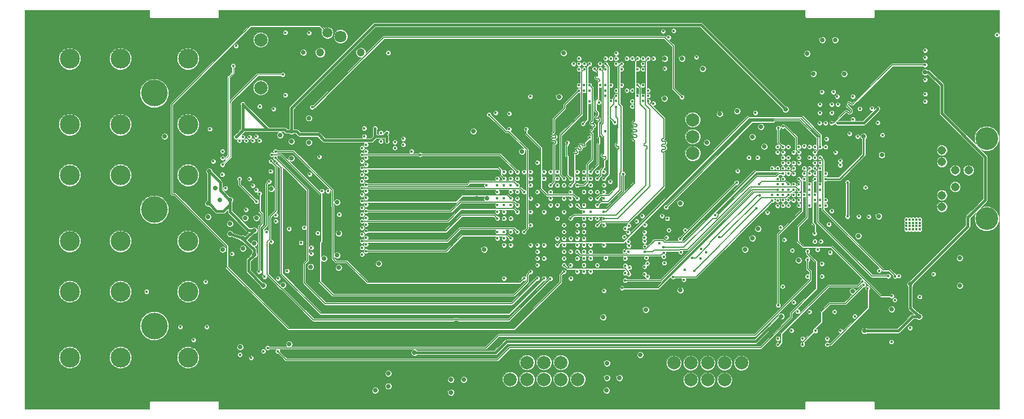
<source format=gbr>
G04 #@! TF.FileFunction,Copper,L7,Inr,Signal*
%FSLAX46Y46*%
G04 Gerber Fmt 4.6, Leading zero omitted, Abs format (unit mm)*
G04 Created by KiCad (PCBNEW 4.0.7-e2-6376~58~ubuntu16.04.1) date Fri Mar 23 14:58:26 2018*
%MOMM*%
%LPD*%
G01*
G04 APERTURE LIST*
%ADD10C,0.125000*%
%ADD11C,4.000000*%
%ADD12C,3.000000*%
%ADD13C,2.000000*%
%ADD14C,1.200000*%
%ADD15C,1.500000*%
%ADD16C,1.800000*%
%ADD17C,3.416000*%
%ADD18C,1.308000*%
%ADD19C,3.048000*%
%ADD20C,0.700000*%
%ADD21C,0.450000*%
%ADD22C,0.390000*%
%ADD23C,0.260000*%
%ADD24C,0.130000*%
%ADD25C,0.102000*%
G04 APERTURE END LIST*
D10*
D11*
X127000000Y-106500000D03*
D12*
X114300000Y-111250000D03*
X121920000Y-111250000D03*
X132080000Y-111250000D03*
X132080000Y-101340000D03*
X121920000Y-101340000D03*
X114300000Y-101340000D03*
D13*
X180470000Y-149540000D03*
X180470000Y-147000000D03*
X183010000Y-147000000D03*
X183010000Y-149540000D03*
X188090000Y-149540000D03*
X190630000Y-149540000D03*
X190630000Y-147000000D03*
X188090000Y-147000000D03*
X185550000Y-147000000D03*
X185550000Y-149540000D03*
D14*
X151950000Y-100400000D03*
X158050000Y-100400000D03*
D15*
X153000000Y-97450000D03*
D16*
X155000000Y-98000000D03*
D15*
X157000000Y-97450000D03*
D11*
X127000000Y-124000000D03*
D12*
X114300000Y-128750000D03*
X121920000Y-128750000D03*
X132080000Y-128750000D03*
X132080000Y-118840000D03*
X121920000Y-118840000D03*
X114300000Y-118840000D03*
D17*
X252050000Y-113330000D03*
X252050000Y-125370000D03*
D18*
X247340000Y-120600000D03*
X247340000Y-118100000D03*
X249340000Y-118100000D03*
X249340000Y-120600000D03*
X245340000Y-115100000D03*
X245340000Y-116850000D03*
X245340000Y-119350000D03*
X245340000Y-121850000D03*
X245340000Y-123600000D03*
D11*
X127000000Y-141500000D03*
D12*
X114300000Y-146250000D03*
X121920000Y-146250000D03*
X132080000Y-146250000D03*
X132080000Y-136340000D03*
X121920000Y-136340000D03*
X114300000Y-136340000D03*
D13*
X143000000Y-98500000D03*
X143000000Y-105700000D03*
D19*
X251591220Y-132379020D03*
X251591220Y-145520980D03*
D13*
X215230000Y-147060000D03*
X215230000Y-149600000D03*
X212690000Y-149600000D03*
X212690000Y-147060000D03*
X207610000Y-147060000D03*
X205070000Y-147060000D03*
X205070000Y-149600000D03*
X207610000Y-149600000D03*
X210150000Y-149600000D03*
X210150000Y-147060000D03*
X207900000Y-110510000D03*
X207900000Y-113050000D03*
X207900000Y-115550000D03*
D20*
X128550000Y-113000000D03*
D21*
X184550000Y-132350000D03*
X189600000Y-134350000D03*
X183550000Y-129350000D03*
D20*
X154500000Y-130900000D03*
X150200000Y-113900000D03*
X150200000Y-110250000D03*
X209400000Y-102850000D03*
X137272680Y-130017552D03*
X182275000Y-115250000D03*
X187825000Y-107050000D03*
D21*
X232269117Y-140080883D03*
X228000000Y-113400000D03*
X143850000Y-127350000D03*
X149050000Y-129000000D03*
X221650000Y-128550000D03*
X228550000Y-130450000D03*
X227150000Y-128800000D03*
X227300000Y-132150000D03*
X227300000Y-134050000D03*
D20*
X174950000Y-112250000D03*
D21*
X176900000Y-120350000D03*
X178300000Y-109450000D03*
X229350000Y-115400000D03*
X217650000Y-116200000D03*
D20*
X236300000Y-115800000D03*
X218650000Y-114550000D03*
X216850000Y-113050000D03*
X231900000Y-136250000D03*
X237800000Y-139000000D03*
X206050000Y-136150000D03*
D21*
X224650000Y-119400000D03*
X224650000Y-121800000D03*
D20*
X145900000Y-112800000D03*
X210000000Y-113950000D03*
X211950000Y-109650000D03*
X206000000Y-123050000D03*
X203650000Y-107300000D03*
X188500000Y-100500000D03*
X203700000Y-101300000D03*
X206300000Y-101300000D03*
X154700000Y-127600000D03*
D21*
X194850000Y-131300000D03*
X191550000Y-126350000D03*
X185550000Y-119350000D03*
X183550000Y-122350000D03*
X179550000Y-134350000D03*
X164400000Y-113350000D03*
X163150000Y-113850000D03*
X180330000Y-109600000D03*
X180330000Y-111900000D03*
X225150000Y-134070000D03*
X150250000Y-97450000D03*
X236400000Y-112800000D03*
X235900000Y-133200000D03*
X140776406Y-124027566D03*
X142800000Y-113650000D03*
X144500000Y-118250000D03*
X225450000Y-116200000D03*
X227850000Y-114600000D03*
X185550000Y-124350000D03*
X191550000Y-130350000D03*
X184550000Y-121350000D03*
X179550000Y-127350000D03*
X188562505Y-129341249D03*
X189550000Y-130350000D03*
X188550000Y-131350000D03*
X192550000Y-133350000D03*
X188550000Y-130350000D03*
X219850000Y-121800000D03*
X188550000Y-127350000D03*
X227050000Y-123400000D03*
X188550000Y-124350000D03*
X192550000Y-122350000D03*
X191550000Y-119350000D03*
X200400000Y-107700000D03*
X197200000Y-105300000D03*
X201992010Y-108055492D03*
X190562505Y-127341249D03*
X194550000Y-129350000D03*
X195600000Y-107700000D03*
X190800000Y-101300000D03*
X196400000Y-107700000D03*
X200400000Y-105300000D03*
X196400000Y-101300000D03*
X200400000Y-101300000D03*
X193550000Y-125350000D03*
X202000000Y-101300000D03*
X183550000Y-118350000D03*
X194550000Y-118350000D03*
X197200000Y-102900000D03*
X178550000Y-123350000D03*
X192407990Y-107760617D03*
X188550000Y-120350000D03*
X189562505Y-128341249D03*
X194800000Y-101300000D03*
X180550000Y-119350000D03*
X198807990Y-107729241D03*
X181550000Y-122350000D03*
X200400000Y-102900000D03*
X198800000Y-101300000D03*
X222250000Y-123400000D03*
D20*
X176600000Y-130000000D03*
X177000000Y-122350000D03*
D21*
X184550000Y-116950000D03*
D20*
X194450000Y-140200000D03*
X200850000Y-139050000D03*
X200000000Y-145850000D03*
X194999541Y-147099483D03*
D21*
X183500000Y-107000000D03*
X185550000Y-129350000D03*
X183550000Y-126350000D03*
X184550000Y-123350000D03*
X183550000Y-124350000D03*
X189550000Y-123350000D03*
X187550000Y-125350000D03*
X188550000Y-122350000D03*
X187550000Y-123350000D03*
X187550000Y-128350000D03*
X186550000Y-122350000D03*
D20*
X147250000Y-144250000D03*
X147600000Y-112250000D03*
X138350000Y-127650000D03*
X140300000Y-128350000D03*
X160700000Y-132150000D03*
X150500000Y-132600000D03*
X143350000Y-135400000D03*
D21*
X229650000Y-111000000D03*
X235700000Y-108800000D03*
X229700000Y-108200000D03*
X231950000Y-107000000D03*
X229600000Y-107000000D03*
D20*
X139900000Y-144700000D03*
X152500000Y-131375000D03*
X154700000Y-132750000D03*
D21*
X132900000Y-143600000D03*
D20*
X240600000Y-135200000D03*
X241900000Y-140100000D03*
X233700000Y-142250000D03*
X221150000Y-140050000D03*
X135250000Y-118250000D03*
X146350000Y-135350000D03*
X221850000Y-108950000D03*
X135100000Y-123100000D03*
X138350000Y-122550000D03*
X142000000Y-130800000D03*
X142000000Y-127100000D03*
D21*
X146951500Y-133232880D03*
D20*
X242800000Y-103350000D03*
X166100000Y-145500000D03*
D21*
X141550000Y-146300000D03*
X140300000Y-108150000D03*
X161950000Y-113750000D03*
X161950000Y-112450000D03*
X160150000Y-113000000D03*
X160150000Y-111800000D03*
X137250000Y-115250000D03*
X139300000Y-113100000D03*
X223850000Y-114600000D03*
X220750000Y-111750000D03*
X221450000Y-114600000D03*
X130925000Y-141650000D03*
X135350000Y-111900000D03*
X150700000Y-108600000D03*
X206275000Y-107075000D03*
X223050000Y-117800000D03*
X204275000Y-98114021D03*
X138672680Y-130667552D03*
X222250000Y-118600000D03*
X221450000Y-116200000D03*
X144925000Y-108875000D03*
X208450000Y-101100000D03*
D20*
X154450000Y-122900000D03*
X223800000Y-131650000D03*
D21*
X225450000Y-123400000D03*
X223650000Y-139325000D03*
D20*
X194950000Y-151200000D03*
D21*
X150350000Y-118700000D03*
D20*
X147600000Y-116300000D03*
X149400000Y-100400000D03*
D21*
X153103604Y-121215048D03*
D20*
X248000000Y-131300000D03*
X229300000Y-98500000D03*
X227400000Y-98500000D03*
X225100000Y-100550000D03*
X196899541Y-149299483D03*
X194999541Y-149299483D03*
X171586931Y-151496661D03*
X160200000Y-151200000D03*
X171586931Y-149596661D03*
X173486931Y-149596661D03*
X162150000Y-150550000D03*
X162150000Y-148650000D03*
D21*
X244050000Y-133700000D03*
X225450000Y-139375000D03*
X229200000Y-139375000D03*
D20*
X215750000Y-130000000D03*
D21*
X224650000Y-117800000D03*
X224650000Y-114450000D03*
X222850000Y-130150000D03*
X221450000Y-119400000D03*
X219850000Y-117800000D03*
X222250000Y-114600000D03*
X220650000Y-119400000D03*
D20*
X214550000Y-109200000D03*
D21*
X231450000Y-112600000D03*
X217300000Y-109450000D03*
X216350000Y-116200000D03*
X228800000Y-124200000D03*
D20*
X217750000Y-126900000D03*
X216900000Y-128300000D03*
X235850000Y-125000000D03*
X218150000Y-111550000D03*
X232750000Y-127950000D03*
X230650000Y-103600000D03*
D21*
X221450000Y-123400000D03*
X223850000Y-123400000D03*
X225450000Y-121800000D03*
X227850000Y-122600000D03*
X234350000Y-125100000D03*
X232850000Y-125050000D03*
X226250000Y-117000000D03*
D20*
X233575000Y-113025000D03*
D21*
X227850000Y-119400000D03*
X145200000Y-116250000D03*
X184550000Y-134350000D03*
X144650000Y-115750000D03*
X183550000Y-133350000D03*
X145423434Y-117069047D03*
X185550000Y-134350000D03*
X144550000Y-116750000D03*
X186500000Y-134400000D03*
X144250000Y-119800000D03*
X226650000Y-130030000D03*
X143578410Y-134109012D03*
X144030000Y-144800000D03*
X225150000Y-131530000D03*
X226250000Y-121800000D03*
X142740000Y-133350000D03*
X142800000Y-121600000D03*
X226250000Y-128800000D03*
X145600000Y-134370000D03*
X145560000Y-145320000D03*
X225150000Y-130260000D03*
X226250000Y-122600000D03*
X238300000Y-134050000D03*
X227050000Y-116200000D03*
X237300000Y-134000000D03*
X226250000Y-117800000D03*
X238849273Y-133995073D03*
X226250000Y-118600000D03*
X242000000Y-137125000D03*
X225450000Y-114600000D03*
X237800000Y-137000000D03*
X225450000Y-117800000D03*
X238250000Y-137600000D03*
X223062331Y-137942055D03*
X221400000Y-135575000D03*
X225450000Y-118600000D03*
X151800000Y-116075000D03*
X144600000Y-128850000D03*
X203450000Y-97200000D03*
X227050000Y-117000000D03*
X223850000Y-120200000D03*
X197618452Y-128147437D03*
X223807990Y-121000000D03*
X200700000Y-130392010D03*
X223807990Y-121800000D03*
X199450000Y-125750000D03*
X223842010Y-122592291D03*
X200700000Y-126300000D03*
X197650000Y-130250000D03*
X223050000Y-118600000D03*
X206000000Y-128430988D03*
X214480988Y-119950000D03*
X223050000Y-120200000D03*
X197250000Y-135807990D03*
X223050000Y-121000000D03*
X200667794Y-128757990D03*
X211300000Y-124850000D03*
X223050000Y-121800000D03*
X223023979Y-122600000D03*
X221100000Y-126700000D03*
X197750000Y-126850000D03*
X203292354Y-124965980D03*
X214650000Y-118200000D03*
X222250000Y-117800000D03*
X217879473Y-120157173D03*
X222250000Y-120200000D03*
X200650000Y-132600000D03*
X217477193Y-123877193D03*
X208150000Y-133200000D03*
X222250000Y-121000000D03*
X200650000Y-133700000D03*
X211872821Y-128167754D03*
X222250000Y-121800000D03*
X203950000Y-128200000D03*
X204082408Y-125357990D03*
X222250000Y-122600000D03*
X200642001Y-127407990D03*
X206750000Y-127100000D03*
X221450000Y-117800000D03*
X203500000Y-129700000D03*
X221450000Y-118600000D03*
X207777193Y-131277194D03*
X217947329Y-121857058D03*
X203550000Y-131100000D03*
X221450000Y-120200000D03*
X221450000Y-121000000D03*
X194550000Y-136200000D03*
X209197806Y-129897807D03*
X198300000Y-129450000D03*
X221450000Y-121800000D03*
X209900000Y-130400000D03*
X221450000Y-122600000D03*
X206100000Y-130400000D03*
X188550000Y-126350000D03*
X220650000Y-117800000D03*
X220650000Y-120200000D03*
X203650000Y-132050000D03*
X220650000Y-121000000D03*
X197750000Y-134650000D03*
X219118633Y-124457990D03*
X206550000Y-134550000D03*
X220650000Y-121800000D03*
X197750000Y-133550000D03*
X220650000Y-122642010D03*
X206700000Y-133100000D03*
X197750000Y-132450000D03*
X220650000Y-123426021D03*
X209100000Y-131400000D03*
X197750000Y-131350000D03*
X204927193Y-134127193D03*
X219850000Y-122642010D03*
X188550000Y-128350000D03*
X203900000Y-123650000D03*
X226250000Y-115400000D03*
X182870000Y-111900000D03*
X190550000Y-122350000D03*
X227050000Y-114600000D03*
X187550000Y-129350000D03*
X184550000Y-129350000D03*
X185550000Y-131350000D03*
X184550000Y-131350000D03*
X184550000Y-130350000D03*
X220745614Y-138400000D03*
X223850000Y-119400000D03*
X227050000Y-122600000D03*
X225450000Y-120200000D03*
X227850000Y-123400000D03*
X225450000Y-121000000D03*
X177300000Y-109750000D03*
X162150000Y-100450000D03*
X182550000Y-127350000D03*
X188550000Y-133350000D03*
X200300000Y-124942010D03*
X190550000Y-128350000D03*
X203549041Y-130492010D03*
X190550000Y-130350000D03*
X198212530Y-130355012D03*
X192550000Y-130350000D03*
X198293899Y-126429314D03*
X191550000Y-127350000D03*
X190550000Y-129350000D03*
X204300000Y-127100000D03*
X201100000Y-134100000D03*
X193550000Y-132350000D03*
X200620804Y-128198656D03*
X191550000Y-129350000D03*
X198192307Y-127407990D03*
X191550000Y-128350000D03*
X198209302Y-128843799D03*
X192550000Y-129350000D03*
X202900000Y-129050000D03*
X190550000Y-131350000D03*
X186550000Y-123350000D03*
X200703100Y-129557990D03*
X192550000Y-131350000D03*
X200940885Y-131257990D03*
X191550000Y-131350000D03*
X198273998Y-133723617D03*
X188550000Y-132350000D03*
X198389188Y-132715199D03*
X191550000Y-132350000D03*
X201092717Y-132091943D03*
X189550000Y-132350000D03*
X226200000Y-127600000D03*
X226242010Y-119410000D03*
X228360000Y-126210000D03*
X227050000Y-120200000D03*
X232675000Y-113025000D03*
X227050000Y-117800000D03*
X233850000Y-120675000D03*
X227050000Y-121000000D03*
X227850000Y-118600000D03*
X231150000Y-125050000D03*
X231150000Y-119900000D03*
X230070000Y-116675000D03*
X230070000Y-117325000D03*
D20*
X147600000Y-113750000D03*
D21*
X240000000Y-127000000D03*
X240000000Y-126500000D03*
X240000000Y-126000000D03*
X240000000Y-125500000D03*
X240500000Y-125500000D03*
X240500000Y-126000000D03*
X241000000Y-126500000D03*
X240500000Y-126500000D03*
X240500000Y-127000000D03*
X241000000Y-127000000D03*
X241500000Y-127000000D03*
X242000000Y-127000000D03*
X242000000Y-126500000D03*
X242000000Y-126000000D03*
X242000000Y-125500000D03*
X241500000Y-125500000D03*
X241000000Y-125500000D03*
X241000000Y-126000000D03*
X241500000Y-126000000D03*
X241500000Y-126500000D03*
D20*
X136200000Y-120800000D03*
X135100000Y-125100000D03*
X136850000Y-122550000D03*
X138350000Y-126150000D03*
X144600000Y-120900000D03*
X140650000Y-125260000D03*
X142350000Y-125260000D03*
X142000000Y-129100000D03*
X140300000Y-129850000D03*
D21*
X146700000Y-97400000D03*
X134900000Y-141650000D03*
X137200000Y-118750000D03*
X135850000Y-116750000D03*
X139800000Y-113650000D03*
X223050000Y-117000000D03*
X222250000Y-117000000D03*
X142850000Y-108500000D03*
D20*
X226050000Y-103600000D03*
X176650000Y-133150000D03*
X175100000Y-130000000D03*
X175500000Y-122350000D03*
X176900000Y-125800000D03*
X188500000Y-136200000D03*
X197200000Y-137650000D03*
X172336931Y-140996661D03*
X148750000Y-144250000D03*
X154500000Y-129400000D03*
X154450000Y-121400000D03*
X150200000Y-115400000D03*
X150200000Y-111750000D03*
X209400000Y-104350000D03*
D21*
X186025000Y-116950000D03*
D20*
X183775000Y-115250000D03*
X187825000Y-105550000D03*
X217250000Y-130000000D03*
X160700000Y-133650000D03*
X150500000Y-134100000D03*
X141850000Y-135400000D03*
D21*
X250525000Y-109225000D03*
X156400000Y-110900000D03*
X158200000Y-132750000D03*
X158200000Y-135750000D03*
X157650000Y-136250000D03*
X157650000Y-135250000D03*
X229700000Y-109450000D03*
X222300000Y-131650000D03*
X225100000Y-127600000D03*
X231712008Y-139572981D03*
X216350000Y-117792010D03*
X224650000Y-117000000D03*
X224650000Y-115400000D03*
X221750000Y-130150000D03*
X223050000Y-119400000D03*
X218350000Y-117800000D03*
X229100000Y-113400000D03*
D20*
X216050000Y-109200000D03*
X196950000Y-151200000D03*
X141912500Y-117862500D03*
X140187500Y-117862500D03*
X141912500Y-116137500D03*
X140187500Y-116137500D03*
X240600000Y-133700000D03*
X232200000Y-142250000D03*
D21*
X242000000Y-131500000D03*
X241500000Y-131500000D03*
X241000000Y-131500000D03*
X240500000Y-131500000D03*
X240000000Y-131500000D03*
X240000000Y-131000000D03*
X240000000Y-130500000D03*
X240000000Y-130000000D03*
X242000000Y-131000000D03*
X242000000Y-130500000D03*
X241000000Y-130000000D03*
X242000000Y-130000000D03*
X241000000Y-130500000D03*
X240500000Y-130000000D03*
X240500000Y-130500000D03*
X240500000Y-131000000D03*
X241000000Y-131000000D03*
X241500000Y-131000000D03*
X241500000Y-130500000D03*
X241500000Y-130000000D03*
X222950000Y-113450000D03*
D20*
X139900000Y-143200000D03*
X144850000Y-135350000D03*
D21*
X223150000Y-128550000D03*
X218400000Y-109450000D03*
X228400000Y-132150000D03*
X227300000Y-135550000D03*
D20*
X177950000Y-112250000D03*
D21*
X175400000Y-120350000D03*
X184900000Y-110700000D03*
X178300000Y-108350000D03*
X229900000Y-124200000D03*
X218750000Y-116200000D03*
D20*
X219250000Y-126900000D03*
X218400000Y-128300000D03*
X235850000Y-123500000D03*
X223350000Y-108950000D03*
X236300000Y-114300000D03*
X219650000Y-111550000D03*
X216850000Y-114550000D03*
X218650000Y-113050000D03*
X234250000Y-127950000D03*
X246100000Y-131300000D03*
X247050000Y-131300000D03*
X248009820Y-142450120D03*
X231900000Y-134750000D03*
X236300000Y-139000000D03*
X186350000Y-138850000D03*
X173950000Y-132600000D03*
X178000000Y-135900000D03*
X204050000Y-136150000D03*
D21*
X224650000Y-121000000D03*
D20*
X229700000Y-122950000D03*
X142000000Y-132300000D03*
X145900000Y-114300000D03*
D21*
X146951500Y-131297400D03*
X144400000Y-133330000D03*
X144400000Y-130130000D03*
X145200000Y-130930000D03*
X145200000Y-131730000D03*
X145200000Y-132530000D03*
D20*
X152600000Y-123850000D03*
X152500000Y-129550000D03*
X145250000Y-127850000D03*
X242925000Y-109050000D03*
X242800000Y-105550000D03*
X228350000Y-98500000D03*
X225100000Y-98550000D03*
X211950000Y-106650000D03*
X208000000Y-123050000D03*
X205150000Y-107300000D03*
X188500000Y-102000000D03*
X206300000Y-105800000D03*
X203700000Y-105800000D03*
D21*
X188550000Y-121350000D03*
D20*
X152500000Y-132850000D03*
X154700000Y-134250000D03*
X154700000Y-126100000D03*
X197450000Y-140200000D03*
X200850000Y-141050000D03*
X195949541Y-149299483D03*
D21*
X180500000Y-107000000D03*
X194850000Y-132350000D03*
X192550000Y-126350000D03*
X185550000Y-122350000D03*
X186550000Y-119350000D03*
X183550000Y-121350000D03*
X191550000Y-122350000D03*
X179550000Y-126350000D03*
X193550000Y-129350000D03*
X188550000Y-134350000D03*
X183550000Y-127350000D03*
D20*
X166950000Y-113700000D03*
X165650000Y-113700000D03*
X166100000Y-143500000D03*
X173586931Y-151496661D03*
X160200000Y-149200000D03*
X172536931Y-149596661D03*
X162150000Y-149600000D03*
D21*
X227450000Y-148200000D03*
X244400000Y-148200000D03*
X144907990Y-117750000D03*
X182870000Y-109600000D03*
X219750000Y-130260000D03*
X141550000Y-143800000D03*
X224400000Y-141300000D03*
X220700000Y-141300000D03*
X234750000Y-120675000D03*
X219850000Y-123426021D03*
X162150000Y-98550000D03*
X234750000Y-115750000D03*
X232750000Y-126500000D03*
X232750000Y-123350000D03*
X232250000Y-119900000D03*
X234450000Y-114300000D03*
X231950000Y-116000000D03*
X229890000Y-127300000D03*
X241690000Y-138110000D03*
X219850000Y-118617010D03*
X227050000Y-119400000D03*
X228100000Y-141300000D03*
X251175000Y-97275000D03*
X252025000Y-108900000D03*
X185550000Y-130350000D03*
X187550000Y-131350000D03*
X183550000Y-134350000D03*
X181550000Y-133350000D03*
X182550000Y-131350000D03*
X179550000Y-132350000D03*
X135350000Y-110400000D03*
X179550000Y-121350000D03*
X192400000Y-101300000D03*
X182550000Y-120350000D03*
X198000000Y-102100000D03*
X142276406Y-124027566D03*
X195600000Y-102900000D03*
X195600000Y-106900000D03*
X198000000Y-102900000D03*
X201200000Y-102900000D03*
X202000000Y-102900000D03*
X178550000Y-118350000D03*
X225450000Y-119400000D03*
X179550000Y-133350000D03*
X201200000Y-102100000D03*
X181550000Y-131350000D03*
X185550000Y-123350000D03*
X195600000Y-106100000D03*
X190772807Y-107672807D03*
X194550000Y-134350000D03*
X219850000Y-115400000D03*
X194550000Y-123350000D03*
X185550000Y-128350000D03*
X200400000Y-106100000D03*
X187550000Y-122350000D03*
X178550000Y-132350000D03*
X189562505Y-129341249D03*
X188550000Y-123350000D03*
X189550000Y-118350000D03*
X138672680Y-129167552D03*
X190550000Y-121350000D03*
X189550000Y-124350000D03*
X183550000Y-123350000D03*
X183550000Y-131350000D03*
X190550000Y-124350000D03*
X180550000Y-124350000D03*
X184550000Y-125350000D03*
X186550000Y-125350000D03*
X192550000Y-128350000D03*
X183550000Y-125350000D03*
X184550000Y-128350000D03*
X220650000Y-116200000D03*
X193200000Y-106100000D03*
X181550000Y-129350000D03*
X179550000Y-130350000D03*
X184550000Y-126350000D03*
X187550000Y-127350000D03*
X190550000Y-132350000D03*
X186550000Y-124350000D03*
X228650000Y-121000000D03*
X189562505Y-127341249D03*
X185550000Y-126350000D03*
X227850000Y-121000000D03*
X198800000Y-102900000D03*
X227850000Y-115400000D03*
X184550000Y-122350000D03*
X199600000Y-106100000D03*
X193550000Y-131350000D03*
X227850000Y-117000000D03*
X181550000Y-128350000D03*
X187550000Y-133350000D03*
X227850000Y-120200000D03*
D20*
X242925000Y-97450000D03*
D21*
X181550000Y-130350000D03*
X178550000Y-129350000D03*
X195600000Y-102100000D03*
X199600000Y-102100000D03*
X180550000Y-130350000D03*
X223050000Y-114600000D03*
X228650000Y-114600000D03*
X219823978Y-114600000D03*
X223050000Y-123400000D03*
X178550000Y-134350000D03*
X181550000Y-132350000D03*
X226250000Y-121000000D03*
X220650000Y-117000000D03*
X184550000Y-133350000D03*
X183550000Y-130350000D03*
X182550000Y-132350000D03*
X227850000Y-121800000D03*
X193550000Y-120350000D03*
X202000000Y-106100000D03*
X187550000Y-130350000D03*
X198800000Y-105300000D03*
X197200000Y-106100000D03*
X225450000Y-115400000D03*
X184550000Y-124350000D03*
X219850000Y-116200000D03*
X237750000Y-143900000D03*
X240550000Y-141800000D03*
X226350000Y-142250000D03*
X222750000Y-142200000D03*
X224400000Y-143400000D03*
X220700000Y-143400000D03*
X233575000Y-135350000D03*
X224400000Y-144300000D03*
X220700000Y-144300000D03*
X233375000Y-134800000D03*
X150600000Y-130650000D03*
X180550000Y-129350000D03*
X154800000Y-124750000D03*
X179550000Y-129350000D03*
X179550000Y-128350000D03*
X145250000Y-124850000D03*
X140800000Y-113650000D03*
X142300000Y-113025000D03*
X205025000Y-97125000D03*
X226250000Y-116200000D03*
X141300000Y-113100000D03*
X142350000Y-122800000D03*
X139800000Y-119400000D03*
X151550000Y-127550000D03*
X149553604Y-126715868D03*
X147250000Y-126900000D03*
X152203604Y-121215048D03*
X141800000Y-113650000D03*
X140300000Y-113100000D03*
X138850000Y-102400000D03*
X137250000Y-116250000D03*
X139300000Y-99400000D03*
X146300000Y-103700000D03*
X137250000Y-117250000D03*
X146700000Y-106800000D03*
X222250000Y-116200000D03*
X143400000Y-145300000D03*
X221456055Y-111505769D03*
X139875000Y-145825000D03*
X223850000Y-115400000D03*
X158800000Y-124250000D03*
X181550000Y-123350000D03*
X158200000Y-124750000D03*
X179550000Y-123350000D03*
X158800000Y-125250000D03*
X180550000Y-123350000D03*
X158200000Y-125750000D03*
X181550000Y-124350000D03*
X158800000Y-126250000D03*
X178550000Y-124350000D03*
X158200000Y-126750000D03*
X179550000Y-124350000D03*
X178550000Y-125350000D03*
X158800000Y-127250000D03*
X158200000Y-128750000D03*
X181550000Y-127350000D03*
X158800000Y-129250000D03*
X178550000Y-127350000D03*
X158200000Y-129750000D03*
X180550000Y-127350000D03*
X158800000Y-130250000D03*
X180550000Y-128350000D03*
X158550000Y-113000000D03*
X158550000Y-111800000D03*
X161050000Y-112450000D03*
X161050000Y-113750000D03*
X158800000Y-116250000D03*
X181550000Y-119350000D03*
X158800000Y-118250000D03*
X178550000Y-119350000D03*
X158200000Y-116750000D03*
X180550000Y-118350000D03*
X158800000Y-117250000D03*
X179550000Y-118350000D03*
X158200000Y-117750000D03*
X179550000Y-119350000D03*
X158200000Y-118750000D03*
X180550000Y-120350000D03*
X158200000Y-120750000D03*
X182550000Y-121350000D03*
X158800000Y-119250000D03*
X178550000Y-120350000D03*
X179550000Y-120350000D03*
X158200000Y-119750000D03*
X158800000Y-120250000D03*
X181550000Y-120350000D03*
X181550000Y-121350000D03*
X158800000Y-121250000D03*
X158800000Y-123250000D03*
X178550000Y-122350000D03*
X158200000Y-121750000D03*
X180550000Y-121350000D03*
X178550000Y-121350000D03*
X158800000Y-122250000D03*
X158200000Y-122750000D03*
X180550000Y-122350000D03*
X179550000Y-122350000D03*
X158200000Y-123750000D03*
X166950000Y-115750000D03*
X158200000Y-115750000D03*
X181550000Y-118350000D03*
X164400000Y-114250000D03*
X158800000Y-114250000D03*
X183550000Y-119350000D03*
X163150000Y-114750000D03*
X158200000Y-114750000D03*
X183550000Y-120350000D03*
X165650000Y-115250000D03*
X182550000Y-118350000D03*
X158800000Y-115250000D03*
X230100000Y-142250000D03*
X228100000Y-144300000D03*
X234175000Y-135850000D03*
X228100000Y-143400000D03*
X141300000Y-119400000D03*
X137700000Y-120800000D03*
X203700000Y-102800000D03*
X195600000Y-101300000D03*
X226250000Y-114600000D03*
X191550000Y-133350000D03*
X224650000Y-118600000D03*
X190550000Y-133350000D03*
X150600000Y-129750000D03*
X145250000Y-125750000D03*
X195600000Y-105300000D03*
X195500000Y-119800000D03*
X189550000Y-121350000D03*
X196400000Y-108600000D03*
X196400000Y-102100000D03*
X193550000Y-122350000D03*
X198800000Y-106100000D03*
X193550000Y-121350000D03*
X198800000Y-108500000D03*
X191550000Y-123350000D03*
X200400000Y-106900000D03*
X190550000Y-126350000D03*
X200400000Y-102100000D03*
X194550000Y-126350000D03*
X191550000Y-124350000D03*
X201200000Y-106900000D03*
X199600000Y-106900000D03*
X191550000Y-125350000D03*
X201200000Y-106100000D03*
X192550000Y-124350000D03*
X199600000Y-102900000D03*
X192550000Y-125350000D03*
X198000000Y-101300000D03*
X194550000Y-122350000D03*
X196200000Y-110900000D03*
X196400000Y-106900000D03*
X189550000Y-122350000D03*
X196400000Y-100500000D03*
X194550000Y-121350000D03*
X192550000Y-121350000D03*
X198000000Y-106100000D03*
X197450000Y-118650000D03*
X196400000Y-106100000D03*
X190550000Y-123350000D03*
X193550000Y-123350000D03*
X197200000Y-102100000D03*
X201200000Y-101300000D03*
X194550000Y-125350000D03*
X189050000Y-113950000D03*
X190800000Y-102900000D03*
X189550000Y-119350000D03*
X193550000Y-126350000D03*
X201207990Y-107701494D03*
X189550000Y-125350000D03*
X199600000Y-105300000D03*
X190800000Y-106100000D03*
X186550000Y-120350000D03*
X186550000Y-118350000D03*
X190800000Y-102100000D03*
X191600000Y-102100000D03*
X191550000Y-118350000D03*
X199600000Y-101300000D03*
X194550000Y-124350000D03*
X186550000Y-121350000D03*
X190789685Y-105304420D03*
X188550000Y-119350000D03*
X191600000Y-102900000D03*
X187550000Y-119350000D03*
X194800000Y-106900000D03*
X187550000Y-118350000D03*
X194800000Y-106100000D03*
X193150000Y-102850000D03*
X192550000Y-118350000D03*
X192400000Y-105300000D03*
X190550000Y-120350000D03*
X194000000Y-105300000D03*
X192550000Y-120350000D03*
X190550000Y-118350000D03*
X191592010Y-106105948D03*
X191400000Y-111100000D03*
X192400000Y-102100000D03*
X190550000Y-119350000D03*
X185550000Y-118350000D03*
X190000000Y-102100000D03*
X187550000Y-120350000D03*
X191592010Y-105300000D03*
X192400000Y-106100000D03*
X192400000Y-113200000D03*
X189550000Y-120350000D03*
X194000000Y-102900000D03*
X193550000Y-119350000D03*
X194000000Y-102100000D03*
X193550000Y-118350000D03*
X191550000Y-121350000D03*
X193800000Y-107900000D03*
X194750000Y-112250000D03*
X192550000Y-119350000D03*
X194800000Y-102900000D03*
X145200000Y-115250000D03*
X182550000Y-134350000D03*
X194550000Y-119350000D03*
X194800000Y-102100000D03*
X194550000Y-120350000D03*
X194800000Y-105300000D03*
X226950000Y-111000000D03*
X223850000Y-117000000D03*
X231950000Y-110427990D03*
X242800000Y-104450000D03*
X223050000Y-115400000D03*
X227000000Y-109450000D03*
X221450000Y-115400000D03*
X233000000Y-108850000D03*
X221450000Y-117000000D03*
X227296978Y-106327800D03*
X220650000Y-114600000D03*
X227000000Y-108200000D03*
X220650000Y-115400000D03*
X235700000Y-110950000D03*
X253600000Y-97750000D03*
X223850000Y-116200000D03*
X180550000Y-125350000D03*
X158200000Y-127750000D03*
X179550000Y-125350000D03*
X158800000Y-128250000D03*
X158202193Y-130747807D03*
X178550000Y-128350000D03*
D20*
X248000000Y-135440060D03*
D21*
X134700000Y-134850000D03*
X142300000Y-121050000D03*
X125850000Y-136350000D03*
X141800000Y-120400000D03*
X242800000Y-100050000D03*
X229046978Y-106327800D03*
X242800000Y-101150000D03*
X228800000Y-109450000D03*
X242800000Y-102250000D03*
X228750000Y-111000000D03*
X227850000Y-111000000D03*
X228800000Y-108200000D03*
X242800000Y-106650000D03*
X234800000Y-108800000D03*
X242800000Y-107750000D03*
D22*
X178740000Y-96250000D02*
X160100000Y-96250000D01*
X160100000Y-96250000D02*
X147600000Y-108750000D01*
X147600000Y-108750000D02*
X147600000Y-112250000D01*
X147600000Y-112250000D02*
X148365000Y-112250000D01*
X148365000Y-112250000D02*
X148815000Y-112700000D01*
X148815000Y-112700000D02*
X149600000Y-112700000D01*
X140400000Y-112000000D02*
X146585000Y-112000000D01*
X146585000Y-112000000D02*
X146835000Y-112250000D01*
X146835000Y-112250000D02*
X147600000Y-112250000D01*
X140300000Y-128350000D02*
X138350000Y-127650000D01*
X143325000Y-135400000D02*
X143350000Y-135400000D01*
X142219872Y-134294872D02*
X143325000Y-135400000D01*
X142000000Y-130800000D02*
X142000000Y-130825000D01*
X142000000Y-130825000D02*
X141200000Y-131625000D01*
X141200000Y-131625000D02*
X141200000Y-133275000D01*
X141200000Y-133275000D02*
X143325000Y-135400000D01*
X229650000Y-111000000D02*
X233600000Y-111000000D01*
X233600000Y-111000000D02*
X235700000Y-108900000D01*
X235700000Y-108900000D02*
X235700000Y-108800000D01*
X141725000Y-129800000D02*
X141790000Y-129800000D01*
X141790000Y-129800000D02*
X142000000Y-130010000D01*
X142000000Y-130010000D02*
X142000000Y-130800000D01*
X140300000Y-128350000D02*
X140300000Y-128375000D01*
X140300000Y-128375000D02*
X141725000Y-129800000D01*
X140300000Y-128350000D02*
X140750000Y-128350000D01*
X140750000Y-128350000D02*
X142000000Y-127100000D01*
X142000000Y-127100000D02*
X141115000Y-127100000D01*
X138350000Y-123315000D02*
X138350000Y-124335000D01*
X138350000Y-124335000D02*
X141115000Y-127100000D01*
X138350000Y-122550000D02*
X138350000Y-123315000D01*
X138350000Y-123315000D02*
X137402680Y-124262320D01*
X137402680Y-124262320D02*
X137272680Y-124262320D01*
X135100000Y-123100000D02*
X135225000Y-123100000D01*
X135225000Y-123100000D02*
X136387320Y-124262320D01*
X136387320Y-124262320D02*
X137272680Y-124262320D01*
X136900000Y-119900000D02*
X136900000Y-121125000D01*
X136900000Y-121125000D02*
X138325000Y-122550000D01*
X138325000Y-122550000D02*
X138350000Y-122550000D01*
X135250000Y-118250000D02*
X136900000Y-119900000D01*
X135250000Y-118250000D02*
X135250000Y-122950000D01*
X135250000Y-122950000D02*
X135100000Y-123100000D01*
X140300000Y-108150000D02*
X140300000Y-108250000D01*
X140300000Y-108250000D02*
X144050000Y-112000000D01*
X140400000Y-112000000D02*
X140300000Y-111900000D01*
X140300000Y-111900000D02*
X140300000Y-108150000D01*
X140400000Y-112000000D02*
X139300000Y-113100000D01*
X151650000Y-112700000D02*
X149600000Y-112700000D01*
X160150000Y-113000000D02*
X160150000Y-113100000D01*
X160150000Y-113100000D02*
X159650000Y-113600000D01*
X159650000Y-113600000D02*
X152550000Y-113600000D01*
X152550000Y-113600000D02*
X151650000Y-112700000D01*
X160150000Y-111800000D02*
X160150000Y-113000000D01*
X161950000Y-113750000D02*
X161950000Y-113060000D01*
X161950000Y-113060000D02*
X161890000Y-113000000D01*
X161890000Y-113000000D02*
X161400000Y-113000000D01*
X161950000Y-112450000D02*
X161400000Y-113000000D01*
X161400000Y-113000000D02*
X160150000Y-113000000D01*
X221850000Y-108950000D02*
X221825000Y-108950000D01*
X221825000Y-108950000D02*
X209125000Y-96250000D01*
X209125000Y-96250000D02*
X178740000Y-96250000D01*
X245300000Y-109550000D02*
X245300000Y-105325000D01*
X245300000Y-105325000D02*
X243325000Y-103350000D01*
X243325000Y-103350000D02*
X242800000Y-103350000D01*
X251850000Y-122550000D02*
X251850000Y-116097402D01*
X245302598Y-109550000D02*
X245300000Y-109550000D01*
X251850000Y-116097402D02*
X245302598Y-109550000D01*
X249250000Y-125150000D02*
X251850000Y-122550000D01*
X240600000Y-135200000D02*
X240600000Y-135175000D01*
X240600000Y-135175000D02*
X249250000Y-126525000D01*
X249250000Y-126525000D02*
X249250000Y-125150000D01*
X240600000Y-138800000D02*
X240600000Y-135200000D01*
X241900000Y-140100000D02*
X240600000Y-138800000D01*
X233700000Y-142250000D02*
X238800000Y-142250000D01*
X238800000Y-142250000D02*
X240950000Y-140100000D01*
X240950000Y-140100000D02*
X241900000Y-140100000D01*
X179950000Y-143850000D02*
X217350000Y-143850000D01*
X217350000Y-143850000D02*
X221150000Y-140050000D01*
X166100000Y-145500000D02*
X178300000Y-145500000D01*
X178300000Y-145500000D02*
X179950000Y-143850000D01*
D23*
X138350000Y-124335000D02*
X138350000Y-123185000D01*
X140400000Y-112000000D02*
X140300000Y-112100000D01*
X137272680Y-124262320D02*
X138350000Y-123185000D01*
X138350000Y-123185000D02*
X138350000Y-122550000D01*
X140300000Y-112100000D02*
X139300000Y-113100000D01*
D24*
X221450000Y-114600000D02*
X220750000Y-113900000D01*
X220750000Y-113900000D02*
X220750000Y-111750000D01*
X203680817Y-98100000D02*
X161485162Y-98100000D01*
X161485162Y-98100000D02*
X150985162Y-108600000D01*
X150985162Y-108600000D02*
X150700000Y-108600000D01*
X205000000Y-105800000D02*
X205000000Y-99419183D01*
X205000000Y-99419183D02*
X203680817Y-98100000D01*
X206275000Y-107075000D02*
X205000000Y-105800000D01*
D23*
X229950000Y-119400000D02*
X233575000Y-115775000D01*
X233575000Y-115775000D02*
X233575000Y-113025000D01*
X227850000Y-119400000D02*
X229950000Y-119400000D01*
D24*
X145200000Y-116250000D02*
X147150000Y-118200000D01*
X147150000Y-118200000D02*
X147160000Y-118200000D01*
X147160000Y-118200000D02*
X148600000Y-119640000D01*
X148600000Y-119640000D02*
X148610000Y-119640000D01*
X150050000Y-131600000D02*
X149550000Y-132100000D01*
X148610000Y-119640000D02*
X150050000Y-121080000D01*
X150050000Y-121080000D02*
X150050000Y-131600000D01*
X149550000Y-132100000D02*
X149550000Y-135050000D01*
X149550000Y-135050000D02*
X152650000Y-138150000D01*
X152650000Y-138150000D02*
X180750000Y-138150000D01*
X180750000Y-138150000D02*
X180800000Y-138100000D01*
X180800000Y-138100000D02*
X184550000Y-134350000D01*
X183550000Y-133350000D02*
X183050000Y-133850000D01*
X183050000Y-133850000D02*
X183050000Y-134850000D01*
X146050000Y-115750000D02*
X145400000Y-115750000D01*
X183050000Y-134850000D02*
X181050000Y-136850000D01*
X151870000Y-128900000D02*
X152040000Y-128730000D01*
X152040000Y-121740000D02*
X146050000Y-115750000D01*
X181050000Y-136850000D02*
X153850000Y-136850000D01*
X153850000Y-136850000D02*
X151870000Y-134870000D01*
X151870000Y-134870000D02*
X151870000Y-128900000D01*
X152040000Y-128730000D02*
X152040000Y-121740000D01*
X145400000Y-115750000D02*
X144650000Y-115750000D01*
X180300000Y-139600000D02*
X185550000Y-134350000D01*
X146100000Y-133700000D02*
X152000000Y-139600000D01*
X180300000Y-139600000D02*
X152000000Y-139600000D01*
X146090000Y-117740000D02*
X146090000Y-133700000D01*
X146090000Y-133700000D02*
X146100000Y-133700000D01*
X145423434Y-117069047D02*
X145950000Y-117595613D01*
X145950000Y-117595613D02*
X145950000Y-117600000D01*
X145950000Y-117600000D02*
X146090000Y-117740000D01*
X186275001Y-134624999D02*
X186500000Y-134400000D01*
X145300000Y-117500000D02*
X145300000Y-124150000D01*
X180300000Y-140600000D02*
X186275001Y-134624999D01*
X172705432Y-140600000D02*
X180300000Y-140600000D01*
X172585092Y-140479660D02*
X172705432Y-140600000D01*
X172088770Y-140479660D02*
X172585092Y-140479660D01*
X171968430Y-140600000D02*
X172088770Y-140479660D01*
X144350000Y-128519838D02*
X144007999Y-128861839D01*
X150900000Y-140600000D02*
X171968430Y-140600000D01*
X146152001Y-135852001D02*
X150900000Y-140600000D01*
X146109039Y-135852001D02*
X146152001Y-135852001D01*
X144007999Y-128861839D02*
X144007999Y-133750961D01*
X144007999Y-133750961D02*
X146109039Y-135852001D01*
X144350000Y-125100000D02*
X144350000Y-128519838D01*
X145300000Y-124150000D02*
X144350000Y-125100000D01*
X144550000Y-116750000D02*
X145300000Y-117500000D01*
X225150000Y-131530000D02*
X225150000Y-132900000D01*
X225150000Y-132900000D02*
X225570000Y-133320000D01*
X225570000Y-133320000D02*
X225570000Y-134580000D01*
X225570000Y-134580000D02*
X217270000Y-142880000D01*
X176850000Y-144800000D02*
X144030000Y-144800000D01*
X217270000Y-142880000D02*
X178770000Y-142880000D01*
X178770000Y-142880000D02*
X176850000Y-144800000D01*
X143300000Y-126950000D02*
X143300000Y-133830602D01*
X143300000Y-133830602D02*
X143578410Y-134109012D01*
X143850000Y-126400000D02*
X143300000Y-126950000D01*
X143850000Y-120200000D02*
X143850000Y-126400000D01*
X144250000Y-119800000D02*
X143850000Y-120200000D01*
X145560000Y-145320000D02*
X146830000Y-146590000D01*
X146830000Y-146590000D02*
X178550000Y-146590000D01*
X178550000Y-146590000D02*
X180390000Y-144750000D01*
X222680000Y-139570000D02*
X226360000Y-135890000D01*
X180390000Y-144750000D02*
X218160000Y-144750000D01*
X222680000Y-140230000D02*
X222680000Y-139570000D01*
X225150000Y-130690000D02*
X225150000Y-130260000D01*
X218160000Y-144750000D02*
X222680000Y-140230000D01*
X226360000Y-135890000D02*
X226360000Y-131900000D01*
X226360000Y-131900000D02*
X225150000Y-130690000D01*
X142750000Y-126600000D02*
X142750000Y-133340000D01*
X142750000Y-133340000D02*
X142740000Y-133350000D01*
X143200000Y-126150000D02*
X142750000Y-126600000D01*
X143200000Y-124650000D02*
X143200000Y-126150000D01*
X142800000Y-124250000D02*
X143200000Y-124650000D01*
X142800000Y-121600000D02*
X142800000Y-124250000D01*
X237450000Y-133100000D02*
X238300000Y-133950000D01*
X238300000Y-133950000D02*
X238300000Y-134050000D01*
X236500000Y-133100000D02*
X237450000Y-133100000D01*
X227450000Y-124050000D02*
X236500000Y-133100000D01*
X227450000Y-116600000D02*
X227450000Y-124050000D01*
X227274999Y-116424999D02*
X227450000Y-116600000D01*
X227050000Y-116200000D02*
X227274999Y-116424999D01*
X226650000Y-125850000D02*
X234800000Y-134000000D01*
X234800000Y-134000000D02*
X237300000Y-134000000D01*
X226650000Y-118200000D02*
X226650000Y-125850000D01*
X226474999Y-118024999D02*
X226650000Y-118200000D01*
X226250000Y-117800000D02*
X226474999Y-118024999D01*
X225450000Y-117800000D02*
X225050000Y-118200000D01*
X236200000Y-137000000D02*
X237800000Y-137000000D01*
X225050000Y-118200000D02*
X225050000Y-125200000D01*
X225050000Y-125200000D02*
X223650000Y-126600000D01*
X223650000Y-126600000D02*
X223650000Y-128750000D01*
X223650000Y-128750000D02*
X224450000Y-129550000D01*
X224450000Y-129550000D02*
X228750000Y-129550000D01*
X228750000Y-129550000D02*
X236200000Y-137000000D01*
X216550000Y-120600000D02*
X223407990Y-120600000D01*
X223407990Y-120600000D02*
X223582991Y-120775001D01*
X213850000Y-123300000D02*
X216550000Y-120600000D01*
X202150000Y-130100000D02*
X205819838Y-130100000D01*
X207113889Y-130007999D02*
X213821888Y-123300000D01*
X200700000Y-130392010D02*
X201857990Y-130392010D01*
X201857990Y-130392010D02*
X202150000Y-130100000D01*
X205819838Y-130100000D02*
X205911839Y-130007999D01*
X223582991Y-120775001D02*
X223807990Y-121000000D01*
X205911839Y-130007999D02*
X207113889Y-130007999D01*
X213821888Y-123300000D02*
X213850000Y-123300000D01*
X197650000Y-130250000D02*
X197942001Y-129957999D01*
X197942001Y-129957999D02*
X200888161Y-129957999D01*
X200888161Y-129957999D02*
X202196160Y-128650000D01*
X206650000Y-128900000D02*
X217350000Y-118200000D01*
X202196160Y-128650000D02*
X203450000Y-128650000D01*
X217350000Y-118200000D02*
X222650000Y-118200000D01*
X203450000Y-128650000D02*
X203700000Y-128900000D01*
X203700000Y-128900000D02*
X206650000Y-128900000D01*
X222650000Y-118200000D02*
X223050000Y-118600000D01*
X206000000Y-128430988D02*
X214480988Y-119950000D01*
X197250000Y-135807990D02*
X202692010Y-135807990D01*
X202692010Y-135807990D02*
X217100000Y-121400000D01*
X217100000Y-121400000D02*
X222650000Y-121400000D01*
X222650000Y-121400000D02*
X223050000Y-121000000D01*
X222250000Y-120200000D02*
X221850000Y-119800000D01*
X221850000Y-119800000D02*
X218236646Y-119800000D01*
X218104472Y-119932174D02*
X217879473Y-120157173D01*
X218236646Y-119800000D02*
X218104472Y-119932174D01*
X217472807Y-123877193D02*
X217477193Y-123877193D01*
X208150000Y-133200000D02*
X217472807Y-123877193D01*
X212191019Y-128167754D02*
X211872821Y-128167754D01*
X221847458Y-122202542D02*
X218180543Y-122202542D01*
X218180543Y-122202542D02*
X212215331Y-128167754D01*
X222250000Y-121800000D02*
X221847458Y-122202542D01*
X212215331Y-128167754D02*
X212191019Y-128167754D01*
X203818198Y-129700000D02*
X203500000Y-129700000D01*
X206550000Y-129700000D02*
X203818198Y-129700000D01*
X220460827Y-119009011D02*
X219661839Y-119009011D01*
X211742001Y-125038161D02*
X211450000Y-125330162D01*
X219652828Y-119000000D02*
X217550000Y-119000000D01*
X220869838Y-118600000D02*
X220460827Y-119009011D01*
X221450000Y-118600000D02*
X220869838Y-118600000D01*
X210919838Y-125330162D02*
X206550000Y-129700000D01*
X219661839Y-119009011D02*
X219652828Y-119000000D01*
X211742001Y-124807999D02*
X211742001Y-125038161D01*
X211450000Y-125330162D02*
X210919838Y-125330162D01*
X217550000Y-119000000D02*
X211742001Y-124807999D01*
X210450000Y-129200000D02*
X208372806Y-131277194D01*
X210450000Y-129036189D02*
X210450000Y-129200000D01*
X217629131Y-121857058D02*
X210450000Y-129036189D01*
X208372806Y-131277194D02*
X208095391Y-131277194D01*
X208095391Y-131277194D02*
X207777193Y-131277194D01*
X217947329Y-121857058D02*
X217629131Y-121857058D01*
X216800000Y-121000000D02*
X220650000Y-121000000D01*
X203150000Y-134650000D02*
X216800000Y-121000000D01*
X197750000Y-134650000D02*
X203150000Y-134650000D01*
X205245391Y-134127193D02*
X204927193Y-134127193D01*
X208364817Y-134127193D02*
X205245391Y-134127193D01*
X219850000Y-122642010D02*
X208364817Y-134127193D01*
X216809002Y-110740998D02*
X204124999Y-123425001D01*
X226250000Y-115400000D02*
X226650000Y-115000000D01*
X204124999Y-123425001D02*
X203900000Y-123650000D01*
X223982223Y-110532223D02*
X220202347Y-110532223D01*
X226650000Y-113200000D02*
X223982223Y-110532223D01*
X226650000Y-115000000D02*
X226650000Y-113200000D01*
X220202347Y-110532223D02*
X219993572Y-110740998D01*
X219993572Y-110740998D02*
X216809002Y-110740998D01*
X182870000Y-112580000D02*
X182870000Y-111900000D01*
X185067001Y-114777001D02*
X182870000Y-112580000D01*
X185067001Y-120867001D02*
X185067001Y-114777001D01*
X186000000Y-121800000D02*
X185067001Y-120867001D01*
X190000000Y-121800000D02*
X186000000Y-121800000D01*
X190550000Y-122350000D02*
X190000000Y-121800000D01*
X227050000Y-114600000D02*
X227050000Y-112800000D01*
X224300000Y-110050000D02*
X227050000Y-112800000D01*
X216300000Y-110050000D02*
X224300000Y-110050000D01*
X197500000Y-128850000D02*
X216300000Y-110050000D01*
X188050000Y-128850000D02*
X197500000Y-128850000D01*
X187550000Y-129350000D02*
X188050000Y-128850000D01*
X224242001Y-124257999D02*
X220745614Y-127754386D01*
X220745614Y-127754386D02*
X220745614Y-138400000D01*
X224242001Y-119792001D02*
X224242001Y-123950000D01*
X224242001Y-123950000D02*
X224242001Y-124257999D01*
X223850000Y-119400000D02*
X224242001Y-119792001D01*
X180141839Y-112292001D02*
X179842001Y-112292001D01*
X179842001Y-112292001D02*
X177300000Y-109750000D01*
X180284963Y-112292001D02*
X180141839Y-112292001D01*
X183050000Y-126850000D02*
X183050000Y-115057038D01*
X182550000Y-127350000D02*
X183050000Y-126850000D01*
X183050000Y-115057038D02*
X180284963Y-112292001D01*
X137900000Y-132650000D02*
X147150000Y-141900000D01*
X130100000Y-121700000D02*
X137900000Y-129500000D01*
X137900000Y-129500000D02*
X137900000Y-132650000D01*
X129650000Y-108137162D02*
X129650000Y-121700000D01*
X129650000Y-121700000D02*
X130100000Y-121700000D01*
X153000000Y-97450000D02*
X151900000Y-96350000D01*
X141450000Y-96350000D02*
X140467001Y-97332999D01*
X151900000Y-96350000D02*
X141450000Y-96350000D01*
X188050000Y-134900000D02*
X188050000Y-133850000D01*
X140467001Y-97332999D02*
X140454163Y-97332999D01*
X140454163Y-97332999D02*
X129650000Y-108137162D01*
X147150000Y-141900000D02*
X181050000Y-141900000D01*
X181050000Y-141900000D02*
X188050000Y-134900000D01*
X188050000Y-133850000D02*
X188550000Y-133350000D01*
X203324042Y-130717009D02*
X203549041Y-130492010D01*
X203191051Y-130850000D02*
X203324042Y-130717009D01*
X200250000Y-130850000D02*
X203191051Y-130850000D01*
X191050000Y-130850000D02*
X200250000Y-130850000D01*
X190550000Y-130350000D02*
X191050000Y-130850000D01*
X197750000Y-132850000D02*
X198273998Y-133373998D01*
X198273998Y-133373998D02*
X198273998Y-133723617D01*
X188550000Y-132350000D02*
X189050000Y-132850000D01*
X189050000Y-132850000D02*
X197750000Y-132850000D01*
X226242010Y-119410000D02*
X225850000Y-119802010D01*
X225850000Y-119802010D02*
X225850000Y-126050000D01*
X225850000Y-126050000D02*
X226200000Y-126400000D01*
X226200000Y-126400000D02*
X226200000Y-127600000D01*
D23*
X231150000Y-119900000D02*
X231150000Y-125050000D01*
D24*
X228450000Y-138125000D02*
X227150000Y-139425000D01*
X228450000Y-138125000D02*
X230800000Y-138125000D01*
X230800000Y-138125000D02*
X233177001Y-135747999D01*
X224400000Y-143970000D02*
X224400000Y-144300000D01*
X225957999Y-142412001D02*
X224400000Y-143970000D01*
X225957999Y-142061839D02*
X225957999Y-142412001D01*
X227150000Y-139425000D02*
X227150000Y-140869838D01*
X227150000Y-140869838D02*
X225957999Y-142061839D01*
X233575000Y-135350000D02*
X233177001Y-135747999D01*
X233375000Y-134800000D02*
X232675000Y-135500000D01*
X232675000Y-135500000D02*
X228275000Y-135500000D01*
X228275000Y-135500000D02*
X221130000Y-142645000D01*
X221130000Y-142645000D02*
X221130000Y-143970000D01*
X220800000Y-144300000D02*
X220700000Y-144300000D01*
X221130000Y-143970000D02*
X220800000Y-144300000D01*
X139800000Y-119400000D02*
X139800000Y-120250000D01*
X139800000Y-120250000D02*
X142350000Y-122800000D01*
D10*
X138147500Y-115921165D02*
X138147500Y-104186833D01*
X137250000Y-116250000D02*
X137818665Y-116250000D01*
X137818665Y-116250000D02*
X138147500Y-115921165D01*
X138147500Y-104186833D02*
X138850000Y-103484333D01*
X138850000Y-103484333D02*
X138850000Y-102400000D01*
X138452500Y-116047500D02*
X138452500Y-107900000D01*
X142500000Y-103700000D02*
X146300000Y-103700000D01*
D24*
X138452500Y-107900000D02*
X138452500Y-107747500D01*
X138452500Y-107747500D02*
X142500000Y-103700000D01*
D10*
X137250000Y-117250000D02*
X138452500Y-116047500D01*
D24*
X221774253Y-111505769D02*
X221456055Y-111505769D01*
X223450000Y-115000000D02*
X223450000Y-113181516D01*
X223850000Y-115400000D02*
X223450000Y-115000000D01*
X223450000Y-113181516D02*
X221774253Y-111505769D01*
X171600000Y-124250000D02*
X159118198Y-124250000D01*
X181550000Y-123350000D02*
X181067001Y-122867001D01*
X159118198Y-124250000D02*
X158800000Y-124250000D01*
X172982999Y-122867001D02*
X171600000Y-124250000D01*
X181067001Y-122867001D02*
X172982999Y-122867001D01*
X158200000Y-125750000D02*
X171150000Y-125750000D01*
X171150000Y-125750000D02*
X173050000Y-123850000D01*
X173050000Y-123850000D02*
X181050000Y-123850000D01*
X181050000Y-123850000D02*
X181550000Y-124350000D01*
X178550000Y-125350000D02*
X178050000Y-124850000D01*
X178050000Y-124850000D02*
X173200000Y-124850000D01*
X173200000Y-124850000D02*
X170800000Y-127250000D01*
X170800000Y-127250000D02*
X159500000Y-127250000D01*
X159500000Y-127250000D02*
X158800000Y-127250000D01*
X181550000Y-127350000D02*
X181050000Y-126850000D01*
X181050000Y-126850000D02*
X172950000Y-126850000D01*
X172950000Y-126850000D02*
X171050000Y-128750000D01*
X171050000Y-128750000D02*
X158900000Y-128750000D01*
X158900000Y-128750000D02*
X158200000Y-128750000D01*
X180550000Y-128350000D02*
X180050000Y-127850000D01*
X170900000Y-130250000D02*
X159500000Y-130250000D01*
X180050000Y-127850000D02*
X173300000Y-127850000D01*
X173300000Y-127850000D02*
X170900000Y-130250000D01*
X159500000Y-130250000D02*
X158800000Y-130250000D01*
X179550000Y-119350000D02*
X179050000Y-118850000D01*
X179050000Y-118100000D02*
X178700000Y-117750000D01*
X179050000Y-118850000D02*
X179050000Y-118100000D01*
X178700000Y-117750000D02*
X158900000Y-117750000D01*
X158900000Y-117750000D02*
X158200000Y-117750000D01*
X182550000Y-121350000D02*
X182050000Y-120850000D01*
X182050000Y-120850000D02*
X173800000Y-120850000D01*
X173800000Y-120850000D02*
X173700000Y-120750000D01*
X173700000Y-120750000D02*
X158900000Y-120750000D01*
X158900000Y-120750000D02*
X158200000Y-120750000D01*
X181550000Y-120350000D02*
X181050000Y-119850000D01*
X181050000Y-119850000D02*
X174400000Y-119850000D01*
X174400000Y-119850000D02*
X174000000Y-120250000D01*
X174000000Y-120250000D02*
X159500000Y-120250000D01*
X159500000Y-120250000D02*
X158800000Y-120250000D01*
X172350000Y-122750000D02*
X158518198Y-122750000D01*
X173267001Y-121832999D02*
X172350000Y-122750000D01*
X180032999Y-121832999D02*
X173267001Y-121832999D01*
X180550000Y-122350000D02*
X180032999Y-121832999D01*
X158518198Y-122750000D02*
X158200000Y-122750000D01*
X166950000Y-115750000D02*
X158900000Y-115750000D01*
X158900000Y-115750000D02*
X158200000Y-115750000D01*
X166950000Y-115750000D02*
X178950000Y-115750000D01*
X181550000Y-118350000D02*
X178950000Y-115750000D01*
X228630162Y-144300000D02*
X228530000Y-144300000D01*
X228530000Y-144300000D02*
X228100000Y-144300000D01*
X234175000Y-138755162D02*
X228630162Y-144300000D01*
X234175000Y-135850000D02*
X234175000Y-138755162D01*
X196400000Y-108600000D02*
X196400000Y-110150000D01*
X196760679Y-114524951D02*
X196778789Y-114543061D01*
X196486081Y-114061501D02*
X196435181Y-114067236D01*
X196714821Y-114502867D02*
X196738994Y-114511326D01*
X196400000Y-110150000D02*
X196450000Y-110150000D01*
X196663921Y-114902867D02*
X196639748Y-114911326D01*
X196435181Y-114461501D02*
X196460632Y-114464369D01*
X196389323Y-114089320D02*
X196371213Y-114107430D01*
X196510254Y-114053042D02*
X196486081Y-114061501D01*
X196450000Y-110150000D02*
X196650000Y-110350000D01*
X196389323Y-114439417D02*
X196411008Y-114453042D01*
X196650000Y-110350000D02*
X196650000Y-111750000D01*
X196650000Y-111750000D02*
X196575001Y-111824999D01*
X196563674Y-113999622D02*
X196550049Y-114021307D01*
X196586328Y-114964746D02*
X196577869Y-114988919D01*
X196349129Y-114153288D02*
X196346262Y-114178738D01*
X196346262Y-114350000D02*
X196349129Y-114375449D01*
X196575001Y-111824999D02*
X196575001Y-113950000D01*
X196411008Y-114453042D02*
X196435181Y-114461501D01*
X196575001Y-113950000D02*
X196572133Y-113975449D01*
X196550049Y-114021307D02*
X196531939Y-114039417D01*
X195250000Y-121850000D02*
X194050000Y-121850000D01*
X194050000Y-121850000D02*
X193550000Y-122350000D01*
X196572133Y-113975449D02*
X196563674Y-113999622D01*
X196411008Y-114075695D02*
X196389323Y-114089320D01*
X196531939Y-114039417D02*
X196510254Y-114053042D01*
X196435181Y-114067236D02*
X196411008Y-114075695D01*
X196371213Y-114107430D02*
X196357588Y-114129115D01*
X196689371Y-114500000D02*
X196714821Y-114502867D01*
X196357588Y-114129115D02*
X196349129Y-114153288D01*
X196346262Y-114178738D02*
X196346262Y-114350000D01*
X196357588Y-114399622D02*
X196371213Y-114421307D01*
X196349129Y-114375449D02*
X196357588Y-114399622D01*
X196371213Y-114421307D02*
X196389323Y-114439417D01*
X196460632Y-114464369D02*
X196575001Y-114464369D01*
X196575001Y-114500000D02*
X196689371Y-114500000D01*
X196575001Y-114464369D02*
X196575001Y-114500000D01*
X196738994Y-114511326D02*
X196760679Y-114524951D01*
X196792414Y-114835253D02*
X196778789Y-114856938D01*
X196778789Y-114543061D02*
X196792414Y-114564746D01*
X196792414Y-114564746D02*
X196800873Y-114588919D01*
X196800873Y-114588919D02*
X196803740Y-114614369D01*
X196778789Y-114856938D02*
X196760679Y-114875048D01*
X196639748Y-114911326D02*
X196618063Y-114924951D01*
X196803740Y-114614369D02*
X196803740Y-114785631D01*
X196803740Y-114785631D02*
X196800873Y-114811080D01*
X196577869Y-114988919D02*
X196575001Y-115014369D01*
X196800873Y-114811080D02*
X196792414Y-114835253D01*
X196599953Y-114943061D02*
X196586328Y-114964746D01*
X196760679Y-114875048D02*
X196738994Y-114888673D01*
X196738994Y-114888673D02*
X196714821Y-114897132D01*
X196714821Y-114897132D02*
X196663921Y-114902867D01*
X196618063Y-114924951D02*
X196599953Y-114943061D01*
X196575001Y-115014369D02*
X196575001Y-120524999D01*
X196575001Y-120524999D02*
X195250000Y-121850000D01*
X196400000Y-106900000D02*
X196000000Y-107300000D01*
X196000000Y-107300000D02*
X196000000Y-108200000D01*
X196000000Y-108200000D02*
X195550000Y-108650000D01*
X195550000Y-108650000D02*
X195550000Y-110250000D01*
X195550000Y-110250000D02*
X195750000Y-110450000D01*
X195750000Y-110450000D02*
X196200000Y-110900000D01*
X190550000Y-123350000D02*
X191050000Y-123850000D01*
X191050000Y-123850000D02*
X195000000Y-123850000D01*
X195000000Y-123850000D02*
X197450000Y-121400000D01*
X197450000Y-121400000D02*
X197450000Y-118700000D01*
X197450000Y-118700000D02*
X197450000Y-118650000D01*
X197200000Y-102100000D02*
X196800000Y-102500000D01*
X196800000Y-102500000D02*
X196800000Y-108150000D01*
X196800000Y-108150000D02*
X197150000Y-108500000D01*
X197150000Y-108500000D02*
X197150000Y-118369838D01*
X197150000Y-118369838D02*
X196957999Y-118561839D01*
X195150000Y-122850000D02*
X194050000Y-122850000D01*
X193774999Y-123125001D02*
X193550000Y-123350000D01*
X196957999Y-118561839D02*
X196957999Y-121042001D01*
X196957999Y-121042001D02*
X195150000Y-122850000D01*
X194050000Y-122850000D02*
X193774999Y-123125001D01*
X201200000Y-101300000D02*
X200800000Y-101700000D01*
X201447807Y-120552193D02*
X196650000Y-125350000D01*
X200800000Y-101700000D02*
X200800000Y-108250000D01*
X200800000Y-108250000D02*
X201447807Y-108897807D01*
X201447807Y-108897807D02*
X201447807Y-120552193D01*
X196650000Y-125350000D02*
X194550000Y-125350000D01*
X189550000Y-119350000D02*
X189050000Y-118850000D01*
X188907999Y-115900000D02*
X188907999Y-114410199D01*
X189050000Y-118850000D02*
X189050000Y-116042001D01*
X189050000Y-116042001D02*
X188907999Y-115900000D01*
X189050000Y-114268198D02*
X189050000Y-113950000D01*
X188907999Y-114410199D02*
X189050000Y-114268198D01*
X201207990Y-107701494D02*
X201207990Y-108019692D01*
X201207990Y-108019692D02*
X201688298Y-108500000D01*
X203796672Y-114602122D02*
X203813165Y-114628371D01*
X203497877Y-113308234D02*
X203471628Y-113324727D01*
X203813165Y-114071628D02*
X203796672Y-114097877D01*
X203719243Y-114553470D02*
X203748503Y-114563709D01*
X203813165Y-113828371D02*
X203823404Y-113857631D01*
X201688298Y-108500000D02*
X201700000Y-108500000D01*
X203719243Y-113753470D02*
X203748503Y-113763709D01*
X203813165Y-114871628D02*
X203796672Y-114897877D01*
X203719243Y-114146529D02*
X203688437Y-114150000D01*
X203550000Y-110350000D02*
X203550000Y-113200000D01*
X203380757Y-115346529D02*
X203442368Y-115353470D01*
X203380757Y-114153470D02*
X203351497Y-114163709D01*
X203351497Y-113352146D02*
X203325248Y-113368639D01*
X203546529Y-113230805D02*
X203536290Y-113260065D01*
X201700000Y-108500000D02*
X203550000Y-110350000D01*
X203351497Y-114536290D02*
X203380757Y-114546529D01*
X203826874Y-113888437D02*
X203826874Y-114011563D01*
X203411563Y-113738437D02*
X203550000Y-113738437D01*
X203411563Y-114550000D02*
X203688437Y-114550000D01*
X203550000Y-113200000D02*
X203546529Y-113230805D01*
X203536290Y-113260065D02*
X203519797Y-113286314D01*
X203380757Y-113341907D02*
X203351497Y-113352146D01*
X203796672Y-114097877D02*
X203774752Y-114119797D01*
X203519797Y-113286314D02*
X203497877Y-113308234D01*
X203823404Y-114042368D02*
X203813165Y-114071628D01*
X203471628Y-113324727D02*
X203442368Y-113334966D01*
X203286835Y-113660065D02*
X203303328Y-113686314D01*
X203442368Y-113334966D02*
X203380757Y-113341907D01*
X203325248Y-113368639D02*
X203303328Y-113390559D01*
X203380757Y-114546529D02*
X203411563Y-114550000D01*
X203325248Y-114180202D02*
X203303328Y-114202122D01*
X203303328Y-113390559D02*
X203286835Y-113416808D01*
X203273126Y-115211563D02*
X203276596Y-115242368D01*
X203303328Y-114497877D02*
X203325248Y-114519797D01*
X203273126Y-114288437D02*
X203273126Y-114411563D01*
X203276596Y-113446068D02*
X203273126Y-113476874D01*
X203796672Y-113802122D02*
X203813165Y-113828371D01*
X203325248Y-113708234D02*
X203351497Y-113724727D01*
X203286835Y-113416808D02*
X203276596Y-113446068D01*
X203380757Y-113734966D02*
X203411563Y-113738437D01*
X203471628Y-115363709D02*
X203497877Y-115380202D01*
X203273126Y-113476874D02*
X203273126Y-113600000D01*
X203273126Y-113600000D02*
X203276596Y-113630805D01*
X203325248Y-114519797D02*
X203351497Y-114536290D01*
X203823404Y-113857631D02*
X203826874Y-113888437D01*
X203276596Y-113630805D02*
X203286835Y-113660065D01*
X203813165Y-114628371D02*
X203823404Y-114657631D01*
X203550000Y-113750000D02*
X203688437Y-113750000D01*
X203325248Y-115319797D02*
X203351497Y-115336290D01*
X203303328Y-113686314D02*
X203325248Y-113708234D01*
X203411563Y-114950000D02*
X203380757Y-114953470D01*
X203351497Y-113724727D02*
X203380757Y-113734966D01*
X194050000Y-125850000D02*
X193550000Y-126350000D01*
X203411563Y-114150000D02*
X203380757Y-114153470D01*
X203550000Y-113738437D02*
X203550000Y-113750000D01*
X203688437Y-113750000D02*
X203719243Y-113753470D01*
X203748503Y-113763709D02*
X203774752Y-113780202D01*
X203774752Y-114919797D02*
X203748503Y-114936290D01*
X203774752Y-113780202D02*
X203796672Y-113802122D01*
X203826874Y-114011563D02*
X203823404Y-114042368D01*
X203796672Y-114897877D02*
X203774752Y-114919797D01*
X203688437Y-114950000D02*
X203411563Y-114950000D01*
X203774752Y-114119797D02*
X203748503Y-114136290D01*
X203748503Y-114136290D02*
X203719243Y-114146529D01*
X203688437Y-114150000D02*
X203411563Y-114150000D01*
X203351497Y-114163709D02*
X203325248Y-114180202D01*
X203303328Y-114202122D02*
X203286835Y-114228371D01*
X203286835Y-114228371D02*
X203276596Y-114257631D01*
X203351497Y-114963709D02*
X203325248Y-114980202D01*
X203748503Y-114563709D02*
X203774752Y-114580202D01*
X203276596Y-114257631D02*
X203273126Y-114288437D01*
X203273126Y-114411563D02*
X203276596Y-114442368D01*
X203276596Y-114442368D02*
X203286835Y-114471628D01*
X203286835Y-114471628D02*
X203303328Y-114497877D01*
X203688437Y-114550000D02*
X203719243Y-114553470D01*
X203774752Y-114580202D02*
X203796672Y-114602122D01*
X203823404Y-114842368D02*
X203813165Y-114871628D01*
X203823404Y-114657631D02*
X203826874Y-114688437D01*
X203325248Y-114980202D02*
X203303328Y-115002122D01*
X203550000Y-115488437D02*
X203550000Y-120550000D01*
X203826874Y-114688437D02*
X203826874Y-114811563D01*
X203273126Y-115088437D02*
X203273126Y-115211563D01*
X203826874Y-114811563D02*
X203823404Y-114842368D01*
X203276596Y-115242368D02*
X203286835Y-115271628D01*
X203748503Y-114936290D02*
X203719243Y-114946529D01*
X203719243Y-114946529D02*
X203688437Y-114950000D01*
X203380757Y-114953470D02*
X203351497Y-114963709D01*
X203303328Y-115002122D02*
X203286835Y-115028371D01*
X203286835Y-115028371D02*
X203276596Y-115057631D01*
X203276596Y-115057631D02*
X203273126Y-115088437D01*
X203351497Y-115336290D02*
X203380757Y-115346529D01*
X203286835Y-115271628D02*
X203303328Y-115297877D01*
X203303328Y-115297877D02*
X203325248Y-115319797D01*
X203442368Y-115353470D02*
X203471628Y-115363709D01*
X203497877Y-115380202D02*
X203519797Y-115402122D01*
X203519797Y-115402122D02*
X203536290Y-115428371D01*
X203536290Y-115428371D02*
X203546529Y-115457631D01*
X203546529Y-115457631D02*
X203550000Y-115488437D01*
X203550000Y-120550000D02*
X198250000Y-125850000D01*
X198250000Y-125850000D02*
X194050000Y-125850000D01*
X201028530Y-114473991D02*
X201045942Y-114491403D01*
X199600000Y-105300000D02*
X200000000Y-105700000D01*
X200640957Y-114072219D02*
X200632824Y-114095462D01*
X200000000Y-105700000D02*
X200000000Y-108200000D01*
X200826008Y-113968562D02*
X200808596Y-113985974D01*
X200984437Y-114847242D02*
X200935497Y-114852757D01*
X200000000Y-108200000D02*
X200850000Y-109050000D01*
X200847242Y-113924469D02*
X200839109Y-113947712D01*
X200671470Y-114033957D02*
X200654058Y-114051369D01*
X200640957Y-114347712D02*
X200654058Y-114368562D01*
X200850000Y-109050000D02*
X200850000Y-113900000D01*
X201067176Y-114535496D02*
X201069933Y-114559966D01*
X201067176Y-114764503D02*
X201059043Y-114787746D01*
X200654058Y-114051369D02*
X200640957Y-114072219D01*
X201007680Y-114839109D02*
X200984437Y-114847242D01*
X200671470Y-114385974D02*
X200692320Y-114399075D01*
X190050000Y-124850000D02*
X189900000Y-125000000D01*
X200984437Y-114452757D02*
X201007680Y-114460890D01*
X200850000Y-114409966D02*
X200850000Y-114450000D01*
X200850000Y-113900000D02*
X200847242Y-113924469D01*
X200860891Y-114912253D02*
X200852758Y-114935496D01*
X200764503Y-114007208D02*
X200715563Y-114012723D01*
X200891404Y-114873991D02*
X200873992Y-114891403D01*
X200839109Y-113947712D02*
X200826008Y-113968562D01*
X200632824Y-114324469D02*
X200640957Y-114347712D01*
X200850000Y-120350000D02*
X196350000Y-124850000D01*
X200808596Y-113985974D02*
X200787746Y-113999075D01*
X200787746Y-113999075D02*
X200764503Y-114007208D01*
X200715563Y-114012723D02*
X200692320Y-114020856D01*
X200850000Y-114959966D02*
X200850000Y-120350000D01*
X200740034Y-114409966D02*
X200850000Y-114409966D01*
X200692320Y-114020856D02*
X200671470Y-114033957D01*
X200632824Y-114095462D02*
X200630067Y-114119932D01*
X200852758Y-114935496D02*
X200850000Y-114959966D01*
X200630067Y-114300000D02*
X200632824Y-114324469D01*
X200630067Y-114119932D02*
X200630067Y-114300000D01*
X200654058Y-114368562D02*
X200671470Y-114385974D01*
X201028530Y-114826008D02*
X201007680Y-114839109D01*
X200715563Y-114407208D02*
X200740034Y-114409966D01*
X200692320Y-114399075D02*
X200715563Y-114407208D01*
X200850000Y-114450000D02*
X200959967Y-114450000D01*
X200959967Y-114450000D02*
X200984437Y-114452757D01*
X201007680Y-114460890D02*
X201028530Y-114473991D01*
X201045942Y-114491403D02*
X201059043Y-114512253D01*
X201059043Y-114512253D02*
X201067176Y-114535496D01*
X201069933Y-114559966D02*
X201069933Y-114740034D01*
X201069933Y-114740034D02*
X201067176Y-114764503D01*
X201059043Y-114787746D02*
X201045942Y-114808596D01*
X201045942Y-114808596D02*
X201028530Y-114826008D01*
X200935497Y-114852757D02*
X200912254Y-114860890D01*
X200912254Y-114860890D02*
X200891404Y-114873991D01*
X200873992Y-114891403D02*
X200860891Y-114912253D01*
X196350000Y-124850000D02*
X190050000Y-124850000D01*
X189900000Y-125000000D02*
X190000000Y-124900000D01*
X189550000Y-125350000D02*
X189900000Y-125000000D01*
X188657990Y-108749041D02*
X188657990Y-108242010D01*
X188657990Y-108242010D02*
X190800000Y-106100000D01*
X188657990Y-108749041D02*
X187050000Y-110357031D01*
X186750000Y-112600000D02*
X186750000Y-112700000D01*
X187035145Y-112365082D02*
X187017274Y-112393523D01*
X186782725Y-113306476D02*
X186764854Y-113334917D01*
X187265083Y-113235145D02*
X187233379Y-113246239D01*
X186750000Y-112700000D02*
X186753760Y-112733378D01*
X187200000Y-113250000D02*
X186900000Y-113250000D01*
X187350000Y-113100000D02*
X187346240Y-113133378D01*
X186764854Y-112765082D02*
X186782725Y-112793523D01*
X186993523Y-112417274D02*
X186965082Y-112435145D01*
X187050000Y-110357031D02*
X187050000Y-112300000D01*
X187335146Y-113165082D02*
X187317275Y-113193523D01*
X186900000Y-112850000D02*
X187200000Y-112850000D01*
X187317275Y-113193523D02*
X187293524Y-113217274D01*
X187265083Y-112864854D02*
X187293524Y-112882725D01*
X187317275Y-112906476D02*
X187335146Y-112934917D01*
X186834917Y-113264854D02*
X186806476Y-113282725D01*
X186965082Y-112435145D02*
X186933378Y-112446239D01*
X187350000Y-113900000D02*
X187346240Y-113933378D01*
X187050000Y-114200000D02*
X187050000Y-119850000D01*
X186866621Y-112453760D02*
X186834917Y-112464854D01*
X187053761Y-114166621D02*
X187050000Y-114200000D01*
X187050000Y-119850000D02*
X186550000Y-120350000D01*
X186764854Y-113334917D02*
X186753760Y-113366621D01*
X187050000Y-112300000D02*
X187046239Y-112333378D01*
X187317275Y-113706476D02*
X187335146Y-113734917D01*
X187046239Y-112333378D02*
X187035145Y-112365082D01*
X186764854Y-112534917D02*
X186753760Y-112566621D01*
X187106477Y-114082725D02*
X187082726Y-114106476D01*
X186782725Y-112506476D02*
X186764854Y-112534917D01*
X186834917Y-112464854D02*
X186806476Y-112482725D01*
X187017274Y-112393523D02*
X186993523Y-112417274D01*
X186933378Y-112446239D02*
X186866621Y-112453760D01*
X186782725Y-112793523D02*
X186806476Y-112817274D01*
X186806476Y-112482725D02*
X186782725Y-112506476D01*
X187293524Y-112882725D02*
X187317275Y-112906476D01*
X187346240Y-112966621D02*
X187350000Y-113000000D01*
X187134918Y-114064854D02*
X187106477Y-114082725D01*
X186866621Y-113646239D02*
X186900000Y-113650000D01*
X186834917Y-112835145D02*
X186866621Y-112846239D01*
X187335146Y-113965082D02*
X187317275Y-113993523D01*
X187293524Y-113682725D02*
X187317275Y-113706476D01*
X186753760Y-112566621D02*
X186750000Y-112600000D01*
X186866621Y-112846239D02*
X186900000Y-112850000D01*
X186753760Y-112733378D02*
X186764854Y-112765082D01*
X186806476Y-112817274D02*
X186834917Y-112835145D01*
X187200000Y-112850000D02*
X187233379Y-112853760D01*
X186806476Y-113617274D02*
X186834917Y-113635145D01*
X187293524Y-114017274D02*
X187265083Y-114035145D01*
X187233379Y-112853760D02*
X187265083Y-112864854D01*
X187335146Y-112934917D02*
X187346240Y-112966621D01*
X187233379Y-114046239D02*
X187166622Y-114053760D01*
X187350000Y-113000000D02*
X187350000Y-113100000D01*
X187233379Y-113246239D02*
X187200000Y-113250000D01*
X187346240Y-113133378D02*
X187335146Y-113165082D01*
X186866621Y-113253760D02*
X186834917Y-113264854D01*
X187293524Y-113217274D02*
X187265083Y-113235145D01*
X187265083Y-114035145D02*
X187233379Y-114046239D01*
X187346240Y-113766621D02*
X187350000Y-113800000D01*
X186900000Y-113250000D02*
X186866621Y-113253760D01*
X186782725Y-113593523D02*
X186806476Y-113617274D01*
X186806476Y-113282725D02*
X186782725Y-113306476D01*
X186753760Y-113366621D02*
X186750000Y-113400000D01*
X186750000Y-113400000D02*
X186750000Y-113500000D01*
X186834917Y-113635145D02*
X186866621Y-113646239D01*
X186750000Y-113500000D02*
X186753760Y-113533378D01*
X186753760Y-113533378D02*
X186764854Y-113565082D01*
X186764854Y-113565082D02*
X186782725Y-113593523D01*
X186900000Y-113650000D02*
X187200000Y-113650000D01*
X187200000Y-113650000D02*
X187233379Y-113653760D01*
X187233379Y-113653760D02*
X187265083Y-113664854D01*
X187265083Y-113664854D02*
X187293524Y-113682725D01*
X187335146Y-113734917D02*
X187346240Y-113766621D01*
X187350000Y-113800000D02*
X187350000Y-113900000D01*
X187346240Y-113933378D02*
X187335146Y-113965082D01*
X187317275Y-113993523D02*
X187293524Y-114017274D01*
X187166622Y-114053760D02*
X187134918Y-114064854D01*
X187082726Y-114106476D02*
X187064855Y-114134917D01*
X187064855Y-114134917D02*
X187053761Y-114166621D01*
X199147047Y-110709957D02*
X199120380Y-110726713D01*
X199600000Y-101300000D02*
X199200000Y-101700000D01*
X198932644Y-113470380D02*
X198949400Y-113497047D01*
X198932644Y-110820260D02*
X198922243Y-110849986D01*
X199401664Y-111963927D02*
X199428331Y-111980683D01*
X199477757Y-113040654D02*
X199467356Y-113070380D01*
X199467356Y-111229619D02*
X199477757Y-111259345D01*
X199059358Y-111950000D02*
X199340642Y-111950000D01*
X199200000Y-101700000D02*
X199200000Y-110600000D01*
X198971669Y-112380683D02*
X198949400Y-112402952D01*
X199200000Y-110600000D02*
X199196473Y-110631295D01*
X199196473Y-110631295D02*
X199186072Y-110661021D01*
X198932644Y-111629619D02*
X198922243Y-111659345D01*
X198949400Y-111602952D02*
X198932644Y-111629619D01*
X199028062Y-111137114D02*
X199059359Y-111140641D01*
X198932644Y-112670380D02*
X198949400Y-112697047D01*
X199186072Y-110661021D02*
X199169316Y-110687688D01*
X199200000Y-111140641D02*
X199200000Y-111150000D01*
X199169316Y-110687688D02*
X199147047Y-110709957D01*
X199450600Y-112002952D02*
X199467356Y-112029619D01*
X198998336Y-110754568D02*
X198971669Y-110771324D01*
X199340642Y-111550000D02*
X199059358Y-111550000D01*
X198918717Y-111000000D02*
X198922243Y-111031295D01*
X198998336Y-113536072D02*
X199028062Y-113546473D01*
X199340642Y-111950000D02*
X199371938Y-111953526D01*
X199120380Y-110726713D02*
X199090654Y-110737114D01*
X198998336Y-111936072D02*
X199028062Y-111946473D01*
X199090654Y-110737114D02*
X199028062Y-110744167D01*
X199028062Y-110744167D02*
X198998336Y-110754568D01*
X198922243Y-111031295D02*
X198932644Y-111061021D01*
X198918717Y-110881282D02*
X198918717Y-111000000D01*
X199428331Y-111180683D02*
X199450600Y-111202952D01*
X198971669Y-110771324D02*
X198949400Y-110793593D01*
X199059358Y-111550000D02*
X199028062Y-111553526D01*
X199428331Y-111519316D02*
X199401664Y-111536072D01*
X199028062Y-111946473D02*
X199059358Y-111950000D01*
X198949400Y-110793593D02*
X198932644Y-110820260D01*
X199401664Y-111163927D02*
X199428331Y-111180683D01*
X199028062Y-112746473D02*
X199059358Y-112750000D01*
X198922243Y-110849986D02*
X198918717Y-110881282D01*
X198932644Y-111061021D02*
X198949400Y-111087688D01*
X199028062Y-112353526D02*
X198998336Y-112363927D01*
X198949400Y-111087688D02*
X198971669Y-111109957D01*
X199196473Y-113659345D02*
X199200000Y-113690641D01*
X199481283Y-112209359D02*
X199477757Y-112240654D01*
X198971669Y-111109957D02*
X198998336Y-111126713D01*
X199450600Y-111202952D02*
X199467356Y-111229619D01*
X198998336Y-111126713D02*
X199028062Y-111137114D01*
X198918717Y-112490641D02*
X198918717Y-112609359D01*
X198949400Y-111897047D02*
X198971669Y-111919316D01*
X199371938Y-111953526D02*
X199401664Y-111963927D01*
X199059359Y-111140641D02*
X199200000Y-111140641D01*
X199200000Y-111150000D02*
X199340642Y-111150000D01*
X199340642Y-111150000D02*
X199371938Y-111153526D01*
X198932644Y-111870380D02*
X198949400Y-111897047D01*
X198918717Y-111809359D02*
X198922243Y-111840654D01*
X199371938Y-111153526D02*
X199401664Y-111163927D01*
X199401664Y-111536072D02*
X199371938Y-111546473D01*
X199477757Y-111259345D02*
X199481283Y-111290641D01*
X199481283Y-111290641D02*
X199481283Y-111409359D01*
X199481283Y-111409359D02*
X199477757Y-111440654D01*
X199477757Y-111440654D02*
X199467356Y-111470380D01*
X199467356Y-111470380D02*
X199450600Y-111497047D01*
X199450600Y-111497047D02*
X199428331Y-111519316D01*
X199371938Y-111546473D02*
X199340642Y-111550000D01*
X199028062Y-111553526D02*
X198998336Y-111563927D01*
X198998336Y-112363927D02*
X198971669Y-112380683D01*
X198949400Y-112402952D02*
X198932644Y-112429619D01*
X199340642Y-113150000D02*
X199059358Y-113150000D01*
X198998336Y-111563927D02*
X198971669Y-111580683D01*
X198971669Y-111580683D02*
X198949400Y-111602952D01*
X198922243Y-111659345D02*
X198918717Y-111690641D01*
X198918717Y-111690641D02*
X198918717Y-111809359D01*
X198922243Y-111840654D02*
X198932644Y-111870380D01*
X198922243Y-112640654D02*
X198932644Y-112670380D01*
X198971669Y-111919316D02*
X198998336Y-111936072D01*
X199450600Y-112802952D02*
X199467356Y-112829619D01*
X199450600Y-112297047D02*
X199428331Y-112319316D01*
X199428331Y-111980683D02*
X199450600Y-112002952D01*
X199467356Y-112029619D02*
X199477757Y-112059345D01*
X199477757Y-112059345D02*
X199481283Y-112090641D01*
X199481283Y-112090641D02*
X199481283Y-112209359D01*
X199481283Y-112890641D02*
X199481283Y-113009359D01*
X199477757Y-112240654D02*
X199467356Y-112270380D01*
X199467356Y-112270380D02*
X199450600Y-112297047D01*
X199186072Y-113629619D02*
X199196473Y-113659345D01*
X199428331Y-112319316D02*
X199401664Y-112336072D01*
X199401664Y-112336072D02*
X199371938Y-112346473D01*
X199059358Y-113150000D02*
X199028062Y-113153526D01*
X199371938Y-112346473D02*
X199340642Y-112350000D01*
X198949400Y-113497047D02*
X198971669Y-113519316D01*
X199340642Y-112350000D02*
X199059358Y-112350000D01*
X198922243Y-112459345D02*
X198918717Y-112490641D01*
X199059358Y-112350000D02*
X199028062Y-112353526D01*
X198971669Y-113519316D02*
X198998336Y-113536072D01*
X199481283Y-113009359D02*
X199477757Y-113040654D01*
X198932644Y-112429619D02*
X198922243Y-112459345D01*
X198918717Y-112609359D02*
X198922243Y-112640654D01*
X194868198Y-124350000D02*
X194550000Y-124350000D01*
X198949400Y-112697047D02*
X198971669Y-112719316D01*
X198971669Y-112719316D02*
X198998336Y-112736072D01*
X198998336Y-112736072D02*
X199028062Y-112746473D01*
X198949400Y-113202952D02*
X198932644Y-113229619D01*
X199059358Y-112750000D02*
X199340642Y-112750000D01*
X199340642Y-112750000D02*
X199371938Y-112753526D01*
X199371938Y-112753526D02*
X199401664Y-112763927D01*
X199401664Y-112763927D02*
X199428331Y-112780683D01*
X198922243Y-113440654D02*
X198932644Y-113470380D01*
X199428331Y-112780683D02*
X199450600Y-112802952D01*
X199028062Y-113546473D02*
X199090654Y-113553526D01*
X199467356Y-112829619D02*
X199477757Y-112859345D01*
X199477757Y-112859345D02*
X199481283Y-112890641D01*
X199467356Y-113070380D02*
X199450600Y-113097047D01*
X199450600Y-113097047D02*
X199428331Y-113119316D01*
X199428331Y-113119316D02*
X199401664Y-113136072D01*
X199401664Y-113136072D02*
X199371938Y-113146473D01*
X198918717Y-113409359D02*
X198922243Y-113440654D01*
X199371938Y-113146473D02*
X199340642Y-113150000D01*
X199169316Y-113602952D02*
X199186072Y-113629619D01*
X199028062Y-113153526D02*
X198998336Y-113163927D01*
X198998336Y-113163927D02*
X198971669Y-113180683D01*
X198971669Y-113180683D02*
X198949400Y-113202952D01*
X198932644Y-113229619D02*
X198922243Y-113259345D01*
X199147047Y-113580683D02*
X199169316Y-113602952D01*
X198922243Y-113259345D02*
X198918717Y-113290641D01*
X198918717Y-113290641D02*
X198918717Y-113409359D01*
X199090654Y-113553526D02*
X199120380Y-113563927D01*
X199120380Y-113563927D02*
X199147047Y-113580683D01*
X199200000Y-113690641D02*
X199200000Y-120018198D01*
X199200000Y-120018198D02*
X194868198Y-124350000D01*
X191200000Y-109650000D02*
X188050000Y-112800000D01*
X191600000Y-102900000D02*
X191200000Y-103300000D01*
X191200000Y-103300000D02*
X191200000Y-109650000D01*
X188050000Y-118850000D02*
X188550000Y-119350000D01*
X188050000Y-112800000D02*
X188050000Y-118850000D01*
X193650000Y-114150000D02*
X193650000Y-117250000D01*
X193650000Y-117250000D02*
X192550000Y-118350000D01*
X193596239Y-109783378D02*
X193585145Y-109815082D01*
X193150000Y-102850000D02*
X193600000Y-103300000D01*
X193483378Y-103946239D02*
X193416621Y-103953760D01*
X193483378Y-109896239D02*
X193416621Y-109903760D01*
X193600000Y-103300000D02*
X193600000Y-103800000D01*
X193300000Y-104200000D02*
X193303760Y-104233378D01*
X193332725Y-104006476D02*
X193314854Y-104034917D01*
X193867275Y-110356476D02*
X193885146Y-110384917D01*
X193515082Y-109885145D02*
X193483378Y-109896239D01*
X193600000Y-103800000D02*
X193596239Y-103833378D01*
X193300000Y-110050000D02*
X193300000Y-110150000D01*
X193783379Y-104353760D02*
X193815083Y-104364854D01*
X193596239Y-103833378D02*
X193585145Y-103865082D01*
X193815083Y-104364854D02*
X193843524Y-104382725D01*
X193585145Y-103865082D02*
X193567274Y-103893523D01*
X193567274Y-103893523D02*
X193543523Y-103917274D01*
X193614855Y-104834917D02*
X193603761Y-104866621D01*
X193543523Y-103917274D02*
X193515082Y-103935145D01*
X193356476Y-104317274D02*
X193384917Y-104335145D01*
X193843524Y-104382725D02*
X193867275Y-104406476D01*
X193303760Y-110016621D02*
X193300000Y-110050000D01*
X193515082Y-103935145D02*
X193483378Y-103946239D01*
X193356476Y-103982725D02*
X193332725Y-104006476D01*
X193900000Y-104500000D02*
X193900000Y-104600000D01*
X193600000Y-109750000D02*
X193596239Y-109783378D01*
X193416621Y-103953760D02*
X193384917Y-103964854D01*
X193314854Y-104265082D02*
X193332725Y-104293523D01*
X193656477Y-104782725D02*
X193632726Y-104806476D01*
X193896240Y-104466621D02*
X193900000Y-104500000D01*
X193300000Y-104100000D02*
X193300000Y-104200000D01*
X193303760Y-110183378D02*
X193314854Y-110215082D01*
X193384917Y-103964854D02*
X193356476Y-103982725D01*
X193303760Y-104233378D02*
X193314854Y-104265082D01*
X193314854Y-109984917D02*
X193303760Y-110016621D01*
X193416621Y-104346239D02*
X193450000Y-104350000D01*
X193314854Y-104034917D02*
X193303760Y-104066621D01*
X193303760Y-104066621D02*
X193300000Y-104100000D01*
X193384917Y-104335145D02*
X193416621Y-104346239D01*
X193356476Y-110267274D02*
X193384917Y-110285145D01*
X193332725Y-109956476D02*
X193314854Y-109984917D01*
X193684918Y-104764854D02*
X193656477Y-104782725D01*
X193332725Y-104293523D02*
X193356476Y-104317274D01*
X193783379Y-110696239D02*
X193716622Y-110703760D01*
X193450000Y-104350000D02*
X193750000Y-104350000D01*
X193750000Y-104350000D02*
X193783379Y-104353760D01*
X193867275Y-104406476D02*
X193885146Y-104434917D01*
X193885146Y-104434917D02*
X193896240Y-104466621D01*
X193900000Y-104600000D02*
X193896240Y-104633378D01*
X193896240Y-104633378D02*
X193885146Y-104665082D01*
X193567274Y-109843523D02*
X193543523Y-109867274D01*
X193585145Y-109815082D02*
X193567274Y-109843523D01*
X193885146Y-104665082D02*
X193867275Y-104693523D01*
X193416621Y-110296239D02*
X193450000Y-110300000D01*
X193815083Y-110314854D02*
X193843524Y-110332725D01*
X193867275Y-104693523D02*
X193843524Y-104717274D01*
X193356476Y-109932725D02*
X193332725Y-109956476D01*
X193843524Y-104717274D02*
X193815083Y-104735145D01*
X193815083Y-104735145D02*
X193783379Y-104746239D01*
X193632726Y-104806476D02*
X193614855Y-104834917D01*
X193783379Y-104746239D02*
X193716622Y-104753760D01*
X193600000Y-113050000D02*
X193792001Y-113242001D01*
X193716622Y-104753760D02*
X193684918Y-104764854D01*
X193543523Y-109867274D02*
X193515082Y-109885145D01*
X193384917Y-109914854D02*
X193356476Y-109932725D01*
X193250000Y-107650000D02*
X193250000Y-109100000D01*
X193603761Y-104866621D02*
X193600000Y-104900000D01*
X193600000Y-104900000D02*
X193600000Y-107300000D01*
X193600000Y-107300000D02*
X193250000Y-107650000D01*
X193843524Y-110667274D02*
X193815083Y-110685145D01*
X193250000Y-109100000D02*
X193600000Y-109450000D01*
X193600000Y-109450000D02*
X193600000Y-109750000D01*
X193416621Y-109903760D02*
X193384917Y-109914854D01*
X193600000Y-110850000D02*
X193600000Y-113050000D01*
X193300000Y-110150000D02*
X193303760Y-110183378D01*
X193314854Y-110215082D02*
X193332725Y-110243523D01*
X193332725Y-110243523D02*
X193356476Y-110267274D01*
X193384917Y-110285145D02*
X193416621Y-110296239D01*
X193450000Y-110300000D02*
X193750000Y-110300000D01*
X193750000Y-110300000D02*
X193783379Y-110303760D01*
X193783379Y-110303760D02*
X193815083Y-110314854D01*
X193843524Y-110332725D02*
X193867275Y-110356476D01*
X193867275Y-110643523D02*
X193843524Y-110667274D01*
X193885146Y-110384917D02*
X193896240Y-110416621D01*
X193896240Y-110416621D02*
X193900000Y-110450000D01*
X193900000Y-110450000D02*
X193900000Y-110550000D01*
X193900000Y-110550000D02*
X193896240Y-110583378D01*
X193896240Y-110583378D02*
X193885146Y-110615082D01*
X193885146Y-110615082D02*
X193867275Y-110643523D01*
X193815083Y-110685145D02*
X193783379Y-110696239D01*
X193716622Y-110703760D02*
X193684918Y-110714854D01*
X193684918Y-110714854D02*
X193656477Y-110732725D01*
X193656477Y-110732725D02*
X193632726Y-110756476D01*
X193632726Y-110756476D02*
X193614855Y-110784917D01*
X193614855Y-110784917D02*
X193603761Y-110816621D01*
X193603761Y-110816621D02*
X193600000Y-110850000D01*
X193792001Y-113242001D02*
X193792001Y-114007999D01*
X193792001Y-114007999D02*
X193650000Y-114150000D01*
X192612952Y-110782725D02*
X192589201Y-110806476D01*
X192641393Y-111135145D02*
X192673097Y-111146239D01*
X192612952Y-111117274D02*
X192641393Y-111135145D01*
X192589201Y-111093523D02*
X192612952Y-111117274D01*
X192400000Y-105300000D02*
X192807999Y-105707999D01*
X193071559Y-111164854D02*
X193100000Y-111182725D01*
X192807999Y-105707999D02*
X192807999Y-110698704D01*
X192532725Y-112156476D02*
X192514854Y-112184917D01*
X192715082Y-112085145D02*
X192683378Y-112096239D01*
X192673097Y-110753760D02*
X192641393Y-110764854D01*
X192771558Y-110735145D02*
X192739854Y-110746239D01*
X192807999Y-110698704D02*
X192771558Y-110735145D01*
X192767274Y-112556476D02*
X192785145Y-112584917D01*
X192739854Y-110746239D02*
X192673097Y-110753760D01*
X192641393Y-110764854D02*
X192612952Y-110782725D01*
X192767274Y-112043523D02*
X192743523Y-112067274D01*
X192556476Y-112467274D02*
X192584917Y-112485145D01*
X192589201Y-110806476D02*
X192571330Y-110834917D01*
X193141622Y-111465082D02*
X193123751Y-111493523D01*
X192571330Y-110834917D02*
X192560236Y-110866621D01*
X193100000Y-111182725D02*
X193123751Y-111206476D01*
X192556476Y-110900000D02*
X192556476Y-111000000D01*
X192560236Y-110866621D02*
X192556476Y-110900000D01*
X192743523Y-112067274D02*
X192715082Y-112085145D01*
X192973098Y-111553760D02*
X192941394Y-111564854D01*
X192800000Y-112650000D02*
X192800000Y-116500000D01*
X192616621Y-112103760D02*
X192584917Y-112114854D01*
X192673097Y-111146239D02*
X192706476Y-111150000D01*
X192715082Y-112514854D02*
X192743523Y-112532725D01*
X192560236Y-111033378D02*
X192571330Y-111065082D01*
X192556476Y-111000000D02*
X192560236Y-111033378D01*
X193006476Y-111150000D02*
X193039855Y-111153760D01*
X192571330Y-111065082D02*
X192589201Y-111093523D01*
X192706476Y-111150000D02*
X193006476Y-111150000D01*
X193156476Y-111300000D02*
X193156476Y-111400000D01*
X192832725Y-111856476D02*
X192814854Y-111884917D01*
X192860237Y-111666621D02*
X192856476Y-111700000D01*
X192514854Y-112184917D02*
X192503760Y-112216621D01*
X193071559Y-111535145D02*
X193039855Y-111546239D01*
X193039855Y-111153760D02*
X193071559Y-111164854D01*
X193123751Y-111206476D02*
X193141622Y-111234917D01*
X192941394Y-111564854D02*
X192912953Y-111582725D01*
X193141622Y-111234917D02*
X193152716Y-111266621D01*
X192785145Y-112015082D02*
X192767274Y-112043523D01*
X193152716Y-111266621D02*
X193156476Y-111300000D01*
X193156476Y-111400000D02*
X193152716Y-111433378D01*
X192889202Y-111606476D02*
X192871331Y-111634917D01*
X193152716Y-111433378D02*
X193141622Y-111465082D01*
X193123751Y-111493523D02*
X193100000Y-111517274D01*
X193100000Y-111517274D02*
X193071559Y-111535145D01*
X193039855Y-111546239D02*
X192973098Y-111553760D01*
X192912953Y-111582725D02*
X192889202Y-111606476D01*
X192871331Y-111634917D02*
X192860237Y-111666621D01*
X192796239Y-111983378D02*
X192785145Y-112015082D01*
X192856476Y-111700000D02*
X192856476Y-111832725D01*
X192856476Y-111832725D02*
X192832725Y-111856476D01*
X192814854Y-111884917D02*
X192803760Y-111916621D01*
X192803760Y-111916621D02*
X192796239Y-111983378D01*
X192683378Y-112096239D02*
X192616621Y-112103760D01*
X192584917Y-112114854D02*
X192556476Y-112132725D01*
X192556476Y-112132725D02*
X192532725Y-112156476D01*
X192500000Y-112350000D02*
X192503760Y-112383378D01*
X192503760Y-112216621D02*
X192500000Y-112250000D01*
X192500000Y-112250000D02*
X192500000Y-112350000D01*
X192503760Y-112383378D02*
X192514854Y-112415082D01*
X192514854Y-112415082D02*
X192532725Y-112443523D01*
X192532725Y-112443523D02*
X192556476Y-112467274D01*
X192584917Y-112485145D02*
X192616621Y-112496239D01*
X192616621Y-112496239D02*
X192683378Y-112503760D01*
X192683378Y-112503760D02*
X192715082Y-112514854D01*
X192743523Y-112532725D02*
X192767274Y-112556476D01*
X192785145Y-112584917D02*
X192796239Y-112616621D01*
X192796239Y-112616621D02*
X192800000Y-112650000D01*
X192800000Y-116500000D02*
X192050000Y-117250000D01*
X192050000Y-117250000D02*
X192050000Y-119850000D01*
X192050000Y-119850000D02*
X191550000Y-120350000D01*
X191550000Y-120350000D02*
X190868198Y-120350000D01*
X190868198Y-120350000D02*
X190550000Y-120350000D01*
X191400000Y-111100000D02*
X192000000Y-110500000D01*
X192000000Y-110500000D02*
X192000000Y-102500000D01*
X192000000Y-102500000D02*
X192400000Y-102100000D01*
X190474264Y-115550000D02*
X190544974Y-115479289D01*
X190235870Y-115529057D02*
X190288393Y-115570942D01*
X189550000Y-120350000D02*
X190050000Y-119850000D01*
X190050000Y-119850000D02*
X190050000Y-115550000D01*
X191640823Y-114079266D02*
X191633349Y-114046519D01*
X190050000Y-115550000D02*
X190076261Y-115529057D01*
X190076261Y-115529057D02*
X190106524Y-115514483D01*
X191676340Y-113923658D02*
X192053823Y-113546177D01*
X190587965Y-115356428D02*
X190580491Y-115323681D01*
X190417739Y-115585516D02*
X190448002Y-115570942D01*
X190587965Y-115390017D02*
X190587965Y-115356428D01*
X191697283Y-114162052D02*
X191655397Y-114109529D01*
X190172860Y-115507009D02*
X190205607Y-115514483D01*
X190106524Y-115514483D02*
X190139271Y-115507009D01*
X190139271Y-115507009D02*
X190172860Y-115507009D01*
X190205607Y-115514483D02*
X190235870Y-115529057D01*
X190827815Y-114984317D02*
X190854076Y-115005259D01*
X190351403Y-115592990D02*
X190384992Y-115592990D01*
X190580491Y-115323681D02*
X190565917Y-115293418D01*
X190288393Y-115570942D02*
X190318656Y-115585516D01*
X191153648Y-114824334D02*
X191153648Y-114790745D01*
X190318656Y-115585516D02*
X190351403Y-115592990D01*
X191131600Y-114727735D02*
X191110657Y-114701474D01*
X190384992Y-115592990D02*
X190417739Y-115585516D01*
X190289851Y-114965756D02*
X190289852Y-114932166D01*
X191640823Y-113980183D02*
X191655397Y-113949920D01*
X190448002Y-115570942D02*
X190474264Y-115550000D01*
X190544974Y-115479289D02*
X190565917Y-115453028D01*
X190565917Y-115453028D02*
X190580491Y-115422765D01*
X190580491Y-115422765D02*
X190587965Y-115390017D01*
X190565917Y-115293418D02*
X190544974Y-115267157D01*
X190429813Y-114751242D02*
X190460077Y-114736667D01*
X190403552Y-114772185D02*
X190429813Y-114751242D01*
X191131600Y-114887345D02*
X191146174Y-114857082D01*
X190544974Y-115267157D02*
X190332842Y-115055026D01*
X190332842Y-115055026D02*
X190311899Y-115028766D01*
X190311899Y-115028766D02*
X190297326Y-114998502D01*
X190917086Y-115027307D02*
X190950675Y-115027307D01*
X191655397Y-114109529D02*
X191640823Y-114079266D01*
X190297326Y-114998502D02*
X190289851Y-114965756D01*
X191697283Y-114321662D02*
X191711857Y-114291399D01*
X190289852Y-114932166D02*
X190297325Y-114899420D01*
X190297325Y-114899420D02*
X190311900Y-114869156D01*
X190311900Y-114869156D02*
X190332842Y-114842894D01*
X191153648Y-114790745D02*
X191146174Y-114757998D01*
X190332842Y-114842894D02*
X190403552Y-114772185D01*
X191719331Y-114258651D02*
X191719331Y-114225062D01*
X190460077Y-114736667D02*
X190492825Y-114729193D01*
X190969235Y-114206502D02*
X190995496Y-114185559D01*
X191450022Y-114454150D02*
X191482769Y-114461624D01*
X190863008Y-114333737D02*
X190877583Y-114303473D01*
X191110657Y-114701474D02*
X190898525Y-114489343D01*
X190615684Y-114772185D02*
X190827815Y-114984317D01*
X190492825Y-114729193D02*
X190526413Y-114729194D01*
X190526413Y-114729194D02*
X190559161Y-114736667D01*
X191110657Y-114913606D02*
X191131600Y-114887345D01*
X190854076Y-115005259D02*
X190884339Y-115019833D01*
X190559161Y-114736667D02*
X190589423Y-114751242D01*
X190589423Y-114751242D02*
X190615684Y-114772185D01*
X190884339Y-115019833D02*
X190917086Y-115027307D01*
X190950675Y-115027307D02*
X190983422Y-115019833D01*
X190898525Y-114489343D02*
X190877582Y-114463083D01*
X190983422Y-115019833D02*
X191013685Y-115005259D01*
X191092096Y-114163511D02*
X191124844Y-114170984D01*
X191013685Y-115005259D02*
X191039947Y-114984317D01*
X191039947Y-114984317D02*
X191110657Y-114913606D01*
X190877582Y-114463083D02*
X190863009Y-114432819D01*
X191146174Y-114857082D02*
X191153648Y-114824334D01*
X191146174Y-114757998D02*
X191131600Y-114727735D01*
X190863009Y-114432819D02*
X190855534Y-114400073D01*
X191393498Y-114418634D02*
X191419759Y-114439576D01*
X191419759Y-114439576D02*
X191450022Y-114454150D01*
X190855534Y-114400073D02*
X190855535Y-114366483D01*
X190855535Y-114366483D02*
X190863008Y-114333737D01*
X190877583Y-114303473D02*
X190898525Y-114277211D01*
X190898525Y-114277211D02*
X190969235Y-114206502D01*
X190995496Y-114185559D02*
X191025760Y-114170984D01*
X191025760Y-114170984D02*
X191058508Y-114163510D01*
X191058508Y-114163510D02*
X191092096Y-114163511D01*
X191124844Y-114170984D02*
X191155106Y-114185559D01*
X191155106Y-114185559D02*
X191181367Y-114206502D01*
X191181367Y-114206502D02*
X191393498Y-114418634D01*
X191482769Y-114461624D02*
X191516358Y-114461624D01*
X191516358Y-114461624D02*
X191549105Y-114454150D01*
X192053823Y-113546177D02*
X192400000Y-113200000D01*
X191549105Y-114454150D02*
X191579368Y-114439576D01*
X191579368Y-114439576D02*
X191605630Y-114418634D01*
X191605630Y-114418634D02*
X191676340Y-114347923D01*
X191676340Y-114347923D02*
X191697283Y-114321662D01*
X191711857Y-114291399D02*
X191719331Y-114258651D01*
X191719331Y-114225062D02*
X191711857Y-114192315D01*
X191711857Y-114192315D02*
X191697283Y-114162052D01*
X191633349Y-114046519D02*
X191633349Y-114012930D01*
X191633349Y-114012930D02*
X191640823Y-113980183D01*
X191655397Y-113949920D02*
X191676340Y-113923658D01*
X194765082Y-116064854D02*
X194733378Y-116053760D01*
X193550000Y-119350000D02*
X194050000Y-118850000D01*
X194582725Y-116506476D02*
X194606476Y-116482725D01*
X194306477Y-116017274D02*
X194282726Y-115993523D01*
X194050000Y-118850000D02*
X194050000Y-118100000D01*
X194634917Y-116464854D02*
X194666621Y-116453760D01*
X194400000Y-111050000D02*
X194400000Y-103300000D01*
X194846239Y-116333378D02*
X194850000Y-116300000D01*
X194150000Y-111300000D02*
X194400000Y-111050000D01*
X194400000Y-116050000D02*
X194366622Y-116046239D01*
X194334918Y-116035145D02*
X194306477Y-116017274D01*
X194050000Y-118100000D02*
X194550000Y-117600000D01*
X194550000Y-117600000D02*
X194550000Y-116600000D01*
X194765082Y-116435145D02*
X194793523Y-116417274D01*
X194550000Y-116600000D02*
X194553760Y-116566621D01*
X194282726Y-115993523D02*
X194264855Y-115965082D01*
X194282726Y-115706476D02*
X194306477Y-115682725D01*
X194553760Y-116566621D02*
X194564854Y-116534917D01*
X194666621Y-116453760D02*
X194733378Y-116446239D01*
X194564854Y-116534917D02*
X194582725Y-116506476D01*
X194606476Y-116482725D02*
X194634917Y-116464854D01*
X194733378Y-116446239D02*
X194765082Y-116435145D01*
X194465083Y-115635145D02*
X194493524Y-115617274D01*
X194793523Y-116417274D02*
X194817274Y-116393523D01*
X194817274Y-116393523D02*
X194835145Y-116365082D01*
X194835145Y-116365082D02*
X194846239Y-116333378D01*
X194835145Y-116134917D02*
X194817274Y-116106476D01*
X194850000Y-116300000D02*
X194850000Y-116200000D01*
X194550000Y-113050000D02*
X194150000Y-112650000D01*
X194366622Y-116046239D02*
X194334918Y-116035145D01*
X194850000Y-116200000D02*
X194846239Y-116166621D01*
X194846239Y-116166621D02*
X194835145Y-116134917D01*
X194306477Y-115682725D02*
X194334918Y-115664854D01*
X194817274Y-116106476D02*
X194793523Y-116082725D01*
X194733378Y-116053760D02*
X194700000Y-116050000D01*
X194793523Y-116082725D02*
X194765082Y-116064854D01*
X194700000Y-116050000D02*
X194400000Y-116050000D01*
X194264855Y-115965082D02*
X194253761Y-115933378D01*
X194253761Y-115933378D02*
X194250000Y-115900000D01*
X194250000Y-115900000D02*
X194250000Y-115800000D01*
X194250000Y-115800000D02*
X194253761Y-115766621D01*
X194253761Y-115766621D02*
X194264855Y-115734917D01*
X194264855Y-115734917D02*
X194282726Y-115706476D01*
X194334918Y-115664854D02*
X194366622Y-115653760D01*
X194433379Y-115646239D02*
X194465083Y-115635145D01*
X194366622Y-115653760D02*
X194433379Y-115646239D01*
X194535146Y-115565082D02*
X194546240Y-115533378D01*
X194493524Y-115617274D02*
X194517275Y-115593523D01*
X194517275Y-115593523D02*
X194535146Y-115565082D01*
X194546240Y-115533378D02*
X194550000Y-115500000D01*
X194550000Y-115500000D02*
X194550000Y-113050000D01*
X194150000Y-112650000D02*
X194150000Y-111300000D01*
X194400000Y-103300000D02*
X194000000Y-102900000D01*
X182550000Y-134350000D02*
X181950000Y-134950000D01*
X181950000Y-134950000D02*
X159000000Y-134950000D01*
X159000000Y-134950000D02*
X155900000Y-131850000D01*
X153850000Y-131400000D02*
X153850000Y-123550000D01*
X153750000Y-121100000D02*
X147900000Y-115250000D01*
X155900000Y-131850000D02*
X154300000Y-131850000D01*
X154300000Y-131850000D02*
X153850000Y-131400000D01*
X153850000Y-123550000D02*
X153750000Y-123450000D01*
X153750000Y-123450000D02*
X153750000Y-121100000D01*
X147900000Y-115250000D02*
X145200000Y-115250000D01*
X194800000Y-102100000D02*
X195200000Y-102500000D01*
X195200000Y-102500000D02*
X195200000Y-118700000D01*
X195200000Y-118700000D02*
X194850000Y-119050000D01*
X194850000Y-119050000D02*
X194550000Y-119350000D01*
X228750000Y-111000000D02*
X229080000Y-111000000D01*
X231424250Y-109487425D02*
X231491429Y-109487425D01*
X231016838Y-108231487D02*
X231016839Y-108164307D01*
X232400000Y-107700000D02*
X237850000Y-102250000D01*
X229080000Y-111000000D02*
X230750000Y-109330000D01*
X231527086Y-107985764D02*
X231598530Y-108057208D01*
X231970272Y-108099094D02*
X232022794Y-108057209D01*
X230750000Y-109330000D02*
X230802522Y-109288114D01*
X231414036Y-107914733D02*
X231474563Y-107943879D01*
X231298230Y-109443329D02*
X231358756Y-109472476D01*
X231474563Y-107943879D02*
X231527086Y-107985764D01*
X230802522Y-109288114D02*
X230863048Y-109258967D01*
X231016839Y-108164307D02*
X231031787Y-108098814D01*
X231556923Y-109472476D02*
X231617449Y-109443329D01*
X230863048Y-109258967D02*
X230928542Y-109244018D01*
X231174264Y-109330000D02*
X231245707Y-109401443D01*
X230928542Y-109244018D02*
X230995721Y-109244018D01*
X231711579Y-108128241D02*
X231777072Y-108143191D01*
X231669972Y-109401443D02*
X231711857Y-109348920D01*
X232380000Y-107700000D02*
X232400000Y-107700000D01*
X230995721Y-109244018D02*
X231061215Y-109258967D01*
X231245707Y-109401443D02*
X231298230Y-109443329D01*
X231215870Y-107914732D02*
X231281363Y-107899784D01*
X231711857Y-109029701D02*
X231669972Y-108977178D01*
X231061215Y-109258967D02*
X231121741Y-109288114D01*
X231491429Y-109487425D02*
X231556923Y-109472476D01*
X231358756Y-109472476D02*
X231424250Y-109487425D01*
X231121741Y-109288114D02*
X231174264Y-109330000D01*
X231060934Y-108357507D02*
X231031788Y-108296980D01*
X231755953Y-109222900D02*
X231755953Y-109155721D01*
X231617449Y-109443329D02*
X231669972Y-109401443D01*
X231031787Y-108098814D02*
X231060935Y-108038287D01*
X231711857Y-109348920D02*
X231741004Y-109288394D01*
X231741004Y-109288394D02*
X231755953Y-109222900D01*
X231741004Y-109090227D02*
X231711857Y-109029701D01*
X231755953Y-109155721D02*
X231741004Y-109090227D01*
X231669972Y-108977178D02*
X231102821Y-108410029D01*
X231777072Y-108143191D02*
X231844252Y-108143190D01*
X231102821Y-108410029D02*
X231060934Y-108357507D01*
X231598530Y-108057208D02*
X231651052Y-108099095D01*
X231031788Y-108296980D02*
X231016838Y-108231487D01*
X231060935Y-108038287D02*
X231102820Y-107985765D01*
X231102820Y-107985765D02*
X231155343Y-107943880D01*
X231155343Y-107943880D02*
X231215870Y-107914732D01*
X231281363Y-107899784D02*
X231348543Y-107899783D01*
X231348543Y-107899783D02*
X231414036Y-107914733D01*
X231651052Y-108099095D02*
X231711579Y-108128241D01*
X231844252Y-108143190D02*
X231909745Y-108128242D01*
X231909745Y-108128242D02*
X231970272Y-108099094D01*
X232022794Y-108057209D02*
X232380000Y-107700000D01*
X237850000Y-102250000D02*
X242800000Y-102250000D01*
D25*
G36*
X126282000Y-95000000D02*
X126298594Y-95083425D01*
X126345851Y-95154149D01*
X126416575Y-95201406D01*
X126500000Y-95218000D01*
X136500000Y-95218000D01*
X136583425Y-95201406D01*
X136654149Y-95154149D01*
X136701406Y-95083425D01*
X136718000Y-95000000D01*
X136718000Y-94051000D01*
X224782000Y-94051000D01*
X224782000Y-95000000D01*
X224798594Y-95083425D01*
X224845851Y-95154149D01*
X224916575Y-95201406D01*
X225000000Y-95218000D01*
X235000000Y-95218000D01*
X235083425Y-95201406D01*
X235154149Y-95154149D01*
X235201406Y-95083425D01*
X235218000Y-95000000D01*
X235218000Y-94051000D01*
X253949000Y-94051000D01*
X253949000Y-97604799D01*
X253920639Y-97536160D01*
X253814399Y-97429734D01*
X253675519Y-97372066D01*
X253525141Y-97371935D01*
X253386160Y-97429361D01*
X253279734Y-97535601D01*
X253222066Y-97674481D01*
X253221935Y-97824859D01*
X253279361Y-97963840D01*
X253385601Y-98070266D01*
X253524481Y-98127934D01*
X253674859Y-98128065D01*
X253813840Y-98070639D01*
X253920266Y-97964399D01*
X253949000Y-97895200D01*
X253949000Y-153949000D01*
X235218000Y-153949000D01*
X235218000Y-153000000D01*
X235201406Y-152916575D01*
X235154149Y-152845851D01*
X235083425Y-152798594D01*
X235000000Y-152782000D01*
X225000000Y-152782000D01*
X224916575Y-152798594D01*
X224845851Y-152845851D01*
X224798594Y-152916575D01*
X224782000Y-153000000D01*
X224782000Y-153949000D01*
X136718000Y-153949000D01*
X136718000Y-153000000D01*
X136701406Y-152916575D01*
X136654149Y-152845851D01*
X136583425Y-152798594D01*
X136500000Y-152782000D01*
X126500000Y-152782000D01*
X126416575Y-152798594D01*
X126345851Y-152845851D01*
X126298594Y-152916575D01*
X126282000Y-153000000D01*
X126282000Y-153949000D01*
X107551000Y-153949000D01*
X107551000Y-151299614D01*
X159696913Y-151299614D01*
X159773329Y-151484554D01*
X159914702Y-151626174D01*
X160099508Y-151702912D01*
X160299614Y-151703087D01*
X160484554Y-151626671D01*
X160515003Y-151596275D01*
X171083844Y-151596275D01*
X171160260Y-151781215D01*
X171301633Y-151922835D01*
X171486439Y-151999573D01*
X171686545Y-151999748D01*
X171871485Y-151923332D01*
X172013105Y-151781959D01*
X172089843Y-151597153D01*
X172090018Y-151397047D01*
X172049760Y-151299614D01*
X194446913Y-151299614D01*
X194523329Y-151484554D01*
X194664702Y-151626174D01*
X194849508Y-151702912D01*
X195049614Y-151703087D01*
X195234554Y-151626671D01*
X195376174Y-151485298D01*
X195452912Y-151300492D01*
X195453087Y-151100386D01*
X195376671Y-150915446D01*
X195235298Y-150773826D01*
X195050492Y-150697088D01*
X194850386Y-150696913D01*
X194665446Y-150773329D01*
X194523826Y-150914702D01*
X194447088Y-151099508D01*
X194446913Y-151299614D01*
X172049760Y-151299614D01*
X172013602Y-151212107D01*
X171872229Y-151070487D01*
X171687423Y-150993749D01*
X171487317Y-150993574D01*
X171302377Y-151069990D01*
X171160757Y-151211363D01*
X171084019Y-151396169D01*
X171083844Y-151596275D01*
X160515003Y-151596275D01*
X160626174Y-151485298D01*
X160702912Y-151300492D01*
X160703087Y-151100386D01*
X160626671Y-150915446D01*
X160485298Y-150773826D01*
X160300492Y-150697088D01*
X160100386Y-150696913D01*
X159915446Y-150773329D01*
X159773826Y-150914702D01*
X159697088Y-151099508D01*
X159696913Y-151299614D01*
X107551000Y-151299614D01*
X107551000Y-150649614D01*
X161646913Y-150649614D01*
X161723329Y-150834554D01*
X161864702Y-150976174D01*
X162049508Y-151052912D01*
X162249614Y-151053087D01*
X162434554Y-150976671D01*
X162576174Y-150835298D01*
X162652912Y-150650492D01*
X162653087Y-150450386D01*
X162576671Y-150265446D01*
X162435298Y-150123826D01*
X162250492Y-150047088D01*
X162050386Y-150046913D01*
X161865446Y-150123329D01*
X161723826Y-150264702D01*
X161647088Y-150449508D01*
X161646913Y-150649614D01*
X107551000Y-150649614D01*
X107551000Y-149696275D01*
X171083844Y-149696275D01*
X171160260Y-149881215D01*
X171301633Y-150022835D01*
X171486439Y-150099573D01*
X171686545Y-150099748D01*
X171871485Y-150023332D01*
X172013105Y-149881959D01*
X172089843Y-149697153D01*
X172089843Y-149696275D01*
X172983844Y-149696275D01*
X173060260Y-149881215D01*
X173201633Y-150022835D01*
X173386439Y-150099573D01*
X173586545Y-150099748D01*
X173771485Y-150023332D01*
X173913105Y-149881959D01*
X173960283Y-149768340D01*
X179316800Y-149768340D01*
X179491964Y-150192269D01*
X179816025Y-150516896D01*
X180239648Y-150692800D01*
X180698340Y-150693200D01*
X181122269Y-150518036D01*
X181446896Y-150193975D01*
X181622800Y-149770352D01*
X181622801Y-149768340D01*
X181856800Y-149768340D01*
X182031964Y-150192269D01*
X182356025Y-150516896D01*
X182779648Y-150692800D01*
X183238340Y-150693200D01*
X183662269Y-150518036D01*
X183986896Y-150193975D01*
X184162800Y-149770352D01*
X184162801Y-149768340D01*
X184396800Y-149768340D01*
X184571964Y-150192269D01*
X184896025Y-150516896D01*
X185319648Y-150692800D01*
X185778340Y-150693200D01*
X186202269Y-150518036D01*
X186526896Y-150193975D01*
X186702800Y-149770352D01*
X186702801Y-149768340D01*
X186936800Y-149768340D01*
X187111964Y-150192269D01*
X187436025Y-150516896D01*
X187859648Y-150692800D01*
X188318340Y-150693200D01*
X188742269Y-150518036D01*
X189066896Y-150193975D01*
X189242800Y-149770352D01*
X189242801Y-149768340D01*
X189476800Y-149768340D01*
X189651964Y-150192269D01*
X189976025Y-150516896D01*
X190399648Y-150692800D01*
X190858340Y-150693200D01*
X191282269Y-150518036D01*
X191606896Y-150193975D01*
X191758721Y-149828340D01*
X206456800Y-149828340D01*
X206631964Y-150252269D01*
X206956025Y-150576896D01*
X207379648Y-150752800D01*
X207838340Y-150753200D01*
X208262269Y-150578036D01*
X208586896Y-150253975D01*
X208762800Y-149830352D01*
X208762801Y-149828340D01*
X208996800Y-149828340D01*
X209171964Y-150252269D01*
X209496025Y-150576896D01*
X209919648Y-150752800D01*
X210378340Y-150753200D01*
X210802269Y-150578036D01*
X211126896Y-150253975D01*
X211302800Y-149830352D01*
X211302801Y-149828340D01*
X211536800Y-149828340D01*
X211711964Y-150252269D01*
X212036025Y-150576896D01*
X212459648Y-150752800D01*
X212918340Y-150753200D01*
X213342269Y-150578036D01*
X213666896Y-150253975D01*
X213842800Y-149830352D01*
X213843200Y-149371660D01*
X213668036Y-148947731D01*
X213343975Y-148623104D01*
X212920352Y-148447200D01*
X212461660Y-148446800D01*
X212037731Y-148621964D01*
X211713104Y-148946025D01*
X211537200Y-149369648D01*
X211536800Y-149828340D01*
X211302801Y-149828340D01*
X211303200Y-149371660D01*
X211128036Y-148947731D01*
X210803975Y-148623104D01*
X210380352Y-148447200D01*
X209921660Y-148446800D01*
X209497731Y-148621964D01*
X209173104Y-148946025D01*
X208997200Y-149369648D01*
X208996800Y-149828340D01*
X208762801Y-149828340D01*
X208763200Y-149371660D01*
X208588036Y-148947731D01*
X208263975Y-148623104D01*
X207840352Y-148447200D01*
X207381660Y-148446800D01*
X206957731Y-148621964D01*
X206633104Y-148946025D01*
X206457200Y-149369648D01*
X206456800Y-149828340D01*
X191758721Y-149828340D01*
X191782800Y-149770352D01*
X191783123Y-149399097D01*
X194496454Y-149399097D01*
X194572870Y-149584037D01*
X194714243Y-149725657D01*
X194899049Y-149802395D01*
X195099155Y-149802570D01*
X195284095Y-149726154D01*
X195425715Y-149584781D01*
X195502453Y-149399975D01*
X195502453Y-149399097D01*
X196396454Y-149399097D01*
X196472870Y-149584037D01*
X196614243Y-149725657D01*
X196799049Y-149802395D01*
X196999155Y-149802570D01*
X197184095Y-149726154D01*
X197325715Y-149584781D01*
X197402453Y-149399975D01*
X197402628Y-149199869D01*
X197326212Y-149014929D01*
X197184839Y-148873309D01*
X197000033Y-148796571D01*
X196799927Y-148796396D01*
X196614987Y-148872812D01*
X196473367Y-149014185D01*
X196396629Y-149198991D01*
X196396454Y-149399097D01*
X195502453Y-149399097D01*
X195502628Y-149199869D01*
X195426212Y-149014929D01*
X195284839Y-148873309D01*
X195100033Y-148796571D01*
X194899927Y-148796396D01*
X194714987Y-148872812D01*
X194573367Y-149014185D01*
X194496629Y-149198991D01*
X194496454Y-149399097D01*
X191783123Y-149399097D01*
X191783200Y-149311660D01*
X191608036Y-148887731D01*
X191283975Y-148563104D01*
X190860352Y-148387200D01*
X190401660Y-148386800D01*
X189977731Y-148561964D01*
X189653104Y-148886025D01*
X189477200Y-149309648D01*
X189476800Y-149768340D01*
X189242801Y-149768340D01*
X189243200Y-149311660D01*
X189068036Y-148887731D01*
X188743975Y-148563104D01*
X188320352Y-148387200D01*
X187861660Y-148386800D01*
X187437731Y-148561964D01*
X187113104Y-148886025D01*
X186937200Y-149309648D01*
X186936800Y-149768340D01*
X186702801Y-149768340D01*
X186703200Y-149311660D01*
X186528036Y-148887731D01*
X186203975Y-148563104D01*
X185780352Y-148387200D01*
X185321660Y-148386800D01*
X184897731Y-148561964D01*
X184573104Y-148886025D01*
X184397200Y-149309648D01*
X184396800Y-149768340D01*
X184162801Y-149768340D01*
X184163200Y-149311660D01*
X183988036Y-148887731D01*
X183663975Y-148563104D01*
X183240352Y-148387200D01*
X182781660Y-148386800D01*
X182357731Y-148561964D01*
X182033104Y-148886025D01*
X181857200Y-149309648D01*
X181856800Y-149768340D01*
X181622801Y-149768340D01*
X181623200Y-149311660D01*
X181448036Y-148887731D01*
X181123975Y-148563104D01*
X180700352Y-148387200D01*
X180241660Y-148386800D01*
X179817731Y-148561964D01*
X179493104Y-148886025D01*
X179317200Y-149309648D01*
X179316800Y-149768340D01*
X173960283Y-149768340D01*
X173989843Y-149697153D01*
X173990018Y-149497047D01*
X173913602Y-149312107D01*
X173772229Y-149170487D01*
X173587423Y-149093749D01*
X173387317Y-149093574D01*
X173202377Y-149169990D01*
X173060757Y-149311363D01*
X172984019Y-149496169D01*
X172983844Y-149696275D01*
X172089843Y-149696275D01*
X172090018Y-149497047D01*
X172013602Y-149312107D01*
X171872229Y-149170487D01*
X171687423Y-149093749D01*
X171487317Y-149093574D01*
X171302377Y-149169990D01*
X171160757Y-149311363D01*
X171084019Y-149496169D01*
X171083844Y-149696275D01*
X107551000Y-149696275D01*
X107551000Y-148749614D01*
X161646913Y-148749614D01*
X161723329Y-148934554D01*
X161864702Y-149076174D01*
X162049508Y-149152912D01*
X162249614Y-149153087D01*
X162434554Y-149076671D01*
X162576174Y-148935298D01*
X162652912Y-148750492D01*
X162653087Y-148550386D01*
X162576671Y-148365446D01*
X162435298Y-148223826D01*
X162250492Y-148147088D01*
X162050386Y-148146913D01*
X161865446Y-148223329D01*
X161723826Y-148364702D01*
X161647088Y-148549508D01*
X161646913Y-148749614D01*
X107551000Y-148749614D01*
X107551000Y-146577359D01*
X112646714Y-146577359D01*
X112897838Y-147185126D01*
X113362428Y-147650528D01*
X113969756Y-147902712D01*
X114627359Y-147903286D01*
X115235126Y-147652162D01*
X115700528Y-147187572D01*
X115952712Y-146580244D01*
X115952714Y-146577359D01*
X120266714Y-146577359D01*
X120517838Y-147185126D01*
X120982428Y-147650528D01*
X121589756Y-147902712D01*
X122247359Y-147903286D01*
X122855126Y-147652162D01*
X123320528Y-147187572D01*
X123572712Y-146580244D01*
X123572714Y-146577359D01*
X130426714Y-146577359D01*
X130677838Y-147185126D01*
X131142428Y-147650528D01*
X131749756Y-147902712D01*
X132407359Y-147903286D01*
X133015126Y-147652162D01*
X133439688Y-147228340D01*
X181856800Y-147228340D01*
X182031964Y-147652269D01*
X182356025Y-147976896D01*
X182779648Y-148152800D01*
X183238340Y-148153200D01*
X183662269Y-147978036D01*
X183986896Y-147653975D01*
X184162800Y-147230352D01*
X184162801Y-147228340D01*
X184396800Y-147228340D01*
X184571964Y-147652269D01*
X184896025Y-147976896D01*
X185319648Y-148152800D01*
X185778340Y-148153200D01*
X186202269Y-147978036D01*
X186526896Y-147653975D01*
X186702800Y-147230352D01*
X186702801Y-147228340D01*
X186936800Y-147228340D01*
X187111964Y-147652269D01*
X187436025Y-147976896D01*
X187859648Y-148152800D01*
X188318340Y-148153200D01*
X188742269Y-147978036D01*
X189066896Y-147653975D01*
X189242800Y-147230352D01*
X189242827Y-147199097D01*
X194496454Y-147199097D01*
X194572870Y-147384037D01*
X194714243Y-147525657D01*
X194899049Y-147602395D01*
X195099155Y-147602570D01*
X195284095Y-147526154D01*
X195425715Y-147384781D01*
X195465760Y-147288340D01*
X203916800Y-147288340D01*
X204091964Y-147712269D01*
X204416025Y-148036896D01*
X204839648Y-148212800D01*
X205298340Y-148213200D01*
X205722269Y-148038036D01*
X206046896Y-147713975D01*
X206222800Y-147290352D01*
X206222801Y-147288340D01*
X206456800Y-147288340D01*
X206631964Y-147712269D01*
X206956025Y-148036896D01*
X207379648Y-148212800D01*
X207838340Y-148213200D01*
X208262269Y-148038036D01*
X208586896Y-147713975D01*
X208762800Y-147290352D01*
X208762801Y-147288340D01*
X208996800Y-147288340D01*
X209171964Y-147712269D01*
X209496025Y-148036896D01*
X209919648Y-148212800D01*
X210378340Y-148213200D01*
X210802269Y-148038036D01*
X211126896Y-147713975D01*
X211302800Y-147290352D01*
X211302801Y-147288340D01*
X211536800Y-147288340D01*
X211711964Y-147712269D01*
X212036025Y-148036896D01*
X212459648Y-148212800D01*
X212918340Y-148213200D01*
X213342269Y-148038036D01*
X213666896Y-147713975D01*
X213842800Y-147290352D01*
X213842801Y-147288340D01*
X214076800Y-147288340D01*
X214251964Y-147712269D01*
X214576025Y-148036896D01*
X214999648Y-148212800D01*
X215458340Y-148213200D01*
X215882269Y-148038036D01*
X216206896Y-147713975D01*
X216382800Y-147290352D01*
X216383200Y-146831660D01*
X216208036Y-146407731D01*
X215883975Y-146083104D01*
X215460352Y-145907200D01*
X215001660Y-145906800D01*
X214577731Y-146081964D01*
X214253104Y-146406025D01*
X214077200Y-146829648D01*
X214076800Y-147288340D01*
X213842801Y-147288340D01*
X213843200Y-146831660D01*
X213668036Y-146407731D01*
X213343975Y-146083104D01*
X212920352Y-145907200D01*
X212461660Y-145906800D01*
X212037731Y-146081964D01*
X211713104Y-146406025D01*
X211537200Y-146829648D01*
X211536800Y-147288340D01*
X211302801Y-147288340D01*
X211303200Y-146831660D01*
X211128036Y-146407731D01*
X210803975Y-146083104D01*
X210380352Y-145907200D01*
X209921660Y-145906800D01*
X209497731Y-146081964D01*
X209173104Y-146406025D01*
X208997200Y-146829648D01*
X208996800Y-147288340D01*
X208762801Y-147288340D01*
X208763200Y-146831660D01*
X208588036Y-146407731D01*
X208263975Y-146083104D01*
X207840352Y-145907200D01*
X207381660Y-145906800D01*
X206957731Y-146081964D01*
X206633104Y-146406025D01*
X206457200Y-146829648D01*
X206456800Y-147288340D01*
X206222801Y-147288340D01*
X206223200Y-146831660D01*
X206048036Y-146407731D01*
X205723975Y-146083104D01*
X205300352Y-145907200D01*
X204841660Y-145906800D01*
X204417731Y-146081964D01*
X204093104Y-146406025D01*
X203917200Y-146829648D01*
X203916800Y-147288340D01*
X195465760Y-147288340D01*
X195502453Y-147199975D01*
X195502628Y-146999869D01*
X195426212Y-146814929D01*
X195284839Y-146673309D01*
X195100033Y-146596571D01*
X194899927Y-146596396D01*
X194714987Y-146672812D01*
X194573367Y-146814185D01*
X194496629Y-146998991D01*
X194496454Y-147199097D01*
X189242827Y-147199097D01*
X189243200Y-146771660D01*
X189068036Y-146347731D01*
X188743975Y-146023104D01*
X188566992Y-145949614D01*
X199496913Y-145949614D01*
X199573329Y-146134554D01*
X199714702Y-146276174D01*
X199899508Y-146352912D01*
X200099614Y-146353087D01*
X200284554Y-146276671D01*
X200426174Y-146135298D01*
X200502912Y-145950492D01*
X200503087Y-145750386D01*
X200426671Y-145565446D01*
X200285298Y-145423826D01*
X200100492Y-145347088D01*
X199900386Y-145346913D01*
X199715446Y-145423329D01*
X199573826Y-145564702D01*
X199497088Y-145749508D01*
X199496913Y-145949614D01*
X188566992Y-145949614D01*
X188320352Y-145847200D01*
X187861660Y-145846800D01*
X187437731Y-146021964D01*
X187113104Y-146346025D01*
X186937200Y-146769648D01*
X186936800Y-147228340D01*
X186702801Y-147228340D01*
X186703200Y-146771660D01*
X186528036Y-146347731D01*
X186203975Y-146023104D01*
X185780352Y-145847200D01*
X185321660Y-145846800D01*
X184897731Y-146021964D01*
X184573104Y-146346025D01*
X184397200Y-146769648D01*
X184396800Y-147228340D01*
X184162801Y-147228340D01*
X184163200Y-146771660D01*
X183988036Y-146347731D01*
X183663975Y-146023104D01*
X183240352Y-145847200D01*
X182781660Y-145846800D01*
X182357731Y-146021964D01*
X182033104Y-146346025D01*
X181857200Y-146769648D01*
X181856800Y-147228340D01*
X133439688Y-147228340D01*
X133480528Y-147187572D01*
X133732712Y-146580244D01*
X133732891Y-146374859D01*
X141171935Y-146374859D01*
X141229361Y-146513840D01*
X141335601Y-146620266D01*
X141474481Y-146677934D01*
X141624859Y-146678065D01*
X141763840Y-146620639D01*
X141870266Y-146514399D01*
X141927934Y-146375519D01*
X141928065Y-146225141D01*
X141870639Y-146086160D01*
X141764399Y-145979734D01*
X141625519Y-145922066D01*
X141475141Y-145921935D01*
X141336160Y-145979361D01*
X141229734Y-146085601D01*
X141172066Y-146224481D01*
X141171935Y-146374859D01*
X133732891Y-146374859D01*
X133733286Y-145922641D01*
X133723873Y-145899859D01*
X139496935Y-145899859D01*
X139554361Y-146038840D01*
X139660601Y-146145266D01*
X139799481Y-146202934D01*
X139949859Y-146203065D01*
X140088840Y-146145639D01*
X140195266Y-146039399D01*
X140252934Y-145900519D01*
X140253065Y-145750141D01*
X140195639Y-145611160D01*
X140089399Y-145504734D01*
X139950519Y-145447066D01*
X139800141Y-145446935D01*
X139661160Y-145504361D01*
X139554734Y-145610601D01*
X139497066Y-145749481D01*
X139496935Y-145899859D01*
X133723873Y-145899859D01*
X133506948Y-145374859D01*
X143021935Y-145374859D01*
X143079361Y-145513840D01*
X143185601Y-145620266D01*
X143324481Y-145677934D01*
X143474859Y-145678065D01*
X143613840Y-145620639D01*
X143720266Y-145514399D01*
X143777934Y-145375519D01*
X143778065Y-145225141D01*
X143720639Y-145086160D01*
X143614399Y-144979734D01*
X143475519Y-144922066D01*
X143325141Y-144921935D01*
X143186160Y-144979361D01*
X143079734Y-145085601D01*
X143022066Y-145224481D01*
X143021935Y-145374859D01*
X133506948Y-145374859D01*
X133482162Y-145314874D01*
X133017572Y-144849472D01*
X132897501Y-144799614D01*
X139396913Y-144799614D01*
X139473329Y-144984554D01*
X139614702Y-145126174D01*
X139799508Y-145202912D01*
X139999614Y-145203087D01*
X140184554Y-145126671D01*
X140326174Y-144985298D01*
X140372032Y-144874859D01*
X143651935Y-144874859D01*
X143709361Y-145013840D01*
X143815601Y-145120266D01*
X143954481Y-145177934D01*
X144104859Y-145178065D01*
X144243840Y-145120639D01*
X144346659Y-145018000D01*
X145327488Y-145018000D01*
X145239734Y-145105601D01*
X145182066Y-145244481D01*
X145181935Y-145394859D01*
X145239361Y-145533840D01*
X145345601Y-145640266D01*
X145484481Y-145697934D01*
X145629763Y-145698061D01*
X146675851Y-146744149D01*
X146746575Y-146791406D01*
X146830000Y-146808000D01*
X178550000Y-146808000D01*
X178633425Y-146791406D01*
X178704149Y-146744149D01*
X180480298Y-144968000D01*
X218160000Y-144968000D01*
X218243425Y-144951406D01*
X218314149Y-144904149D01*
X222834149Y-140384149D01*
X222881406Y-140313425D01*
X222888287Y-140278831D01*
X222898000Y-140230000D01*
X222898000Y-139660298D01*
X223272034Y-139286264D01*
X223271935Y-139399859D01*
X223329361Y-139538840D01*
X223435601Y-139645266D01*
X223574481Y-139702934D01*
X223724859Y-139703065D01*
X223790942Y-139675760D01*
X220975851Y-142490851D01*
X220928594Y-142561575D01*
X220912000Y-142645000D01*
X220912000Y-143078738D01*
X220775519Y-143022066D01*
X220625141Y-143021935D01*
X220486160Y-143079361D01*
X220379734Y-143185601D01*
X220322066Y-143324481D01*
X220321935Y-143474859D01*
X220379361Y-143613840D01*
X220485601Y-143720266D01*
X220624481Y-143777934D01*
X220774859Y-143778065D01*
X220912000Y-143721399D01*
X220912000Y-143879701D01*
X220842021Y-143949680D01*
X220775519Y-143922066D01*
X220625141Y-143921935D01*
X220486160Y-143979361D01*
X220379734Y-144085601D01*
X220322066Y-144224481D01*
X220321935Y-144374859D01*
X220379361Y-144513840D01*
X220485601Y-144620266D01*
X220624481Y-144677934D01*
X220774859Y-144678065D01*
X220913840Y-144620639D01*
X221020266Y-144514399D01*
X221077934Y-144375519D01*
X221077973Y-144330325D01*
X221284149Y-144124150D01*
X221331406Y-144053426D01*
X221334159Y-144039585D01*
X221348000Y-143970000D01*
X221348000Y-142735298D01*
X221808439Y-142274859D01*
X222371935Y-142274859D01*
X222429361Y-142413840D01*
X222535601Y-142520266D01*
X222674481Y-142577934D01*
X222824859Y-142578065D01*
X222963840Y-142520639D01*
X223070266Y-142414399D01*
X223127934Y-142275519D01*
X223128065Y-142125141D01*
X223070639Y-141986160D01*
X222964399Y-141879734D01*
X222825519Y-141822066D01*
X222675141Y-141821935D01*
X222536160Y-141879361D01*
X222429734Y-141985601D01*
X222372066Y-142124481D01*
X222371935Y-142274859D01*
X221808439Y-142274859D01*
X224633439Y-139449859D01*
X225071935Y-139449859D01*
X225129361Y-139588840D01*
X225235601Y-139695266D01*
X225374481Y-139752934D01*
X225524859Y-139753065D01*
X225663840Y-139695639D01*
X225770266Y-139589399D01*
X225827934Y-139450519D01*
X225828065Y-139300141D01*
X225770639Y-139161160D01*
X225664399Y-139054734D01*
X225525519Y-138997066D01*
X225375141Y-138996935D01*
X225236160Y-139054361D01*
X225129734Y-139160601D01*
X225072066Y-139299481D01*
X225071935Y-139449859D01*
X224633439Y-139449859D01*
X228365298Y-135718000D01*
X232675000Y-135718000D01*
X232758425Y-135701406D01*
X232829149Y-135654149D01*
X233197056Y-135286243D01*
X233196939Y-135419762D01*
X233022852Y-135593850D01*
X232403032Y-136213670D01*
X232403087Y-136150386D01*
X232326671Y-135965446D01*
X232185298Y-135823826D01*
X232000492Y-135747088D01*
X231800386Y-135746913D01*
X231615446Y-135823329D01*
X231473826Y-135964702D01*
X231397088Y-136149508D01*
X231396913Y-136349614D01*
X231473329Y-136534554D01*
X231614702Y-136676174D01*
X231799508Y-136752912D01*
X231863734Y-136752968D01*
X230709702Y-137907000D01*
X228450000Y-137907000D01*
X228366575Y-137923594D01*
X228295851Y-137970850D01*
X226995851Y-139270851D01*
X226948594Y-139341575D01*
X226932000Y-139425000D01*
X226932000Y-140779540D01*
X225803850Y-141907690D01*
X225756593Y-141978414D01*
X225739999Y-142061839D01*
X225739999Y-142321702D01*
X224765930Y-143295772D01*
X224720639Y-143186160D01*
X224614399Y-143079734D01*
X224475519Y-143022066D01*
X224325141Y-143021935D01*
X224186160Y-143079361D01*
X224079734Y-143185601D01*
X224022066Y-143324481D01*
X224021935Y-143474859D01*
X224079361Y-143613840D01*
X224185601Y-143720266D01*
X224295713Y-143765989D01*
X224245851Y-143815851D01*
X224198594Y-143886575D01*
X224182000Y-143970000D01*
X224182000Y-143983514D01*
X224079734Y-144085601D01*
X224022066Y-144224481D01*
X224021935Y-144374859D01*
X224079361Y-144513840D01*
X224185601Y-144620266D01*
X224324481Y-144677934D01*
X224474859Y-144678065D01*
X224613840Y-144620639D01*
X224720266Y-144514399D01*
X224777934Y-144375519D01*
X224777934Y-144374859D01*
X227721935Y-144374859D01*
X227779361Y-144513840D01*
X227885601Y-144620266D01*
X228024481Y-144677934D01*
X228174859Y-144678065D01*
X228313840Y-144620639D01*
X228416659Y-144518000D01*
X228630162Y-144518000D01*
X228713587Y-144501406D01*
X228784311Y-144454149D01*
X229263601Y-143974859D01*
X237371935Y-143974859D01*
X237429361Y-144113840D01*
X237535601Y-144220266D01*
X237674481Y-144277934D01*
X237824859Y-144278065D01*
X237963840Y-144220639D01*
X238070266Y-144114399D01*
X238127934Y-143975519D01*
X238128065Y-143825141D01*
X238070639Y-143686160D01*
X237964399Y-143579734D01*
X237825519Y-143522066D01*
X237675141Y-143521935D01*
X237536160Y-143579361D01*
X237429734Y-143685601D01*
X237372066Y-143824481D01*
X237371935Y-143974859D01*
X229263601Y-143974859D01*
X230888846Y-142349614D01*
X233196913Y-142349614D01*
X233273329Y-142534554D01*
X233414702Y-142676174D01*
X233599508Y-142752912D01*
X233799614Y-142753087D01*
X233984554Y-142676671D01*
X234063362Y-142598000D01*
X238800000Y-142598000D01*
X238933174Y-142571510D01*
X239046073Y-142496073D01*
X239667287Y-141874859D01*
X240171935Y-141874859D01*
X240229361Y-142013840D01*
X240335601Y-142120266D01*
X240474481Y-142177934D01*
X240624859Y-142178065D01*
X240763840Y-142120639D01*
X240870266Y-142014399D01*
X240927934Y-141875519D01*
X240928065Y-141725141D01*
X240870639Y-141586160D01*
X240764399Y-141479734D01*
X240625519Y-141422066D01*
X240475141Y-141421935D01*
X240336160Y-141479361D01*
X240229734Y-141585601D01*
X240172066Y-141724481D01*
X240171935Y-141874859D01*
X239667287Y-141874859D01*
X241094146Y-140448000D01*
X241536664Y-140448000D01*
X241614702Y-140526174D01*
X241799508Y-140602912D01*
X241999614Y-140603087D01*
X242184554Y-140526671D01*
X242326174Y-140385298D01*
X242402912Y-140200492D01*
X242403087Y-140000386D01*
X242326671Y-139815446D01*
X242185298Y-139673826D01*
X242000492Y-139597088D01*
X241889137Y-139596991D01*
X240948000Y-138655854D01*
X240948000Y-137199859D01*
X241621935Y-137199859D01*
X241679361Y-137338840D01*
X241785601Y-137445266D01*
X241924481Y-137502934D01*
X242074859Y-137503065D01*
X242213840Y-137445639D01*
X242320266Y-137339399D01*
X242377934Y-137200519D01*
X242378065Y-137050141D01*
X242320639Y-136911160D01*
X242214399Y-136804734D01*
X242075519Y-136747066D01*
X241925141Y-136746935D01*
X241786160Y-136804361D01*
X241679734Y-136910601D01*
X241622066Y-137049481D01*
X241621935Y-137199859D01*
X240948000Y-137199859D01*
X240948000Y-135563336D01*
X240971703Y-135539674D01*
X247496913Y-135539674D01*
X247573329Y-135724614D01*
X247714702Y-135866234D01*
X247899508Y-135942972D01*
X248099614Y-135943147D01*
X248284554Y-135866731D01*
X248426174Y-135725358D01*
X248502912Y-135540552D01*
X248503087Y-135340446D01*
X248426671Y-135155506D01*
X248285298Y-135013886D01*
X248100492Y-134937148D01*
X247900386Y-134936973D01*
X247715446Y-135013389D01*
X247573826Y-135154762D01*
X247497088Y-135339568D01*
X247496913Y-135539674D01*
X240971703Y-135539674D01*
X241026174Y-135485298D01*
X241102912Y-135300492D01*
X241103031Y-135164115D01*
X242492287Y-133774859D01*
X243671935Y-133774859D01*
X243729361Y-133913840D01*
X243835601Y-134020266D01*
X243974481Y-134077934D01*
X244124859Y-134078065D01*
X244263840Y-134020639D01*
X244370266Y-133914399D01*
X244427934Y-133775519D01*
X244428065Y-133625141D01*
X244370639Y-133486160D01*
X244264399Y-133379734D01*
X244125519Y-133322066D01*
X243975141Y-133321935D01*
X243836160Y-133379361D01*
X243729734Y-133485601D01*
X243672066Y-133624481D01*
X243671935Y-133774859D01*
X242492287Y-133774859D01*
X244867532Y-131399614D01*
X247496913Y-131399614D01*
X247573329Y-131584554D01*
X247714702Y-131726174D01*
X247899508Y-131802912D01*
X248099614Y-131803087D01*
X248284554Y-131726671D01*
X248426174Y-131585298D01*
X248502912Y-131400492D01*
X248503087Y-131200386D01*
X248426671Y-131015446D01*
X248285298Y-130873826D01*
X248100492Y-130797088D01*
X247900386Y-130796913D01*
X247715446Y-130873329D01*
X247573826Y-131014702D01*
X247497088Y-131199508D01*
X247496913Y-131399614D01*
X244867532Y-131399614D01*
X249496073Y-126771073D01*
X249571510Y-126658174D01*
X249598000Y-126525000D01*
X249598000Y-125294146D01*
X250399070Y-124493076D01*
X250189324Y-124998200D01*
X250188678Y-125738552D01*
X250471401Y-126422795D01*
X250994452Y-126946759D01*
X251678200Y-127230676D01*
X252418552Y-127231322D01*
X253102795Y-126948599D01*
X253626759Y-126425548D01*
X253910676Y-125741800D01*
X253911322Y-125001448D01*
X253628599Y-124317205D01*
X253105548Y-123793241D01*
X252421800Y-123509324D01*
X251681448Y-123508678D01*
X251173651Y-123718495D01*
X252096073Y-122796073D01*
X252171510Y-122683174D01*
X252198000Y-122550000D01*
X252198000Y-116097402D01*
X252171510Y-115964228D01*
X252096073Y-115851329D01*
X251263024Y-115018280D01*
X251678200Y-115190676D01*
X252418552Y-115191322D01*
X253102795Y-114908599D01*
X253626759Y-114385548D01*
X253910676Y-113701800D01*
X253911322Y-112961448D01*
X253628599Y-112277205D01*
X253105548Y-111753241D01*
X252421800Y-111469324D01*
X251681448Y-111468678D01*
X250997205Y-111751401D01*
X250473241Y-112274452D01*
X250189324Y-112958200D01*
X250188678Y-113698552D01*
X250361459Y-114116715D01*
X245648000Y-109403256D01*
X245648000Y-105325000D01*
X245621510Y-105191826D01*
X245546073Y-105078927D01*
X243571073Y-103103927D01*
X243458174Y-103028490D01*
X243325000Y-103002000D01*
X243163336Y-103002000D01*
X243085298Y-102923826D01*
X242900492Y-102847088D01*
X242700386Y-102846913D01*
X242515446Y-102923329D01*
X242373826Y-103064702D01*
X242297088Y-103249508D01*
X242296913Y-103449614D01*
X242373329Y-103634554D01*
X242514702Y-103776174D01*
X242699508Y-103852912D01*
X242899614Y-103853087D01*
X243084554Y-103776671D01*
X243163362Y-103698000D01*
X243180854Y-103698000D01*
X244952000Y-105469146D01*
X244952000Y-109550000D01*
X244978490Y-109683174D01*
X245053927Y-109796073D01*
X245061757Y-109801305D01*
X251502000Y-116241548D01*
X251502000Y-122405854D01*
X249003927Y-124903927D01*
X248928490Y-125016826D01*
X248902000Y-125150000D01*
X248902000Y-126380854D01*
X240585866Y-134696988D01*
X240500386Y-134696913D01*
X240315446Y-134773329D01*
X240173826Y-134914702D01*
X240097088Y-135099508D01*
X240096913Y-135299614D01*
X240173329Y-135484554D01*
X240252000Y-135563362D01*
X240252000Y-138800000D01*
X240278490Y-138933174D01*
X240353927Y-139046073D01*
X241059854Y-139752000D01*
X240950000Y-139752000D01*
X240816826Y-139778490D01*
X240703927Y-139853927D01*
X238655854Y-141902000D01*
X234063336Y-141902000D01*
X233985298Y-141823826D01*
X233800492Y-141747088D01*
X233600386Y-141746913D01*
X233415446Y-141823329D01*
X233273826Y-141964702D01*
X233197088Y-142149508D01*
X233196913Y-142349614D01*
X230888846Y-142349614D01*
X234138846Y-139099614D01*
X237296913Y-139099614D01*
X237373329Y-139284554D01*
X237514702Y-139426174D01*
X237699508Y-139502912D01*
X237899614Y-139503087D01*
X238084554Y-139426671D01*
X238226174Y-139285298D01*
X238302912Y-139100492D01*
X238303087Y-138900386D01*
X238226671Y-138715446D01*
X238085298Y-138573826D01*
X237900492Y-138497088D01*
X237700386Y-138496913D01*
X237515446Y-138573329D01*
X237373826Y-138714702D01*
X237297088Y-138899508D01*
X237296913Y-139099614D01*
X234138846Y-139099614D01*
X234329149Y-138909311D01*
X234376406Y-138838587D01*
X234393000Y-138755162D01*
X234393000Y-136166486D01*
X234495266Y-136064399D01*
X234552934Y-135925519D01*
X234553065Y-135775141D01*
X234495639Y-135636160D01*
X234389399Y-135529734D01*
X234250519Y-135472066D01*
X234100141Y-135471935D01*
X233961160Y-135529361D01*
X233854734Y-135635601D01*
X233797066Y-135774481D01*
X233796935Y-135924859D01*
X233854361Y-136063840D01*
X233957000Y-136166659D01*
X233957000Y-138664864D01*
X232638018Y-139983846D01*
X232589756Y-139867043D01*
X232483516Y-139760617D01*
X232344636Y-139702949D01*
X232194258Y-139702818D01*
X232055277Y-139760244D01*
X231948851Y-139866484D01*
X231891183Y-140005364D01*
X231891052Y-140155742D01*
X231948478Y-140294723D01*
X232054718Y-140401149D01*
X232172011Y-140449853D01*
X230468901Y-142152963D01*
X230420639Y-142036160D01*
X230314399Y-141929734D01*
X230175519Y-141872066D01*
X230025141Y-141871935D01*
X229886160Y-141929361D01*
X229779734Y-142035601D01*
X229722066Y-142174481D01*
X229721935Y-142324859D01*
X229779361Y-142463840D01*
X229885601Y-142570266D01*
X230002894Y-142618970D01*
X228539864Y-144082000D01*
X228416486Y-144082000D01*
X228314399Y-143979734D01*
X228175519Y-143922066D01*
X228025141Y-143921935D01*
X227886160Y-143979361D01*
X227779734Y-144085601D01*
X227722066Y-144224481D01*
X227721935Y-144374859D01*
X224777934Y-144374859D01*
X224778065Y-144225141D01*
X224720639Y-144086160D01*
X224656445Y-144021853D01*
X225203439Y-143474859D01*
X227721935Y-143474859D01*
X227779361Y-143613840D01*
X227885601Y-143720266D01*
X228024481Y-143777934D01*
X228174859Y-143778065D01*
X228313840Y-143720639D01*
X228420266Y-143614399D01*
X228477934Y-143475519D01*
X228478065Y-143325141D01*
X228420639Y-143186160D01*
X228314399Y-143079734D01*
X228175519Y-143022066D01*
X228025141Y-143021935D01*
X227886160Y-143079361D01*
X227779734Y-143185601D01*
X227722066Y-143324481D01*
X227721935Y-143474859D01*
X225203439Y-143474859D01*
X226112148Y-142566151D01*
X226119905Y-142554542D01*
X226135601Y-142570266D01*
X226274481Y-142627934D01*
X226424859Y-142628065D01*
X226563840Y-142570639D01*
X226670266Y-142464399D01*
X226727934Y-142325519D01*
X226728065Y-142175141D01*
X226670639Y-142036160D01*
X226564399Y-141929734D01*
X226447106Y-141881030D01*
X227304149Y-141023987D01*
X227351406Y-140953263D01*
X227368000Y-140869838D01*
X227368000Y-139515298D01*
X227433439Y-139449859D01*
X228821935Y-139449859D01*
X228879361Y-139588840D01*
X228985601Y-139695266D01*
X229124481Y-139752934D01*
X229274859Y-139753065D01*
X229413840Y-139695639D01*
X229520266Y-139589399D01*
X229577934Y-139450519D01*
X229578065Y-139300141D01*
X229520639Y-139161160D01*
X229414399Y-139054734D01*
X229275519Y-138997066D01*
X229125141Y-138996935D01*
X228986160Y-139054361D01*
X228879734Y-139160601D01*
X228822066Y-139299481D01*
X228821935Y-139449859D01*
X227433439Y-139449859D01*
X228540299Y-138343000D01*
X230800000Y-138343000D01*
X230883425Y-138326406D01*
X230954149Y-138279149D01*
X233505359Y-135727939D01*
X233649859Y-135728065D01*
X233788840Y-135670639D01*
X233895266Y-135564399D01*
X233952934Y-135425519D01*
X233953065Y-135275141D01*
X233895639Y-135136160D01*
X233789399Y-135029734D01*
X233703678Y-134994140D01*
X233752934Y-134875519D01*
X233752946Y-134861244D01*
X236045851Y-137154149D01*
X236116575Y-137201406D01*
X236200000Y-137218000D01*
X237483514Y-137218000D01*
X237585601Y-137320266D01*
X237724481Y-137377934D01*
X237874859Y-137378065D01*
X237981370Y-137334055D01*
X237929734Y-137385601D01*
X237872066Y-137524481D01*
X237871935Y-137674859D01*
X237929361Y-137813840D01*
X238035601Y-137920266D01*
X238174481Y-137977934D01*
X238324859Y-137978065D01*
X238463840Y-137920639D01*
X238570266Y-137814399D01*
X238627934Y-137675519D01*
X238628065Y-137525141D01*
X238570639Y-137386160D01*
X238464399Y-137279734D01*
X238325519Y-137222066D01*
X238175141Y-137221935D01*
X238068630Y-137265945D01*
X238120266Y-137214399D01*
X238177934Y-137075519D01*
X238178065Y-136925141D01*
X238120639Y-136786160D01*
X238014399Y-136679734D01*
X237875519Y-136622066D01*
X237725141Y-136621935D01*
X237586160Y-136679361D01*
X237483341Y-136782000D01*
X236290298Y-136782000D01*
X228904149Y-129395851D01*
X228833425Y-129348594D01*
X228750000Y-129332000D01*
X224540298Y-129332000D01*
X224083157Y-128874859D01*
X225871935Y-128874859D01*
X225929361Y-129013840D01*
X226035601Y-129120266D01*
X226174481Y-129177934D01*
X226324859Y-129178065D01*
X226463840Y-129120639D01*
X226570266Y-129014399D01*
X226627934Y-128875519D01*
X226627934Y-128874859D01*
X226771935Y-128874859D01*
X226829361Y-129013840D01*
X226935601Y-129120266D01*
X227074481Y-129177934D01*
X227224859Y-129178065D01*
X227363840Y-129120639D01*
X227470266Y-129014399D01*
X227527934Y-128875519D01*
X227528065Y-128725141D01*
X227470639Y-128586160D01*
X227364399Y-128479734D01*
X227225519Y-128422066D01*
X227075141Y-128421935D01*
X226936160Y-128479361D01*
X226829734Y-128585601D01*
X226772066Y-128724481D01*
X226771935Y-128874859D01*
X226627934Y-128874859D01*
X226628065Y-128725141D01*
X226570639Y-128586160D01*
X226464399Y-128479734D01*
X226325519Y-128422066D01*
X226175141Y-128421935D01*
X226036160Y-128479361D01*
X225929734Y-128585601D01*
X225872066Y-128724481D01*
X225871935Y-128874859D01*
X224083157Y-128874859D01*
X223868000Y-128659702D01*
X223868000Y-126690298D01*
X225204149Y-125354149D01*
X225251406Y-125283425D01*
X225268000Y-125200000D01*
X225268000Y-123733719D01*
X225374481Y-123777934D01*
X225524859Y-123778065D01*
X225632000Y-123733795D01*
X225632000Y-126050000D01*
X225648594Y-126133425D01*
X225695851Y-126204149D01*
X225982000Y-126490298D01*
X225982000Y-127283514D01*
X225879734Y-127385601D01*
X225822066Y-127524481D01*
X225821935Y-127674859D01*
X225879361Y-127813840D01*
X225985601Y-127920266D01*
X226124481Y-127977934D01*
X226274859Y-127978065D01*
X226413840Y-127920639D01*
X226520266Y-127814399D01*
X226577934Y-127675519D01*
X226578065Y-127525141D01*
X226520639Y-127386160D01*
X226418000Y-127283341D01*
X226418000Y-126400000D01*
X226401406Y-126316575D01*
X226354149Y-126245851D01*
X226068000Y-125959702D01*
X226068000Y-122933719D01*
X226174481Y-122977934D01*
X226324859Y-122978065D01*
X226432000Y-122933795D01*
X226432000Y-125850000D01*
X226448594Y-125933425D01*
X226495851Y-126004149D01*
X234645851Y-134154150D01*
X234693758Y-134186160D01*
X234716575Y-134201406D01*
X234800000Y-134218000D01*
X236983514Y-134218000D01*
X237085601Y-134320266D01*
X237224481Y-134377934D01*
X237374859Y-134378065D01*
X237513840Y-134320639D01*
X237620266Y-134214399D01*
X237677934Y-134075519D01*
X237678065Y-133925141D01*
X237620639Y-133786160D01*
X237514399Y-133679734D01*
X237375519Y-133622066D01*
X237225141Y-133621935D01*
X237086160Y-133679361D01*
X236983341Y-133782000D01*
X234890299Y-133782000D01*
X227393158Y-126284859D01*
X227981935Y-126284859D01*
X228039361Y-126423840D01*
X228145601Y-126530266D01*
X228284481Y-126587934D01*
X228434859Y-126588065D01*
X228573840Y-126530639D01*
X228680266Y-126424399D01*
X228737934Y-126285519D01*
X228738065Y-126135141D01*
X228680639Y-125996160D01*
X228574399Y-125889734D01*
X228435519Y-125832066D01*
X228285141Y-125831935D01*
X228146160Y-125889361D01*
X228039734Y-125995601D01*
X227982066Y-126134481D01*
X227981935Y-126284859D01*
X227393158Y-126284859D01*
X226868000Y-125759702D01*
X226868000Y-123733719D01*
X226974481Y-123777934D01*
X227124859Y-123778065D01*
X227232000Y-123733795D01*
X227232000Y-124050000D01*
X227248594Y-124133425D01*
X227295851Y-124204149D01*
X235913714Y-132822012D01*
X235825141Y-132821935D01*
X235686160Y-132879361D01*
X235579734Y-132985601D01*
X235522066Y-133124481D01*
X235521935Y-133274859D01*
X235579361Y-133413840D01*
X235685601Y-133520266D01*
X235824481Y-133577934D01*
X235974859Y-133578065D01*
X236113840Y-133520639D01*
X236220266Y-133414399D01*
X236277934Y-133275519D01*
X236278012Y-133186310D01*
X236345851Y-133254149D01*
X236416575Y-133301406D01*
X236500000Y-133318000D01*
X237359702Y-133318000D01*
X237949680Y-133907979D01*
X237922066Y-133974481D01*
X237921935Y-134124859D01*
X237979361Y-134263840D01*
X238085601Y-134370266D01*
X238224481Y-134427934D01*
X238374859Y-134428065D01*
X238513840Y-134370639D01*
X238602113Y-134282520D01*
X238634874Y-134315339D01*
X238773754Y-134373007D01*
X238924132Y-134373138D01*
X239063113Y-134315712D01*
X239169539Y-134209472D01*
X239227207Y-134070592D01*
X239227338Y-133920214D01*
X239169912Y-133781233D01*
X239063672Y-133674807D01*
X238924792Y-133617139D01*
X238774414Y-133617008D01*
X238635433Y-133674434D01*
X238547160Y-133762553D01*
X238514399Y-133729734D01*
X238375519Y-133672066D01*
X238330325Y-133672027D01*
X237604149Y-132945851D01*
X237533425Y-132898594D01*
X237450000Y-132882000D01*
X236590298Y-132882000D01*
X231757912Y-128049614D01*
X232246913Y-128049614D01*
X232323329Y-128234554D01*
X232464702Y-128376174D01*
X232649508Y-128452912D01*
X232849614Y-128453087D01*
X233034554Y-128376671D01*
X233176174Y-128235298D01*
X233252912Y-128050492D01*
X233253087Y-127850386D01*
X233176671Y-127665446D01*
X233035298Y-127523826D01*
X232850492Y-127447088D01*
X232650386Y-127446913D01*
X232465446Y-127523329D01*
X232323826Y-127664702D01*
X232247088Y-127849508D01*
X232246913Y-128049614D01*
X231757912Y-128049614D01*
X229283157Y-125574859D01*
X239621935Y-125574859D01*
X239679361Y-125713840D01*
X239715428Y-125749970D01*
X239679734Y-125785601D01*
X239622066Y-125924481D01*
X239621935Y-126074859D01*
X239679361Y-126213840D01*
X239715428Y-126249970D01*
X239679734Y-126285601D01*
X239622066Y-126424481D01*
X239621935Y-126574859D01*
X239679361Y-126713840D01*
X239715428Y-126749970D01*
X239679734Y-126785601D01*
X239622066Y-126924481D01*
X239621935Y-127074859D01*
X239679361Y-127213840D01*
X239785601Y-127320266D01*
X239924481Y-127377934D01*
X240074859Y-127378065D01*
X240213840Y-127320639D01*
X240249970Y-127284572D01*
X240285601Y-127320266D01*
X240424481Y-127377934D01*
X240574859Y-127378065D01*
X240713840Y-127320639D01*
X240749970Y-127284572D01*
X240785601Y-127320266D01*
X240924481Y-127377934D01*
X241074859Y-127378065D01*
X241213840Y-127320639D01*
X241249970Y-127284572D01*
X241285601Y-127320266D01*
X241424481Y-127377934D01*
X241574859Y-127378065D01*
X241713840Y-127320639D01*
X241749970Y-127284572D01*
X241785601Y-127320266D01*
X241924481Y-127377934D01*
X242074859Y-127378065D01*
X242213840Y-127320639D01*
X242320266Y-127214399D01*
X242377934Y-127075519D01*
X242378065Y-126925141D01*
X242320639Y-126786160D01*
X242284572Y-126750030D01*
X242320266Y-126714399D01*
X242377934Y-126575519D01*
X242378065Y-126425141D01*
X242320639Y-126286160D01*
X242284572Y-126250030D01*
X242320266Y-126214399D01*
X242377934Y-126075519D01*
X242378065Y-125925141D01*
X242320639Y-125786160D01*
X242284572Y-125750030D01*
X242320266Y-125714399D01*
X242377934Y-125575519D01*
X242378065Y-125425141D01*
X242320639Y-125286160D01*
X242214399Y-125179734D01*
X242075519Y-125122066D01*
X241925141Y-125121935D01*
X241786160Y-125179361D01*
X241750030Y-125215428D01*
X241714399Y-125179734D01*
X241575519Y-125122066D01*
X241425141Y-125121935D01*
X241286160Y-125179361D01*
X241250030Y-125215428D01*
X241214399Y-125179734D01*
X241075519Y-125122066D01*
X240925141Y-125121935D01*
X240786160Y-125179361D01*
X240750030Y-125215428D01*
X240714399Y-125179734D01*
X240575519Y-125122066D01*
X240425141Y-125121935D01*
X240286160Y-125179361D01*
X240250030Y-125215428D01*
X240214399Y-125179734D01*
X240075519Y-125122066D01*
X239925141Y-125121935D01*
X239786160Y-125179361D01*
X239679734Y-125285601D01*
X239622066Y-125424481D01*
X239621935Y-125574859D01*
X229283157Y-125574859D01*
X227983157Y-124274859D01*
X228421935Y-124274859D01*
X228479361Y-124413840D01*
X228585601Y-124520266D01*
X228724481Y-124577934D01*
X228874859Y-124578065D01*
X229013840Y-124520639D01*
X229120266Y-124414399D01*
X229177934Y-124275519D01*
X229178065Y-124125141D01*
X229120639Y-123986160D01*
X229014399Y-123879734D01*
X228875519Y-123822066D01*
X228725141Y-123821935D01*
X228586160Y-123879361D01*
X228479734Y-123985601D01*
X228422066Y-124124481D01*
X228421935Y-124274859D01*
X227983157Y-124274859D01*
X227668000Y-123959702D01*
X227668000Y-123733719D01*
X227774481Y-123777934D01*
X227924859Y-123778065D01*
X228063840Y-123720639D01*
X228170266Y-123614399D01*
X228227934Y-123475519D01*
X228228065Y-123325141D01*
X228170639Y-123186160D01*
X228064399Y-123079734D01*
X227925519Y-123022066D01*
X227775141Y-123021935D01*
X227668000Y-123066205D01*
X227668000Y-122933719D01*
X227774481Y-122977934D01*
X227924859Y-122978065D01*
X228063840Y-122920639D01*
X228170266Y-122814399D01*
X228227934Y-122675519D01*
X228228065Y-122525141D01*
X228170639Y-122386160D01*
X228064399Y-122279734D01*
X227925519Y-122222066D01*
X227775141Y-122221935D01*
X227668000Y-122266205D01*
X227668000Y-119974859D01*
X230771935Y-119974859D01*
X230829361Y-120113840D01*
X230867000Y-120151545D01*
X230867000Y-124798400D01*
X230829734Y-124835601D01*
X230772066Y-124974481D01*
X230771935Y-125124859D01*
X230829361Y-125263840D01*
X230935601Y-125370266D01*
X231074481Y-125427934D01*
X231224859Y-125428065D01*
X231363840Y-125370639D01*
X231470266Y-125264399D01*
X231527934Y-125125519D01*
X231527934Y-125124859D01*
X232471935Y-125124859D01*
X232529361Y-125263840D01*
X232635601Y-125370266D01*
X232774481Y-125427934D01*
X232924859Y-125428065D01*
X233063840Y-125370639D01*
X233170266Y-125264399D01*
X233207446Y-125174859D01*
X233971935Y-125174859D01*
X234029361Y-125313840D01*
X234135601Y-125420266D01*
X234274481Y-125477934D01*
X234424859Y-125478065D01*
X234563840Y-125420639D01*
X234670266Y-125314399D01*
X234727934Y-125175519D01*
X234728000Y-125099614D01*
X235346913Y-125099614D01*
X235423329Y-125284554D01*
X235564702Y-125426174D01*
X235749508Y-125502912D01*
X235949614Y-125503087D01*
X236134554Y-125426671D01*
X236276174Y-125285298D01*
X236352912Y-125100492D01*
X236353087Y-124900386D01*
X236276671Y-124715446D01*
X236135298Y-124573826D01*
X235950492Y-124497088D01*
X235750386Y-124496913D01*
X235565446Y-124573329D01*
X235423826Y-124714702D01*
X235347088Y-124899508D01*
X235346913Y-125099614D01*
X234728000Y-125099614D01*
X234728065Y-125025141D01*
X234670639Y-124886160D01*
X234564399Y-124779734D01*
X234425519Y-124722066D01*
X234275141Y-124721935D01*
X234136160Y-124779361D01*
X234029734Y-124885601D01*
X233972066Y-125024481D01*
X233971935Y-125174859D01*
X233207446Y-125174859D01*
X233227934Y-125125519D01*
X233228065Y-124975141D01*
X233170639Y-124836160D01*
X233064399Y-124729734D01*
X232925519Y-124672066D01*
X232775141Y-124671935D01*
X232636160Y-124729361D01*
X232529734Y-124835601D01*
X232472066Y-124974481D01*
X232471935Y-125124859D01*
X231527934Y-125124859D01*
X231528065Y-124975141D01*
X231470639Y-124836160D01*
X231433000Y-124798455D01*
X231433000Y-123759818D01*
X244532860Y-123759818D01*
X244655460Y-124056532D01*
X244882274Y-124283742D01*
X245178774Y-124406860D01*
X245499818Y-124407140D01*
X245796532Y-124284540D01*
X246023742Y-124057726D01*
X246146860Y-123761226D01*
X246147140Y-123440182D01*
X246024540Y-123143468D01*
X245797726Y-122916258D01*
X245501226Y-122793140D01*
X245180182Y-122792860D01*
X244883468Y-122915460D01*
X244656258Y-123142274D01*
X244533140Y-123438774D01*
X244532860Y-123759818D01*
X231433000Y-123759818D01*
X231433000Y-122009818D01*
X244532860Y-122009818D01*
X244655460Y-122306532D01*
X244882274Y-122533742D01*
X245178774Y-122656860D01*
X245499818Y-122657140D01*
X245796532Y-122534540D01*
X246023742Y-122307726D01*
X246146860Y-122011226D01*
X246147140Y-121690182D01*
X246024540Y-121393468D01*
X245797726Y-121166258D01*
X245501226Y-121043140D01*
X245180182Y-121042860D01*
X244883468Y-121165460D01*
X244656258Y-121392274D01*
X244533140Y-121688774D01*
X244532860Y-122009818D01*
X231433000Y-122009818D01*
X231433000Y-120749859D01*
X233471935Y-120749859D01*
X233529361Y-120888840D01*
X233635601Y-120995266D01*
X233774481Y-121052934D01*
X233924859Y-121053065D01*
X234063840Y-120995639D01*
X234170266Y-120889399D01*
X234224072Y-120759818D01*
X246532860Y-120759818D01*
X246655460Y-121056532D01*
X246882274Y-121283742D01*
X247178774Y-121406860D01*
X247499818Y-121407140D01*
X247796532Y-121284540D01*
X248023742Y-121057726D01*
X248146860Y-120761226D01*
X248147140Y-120440182D01*
X248024540Y-120143468D01*
X247797726Y-119916258D01*
X247501226Y-119793140D01*
X247180182Y-119792860D01*
X246883468Y-119915460D01*
X246656258Y-120142274D01*
X246533140Y-120438774D01*
X246532860Y-120759818D01*
X234224072Y-120759818D01*
X234227934Y-120750519D01*
X234228065Y-120600141D01*
X234170639Y-120461160D01*
X234064399Y-120354734D01*
X233925519Y-120297066D01*
X233775141Y-120296935D01*
X233636160Y-120354361D01*
X233529734Y-120460601D01*
X233472066Y-120599481D01*
X233471935Y-120749859D01*
X231433000Y-120749859D01*
X231433000Y-120151600D01*
X231470266Y-120114399D01*
X231527934Y-119975519D01*
X231528065Y-119825141D01*
X231470639Y-119686160D01*
X231364399Y-119579734D01*
X231225519Y-119522066D01*
X231075141Y-119521935D01*
X230936160Y-119579361D01*
X230829734Y-119685601D01*
X230772066Y-119824481D01*
X230771935Y-119974859D01*
X227668000Y-119974859D01*
X227668000Y-119733719D01*
X227774481Y-119777934D01*
X227924859Y-119778065D01*
X228063840Y-119720639D01*
X228101545Y-119683000D01*
X229950000Y-119683000D01*
X230058300Y-119661458D01*
X230150111Y-119600111D01*
X231490404Y-118259818D01*
X246532860Y-118259818D01*
X246655460Y-118556532D01*
X246882274Y-118783742D01*
X247178774Y-118906860D01*
X247499818Y-118907140D01*
X247796532Y-118784540D01*
X248023742Y-118557726D01*
X248146860Y-118261226D01*
X248146861Y-118259818D01*
X248532860Y-118259818D01*
X248655460Y-118556532D01*
X248882274Y-118783742D01*
X249178774Y-118906860D01*
X249499818Y-118907140D01*
X249796532Y-118784540D01*
X250023742Y-118557726D01*
X250146860Y-118261226D01*
X250147140Y-117940182D01*
X250024540Y-117643468D01*
X249797726Y-117416258D01*
X249501226Y-117293140D01*
X249180182Y-117292860D01*
X248883468Y-117415460D01*
X248656258Y-117642274D01*
X248533140Y-117938774D01*
X248532860Y-118259818D01*
X248146861Y-118259818D01*
X248147140Y-117940182D01*
X248024540Y-117643468D01*
X247797726Y-117416258D01*
X247501226Y-117293140D01*
X247180182Y-117292860D01*
X246883468Y-117415460D01*
X246656258Y-117642274D01*
X246533140Y-117938774D01*
X246532860Y-118259818D01*
X231490404Y-118259818D01*
X232740404Y-117009818D01*
X244532860Y-117009818D01*
X244655460Y-117306532D01*
X244882274Y-117533742D01*
X245178774Y-117656860D01*
X245499818Y-117657140D01*
X245796532Y-117534540D01*
X246023742Y-117307726D01*
X246146860Y-117011226D01*
X246147140Y-116690182D01*
X246024540Y-116393468D01*
X245797726Y-116166258D01*
X245501226Y-116043140D01*
X245180182Y-116042860D01*
X244883468Y-116165460D01*
X244656258Y-116392274D01*
X244533140Y-116688774D01*
X244532860Y-117009818D01*
X232740404Y-117009818D01*
X233775111Y-115975111D01*
X233825557Y-115899614D01*
X235796913Y-115899614D01*
X235873329Y-116084554D01*
X236014702Y-116226174D01*
X236199508Y-116302912D01*
X236399614Y-116303087D01*
X236584554Y-116226671D01*
X236726174Y-116085298D01*
X236802912Y-115900492D01*
X236803087Y-115700386D01*
X236726671Y-115515446D01*
X236585298Y-115373826D01*
X236400492Y-115297088D01*
X236200386Y-115296913D01*
X236015446Y-115373329D01*
X235873826Y-115514702D01*
X235797088Y-115699508D01*
X235796913Y-115899614D01*
X233825557Y-115899614D01*
X233836458Y-115883300D01*
X233858000Y-115775000D01*
X233858000Y-115259818D01*
X244532860Y-115259818D01*
X244655460Y-115556532D01*
X244882274Y-115783742D01*
X245178774Y-115906860D01*
X245499818Y-115907140D01*
X245796532Y-115784540D01*
X246023742Y-115557726D01*
X246146860Y-115261226D01*
X246147140Y-114940182D01*
X246024540Y-114643468D01*
X245797726Y-114416258D01*
X245501226Y-114293140D01*
X245180182Y-114292860D01*
X244883468Y-114415460D01*
X244656258Y-114642274D01*
X244533140Y-114938774D01*
X244532860Y-115259818D01*
X233858000Y-115259818D01*
X233858000Y-113452313D01*
X233859554Y-113451671D01*
X234001174Y-113310298D01*
X234077912Y-113125492D01*
X234078087Y-112925386D01*
X234057210Y-112874859D01*
X236021935Y-112874859D01*
X236079361Y-113013840D01*
X236185601Y-113120266D01*
X236324481Y-113177934D01*
X236474859Y-113178065D01*
X236613840Y-113120639D01*
X236720266Y-113014399D01*
X236777934Y-112875519D01*
X236778065Y-112725141D01*
X236720639Y-112586160D01*
X236614399Y-112479734D01*
X236475519Y-112422066D01*
X236325141Y-112421935D01*
X236186160Y-112479361D01*
X236079734Y-112585601D01*
X236022066Y-112724481D01*
X236021935Y-112874859D01*
X234057210Y-112874859D01*
X234001671Y-112740446D01*
X233860298Y-112598826D01*
X233675492Y-112522088D01*
X233475386Y-112521913D01*
X233290446Y-112598329D01*
X233148826Y-112739702D01*
X233072088Y-112924508D01*
X233071913Y-113124614D01*
X233148329Y-113309554D01*
X233289702Y-113451174D01*
X233292000Y-113452128D01*
X233292000Y-115657778D01*
X229832778Y-119117000D01*
X228101600Y-119117000D01*
X228064399Y-119079734D01*
X227925519Y-119022066D01*
X227775141Y-119021935D01*
X227668000Y-119066205D01*
X227668000Y-118933719D01*
X227774481Y-118977934D01*
X227924859Y-118978065D01*
X228063840Y-118920639D01*
X228170266Y-118814399D01*
X228227934Y-118675519D01*
X228228065Y-118525141D01*
X228170639Y-118386160D01*
X228064399Y-118279734D01*
X227925519Y-118222066D01*
X227775141Y-118221935D01*
X227668000Y-118266205D01*
X227668000Y-116749859D01*
X229691935Y-116749859D01*
X229749361Y-116888840D01*
X229855601Y-116995266D01*
X229866858Y-116999940D01*
X229856160Y-117004361D01*
X229749734Y-117110601D01*
X229692066Y-117249481D01*
X229691935Y-117399859D01*
X229749361Y-117538840D01*
X229855601Y-117645266D01*
X229994481Y-117702934D01*
X230144859Y-117703065D01*
X230283840Y-117645639D01*
X230390266Y-117539399D01*
X230447934Y-117400519D01*
X230448065Y-117250141D01*
X230390639Y-117111160D01*
X230284399Y-117004734D01*
X230273142Y-117000060D01*
X230283840Y-116995639D01*
X230390266Y-116889399D01*
X230447934Y-116750519D01*
X230448065Y-116600141D01*
X230390639Y-116461160D01*
X230284399Y-116354734D01*
X230145519Y-116297066D01*
X229995141Y-116296935D01*
X229856160Y-116354361D01*
X229749734Y-116460601D01*
X229692066Y-116599481D01*
X229691935Y-116749859D01*
X227668000Y-116749859D01*
X227668000Y-116600000D01*
X227651406Y-116516575D01*
X227604149Y-116445851D01*
X227429151Y-116270853D01*
X227429149Y-116270850D01*
X227427939Y-116269640D01*
X227428065Y-116125141D01*
X227370639Y-115986160D01*
X227264399Y-115879734D01*
X227125519Y-115822066D01*
X226975141Y-115821935D01*
X226836160Y-115879361D01*
X226729734Y-115985601D01*
X226672066Y-116124481D01*
X226671935Y-116274859D01*
X226729361Y-116413840D01*
X226835601Y-116520266D01*
X226974481Y-116577934D01*
X227119762Y-116578061D01*
X227120850Y-116579149D01*
X227120853Y-116579151D01*
X227190928Y-116649226D01*
X227125519Y-116622066D01*
X226975141Y-116621935D01*
X226836160Y-116679361D01*
X226729734Y-116785601D01*
X226672066Y-116924481D01*
X226671935Y-117074859D01*
X226729361Y-117213840D01*
X226835601Y-117320266D01*
X226974481Y-117377934D01*
X227124859Y-117378065D01*
X227232000Y-117333795D01*
X227232000Y-117466281D01*
X227125519Y-117422066D01*
X226975141Y-117421935D01*
X226836160Y-117479361D01*
X226729734Y-117585601D01*
X226672066Y-117724481D01*
X226671935Y-117874859D01*
X226699240Y-117940942D01*
X226629151Y-117870853D01*
X226629149Y-117870850D01*
X226627939Y-117869640D01*
X226628065Y-117725141D01*
X226570639Y-117586160D01*
X226464399Y-117479734D01*
X226325519Y-117422066D01*
X226175141Y-117421935D01*
X226036160Y-117479361D01*
X225929734Y-117585601D01*
X225872066Y-117724481D01*
X225871935Y-117874859D01*
X225929361Y-118013840D01*
X226035601Y-118120266D01*
X226174481Y-118177934D01*
X226319762Y-118178061D01*
X226320850Y-118179149D01*
X226320853Y-118179151D01*
X226390928Y-118249226D01*
X226325519Y-118222066D01*
X226175141Y-118221935D01*
X226036160Y-118279361D01*
X225929734Y-118385601D01*
X225872066Y-118524481D01*
X225871935Y-118674859D01*
X225929361Y-118813840D01*
X226035601Y-118920266D01*
X226174481Y-118977934D01*
X226324859Y-118978065D01*
X226432000Y-118933795D01*
X226432000Y-119079599D01*
X226317529Y-119032066D01*
X226167151Y-119031935D01*
X226028170Y-119089361D01*
X225921744Y-119195601D01*
X225864076Y-119334481D01*
X225863949Y-119479763D01*
X225695851Y-119647861D01*
X225648594Y-119718585D01*
X225632000Y-119802010D01*
X225632000Y-119866281D01*
X225525519Y-119822066D01*
X225375141Y-119821935D01*
X225268000Y-119866205D01*
X225268000Y-118933719D01*
X225374481Y-118977934D01*
X225524859Y-118978065D01*
X225663840Y-118920639D01*
X225770266Y-118814399D01*
X225827934Y-118675519D01*
X225828065Y-118525141D01*
X225770639Y-118386160D01*
X225664399Y-118279734D01*
X225525519Y-118222066D01*
X225375141Y-118221935D01*
X225309058Y-118249240D01*
X225380359Y-118177939D01*
X225524859Y-118178065D01*
X225663840Y-118120639D01*
X225770266Y-118014399D01*
X225827934Y-117875519D01*
X225828065Y-117725141D01*
X225770639Y-117586160D01*
X225664399Y-117479734D01*
X225525519Y-117422066D01*
X225375141Y-117421935D01*
X225236160Y-117479361D01*
X225129734Y-117585601D01*
X225072066Y-117724481D01*
X225071939Y-117869762D01*
X225000774Y-117940928D01*
X225027934Y-117875519D01*
X225028065Y-117725141D01*
X224970639Y-117586160D01*
X224864399Y-117479734D01*
X224725519Y-117422066D01*
X224575141Y-117421935D01*
X224436160Y-117479361D01*
X224329734Y-117585601D01*
X224272066Y-117724481D01*
X224271935Y-117874859D01*
X224329361Y-118013840D01*
X224435601Y-118120266D01*
X224574481Y-118177934D01*
X224724859Y-118178065D01*
X224846348Y-118127867D01*
X224832000Y-118200000D01*
X224832000Y-118266281D01*
X224725519Y-118222066D01*
X224575141Y-118221935D01*
X224436160Y-118279361D01*
X224329734Y-118385601D01*
X224272066Y-118524481D01*
X224271935Y-118674859D01*
X224329361Y-118813840D01*
X224435601Y-118920266D01*
X224574481Y-118977934D01*
X224724859Y-118978065D01*
X224832000Y-118933795D01*
X224832000Y-119066281D01*
X224725519Y-119022066D01*
X224575141Y-119021935D01*
X224436160Y-119079361D01*
X224329734Y-119185601D01*
X224272066Y-119324481D01*
X224271935Y-119474859D01*
X224299240Y-119540942D01*
X224227939Y-119469641D01*
X224228065Y-119325141D01*
X224170639Y-119186160D01*
X224064399Y-119079734D01*
X223925519Y-119022066D01*
X223775141Y-119021935D01*
X223636160Y-119079361D01*
X223529734Y-119185601D01*
X223472066Y-119324481D01*
X223471935Y-119474859D01*
X223529361Y-119613840D01*
X223635601Y-119720266D01*
X223774481Y-119777934D01*
X223919763Y-119778061D01*
X223990928Y-119849226D01*
X223925519Y-119822066D01*
X223775141Y-119821935D01*
X223636160Y-119879361D01*
X223529734Y-119985601D01*
X223472066Y-120124481D01*
X223471935Y-120274859D01*
X223529361Y-120413840D01*
X223559668Y-120444200D01*
X223491415Y-120398594D01*
X223407990Y-120382000D01*
X223383719Y-120382000D01*
X223427934Y-120275519D01*
X223428065Y-120125141D01*
X223370639Y-119986160D01*
X223264399Y-119879734D01*
X223125519Y-119822066D01*
X222975141Y-119821935D01*
X222836160Y-119879361D01*
X222729734Y-119985601D01*
X222672066Y-120124481D01*
X222671935Y-120274859D01*
X222716205Y-120382000D01*
X222583719Y-120382000D01*
X222627934Y-120275519D01*
X222628065Y-120125141D01*
X222570639Y-119986160D01*
X222464399Y-119879734D01*
X222325519Y-119822066D01*
X222180238Y-119821939D01*
X222004149Y-119645851D01*
X221933425Y-119598594D01*
X221850000Y-119582000D01*
X221783719Y-119582000D01*
X221827934Y-119475519D01*
X221828065Y-119325141D01*
X221770639Y-119186160D01*
X221664399Y-119079734D01*
X221525519Y-119022066D01*
X221375141Y-119021935D01*
X221236160Y-119079361D01*
X221129734Y-119185601D01*
X221072066Y-119324481D01*
X221071935Y-119474859D01*
X221116205Y-119582000D01*
X220983719Y-119582000D01*
X221027934Y-119475519D01*
X221028065Y-119325141D01*
X220970639Y-119186160D01*
X220864399Y-119079734D01*
X220747106Y-119031030D01*
X220960136Y-118818000D01*
X221133514Y-118818000D01*
X221235601Y-118920266D01*
X221374481Y-118977934D01*
X221524859Y-118978065D01*
X221663840Y-118920639D01*
X221770266Y-118814399D01*
X221827934Y-118675519D01*
X221828065Y-118525141D01*
X221783795Y-118418000D01*
X221916281Y-118418000D01*
X221872066Y-118524481D01*
X221871935Y-118674859D01*
X221929361Y-118813840D01*
X222035601Y-118920266D01*
X222174481Y-118977934D01*
X222324859Y-118978065D01*
X222463840Y-118920639D01*
X222570266Y-118814399D01*
X222627934Y-118675519D01*
X222628065Y-118525141D01*
X222600760Y-118459058D01*
X222672061Y-118530359D01*
X222671935Y-118674859D01*
X222729361Y-118813840D01*
X222835601Y-118920266D01*
X222974481Y-118977934D01*
X223124859Y-118978065D01*
X223263840Y-118920639D01*
X223370266Y-118814399D01*
X223427934Y-118675519D01*
X223428065Y-118525141D01*
X223370639Y-118386160D01*
X223264399Y-118279734D01*
X223125519Y-118222066D01*
X222980238Y-118221939D01*
X222909072Y-118150774D01*
X222974481Y-118177934D01*
X223124859Y-118178065D01*
X223263840Y-118120639D01*
X223370266Y-118014399D01*
X223427934Y-117875519D01*
X223428065Y-117725141D01*
X223370639Y-117586160D01*
X223264399Y-117479734D01*
X223125519Y-117422066D01*
X222975141Y-117421935D01*
X222836160Y-117479361D01*
X222729734Y-117585601D01*
X222672066Y-117724481D01*
X222671935Y-117874859D01*
X222722133Y-117996348D01*
X222650000Y-117982000D01*
X222583719Y-117982000D01*
X222627934Y-117875519D01*
X222628065Y-117725141D01*
X222570639Y-117586160D01*
X222464399Y-117479734D01*
X222325519Y-117422066D01*
X222175141Y-117421935D01*
X222036160Y-117479361D01*
X221929734Y-117585601D01*
X221872066Y-117724481D01*
X221871935Y-117874859D01*
X221916205Y-117982000D01*
X221783719Y-117982000D01*
X221827934Y-117875519D01*
X221828065Y-117725141D01*
X221770639Y-117586160D01*
X221664399Y-117479734D01*
X221525519Y-117422066D01*
X221375141Y-117421935D01*
X221236160Y-117479361D01*
X221129734Y-117585601D01*
X221072066Y-117724481D01*
X221071935Y-117874859D01*
X221116205Y-117982000D01*
X220983719Y-117982000D01*
X221027934Y-117875519D01*
X221028065Y-117725141D01*
X220970639Y-117586160D01*
X220864399Y-117479734D01*
X220725519Y-117422066D01*
X220575141Y-117421935D01*
X220436160Y-117479361D01*
X220329734Y-117585601D01*
X220272066Y-117724481D01*
X220271935Y-117874859D01*
X220316205Y-117982000D01*
X220183719Y-117982000D01*
X220227934Y-117875519D01*
X220228065Y-117725141D01*
X220170639Y-117586160D01*
X220064399Y-117479734D01*
X219925519Y-117422066D01*
X219775141Y-117421935D01*
X219636160Y-117479361D01*
X219529734Y-117585601D01*
X219472066Y-117724481D01*
X219471935Y-117874859D01*
X219516205Y-117982000D01*
X217350000Y-117982000D01*
X217266575Y-117998594D01*
X217195851Y-118045851D01*
X206559702Y-128682000D01*
X206283589Y-128682000D01*
X206320266Y-128645387D01*
X206377934Y-128506507D01*
X206378061Y-128361225D01*
X214411347Y-120327939D01*
X214555847Y-120328065D01*
X214694828Y-120270639D01*
X214801254Y-120164399D01*
X214858922Y-120025519D01*
X214859053Y-119875141D01*
X214801627Y-119736160D01*
X214695387Y-119629734D01*
X214556507Y-119572066D01*
X214406129Y-119571935D01*
X214267148Y-119629361D01*
X214160722Y-119735601D01*
X214103054Y-119874481D01*
X214102927Y-120019763D01*
X207119143Y-127003547D01*
X207070639Y-126886160D01*
X206964399Y-126779734D01*
X206825519Y-126722066D01*
X206675141Y-126721935D01*
X206536160Y-126779361D01*
X206429734Y-126885601D01*
X206372066Y-127024481D01*
X206371935Y-127174859D01*
X206429361Y-127313840D01*
X206535601Y-127420266D01*
X206653477Y-127469213D01*
X206069641Y-128053049D01*
X205925141Y-128052923D01*
X205786160Y-128110349D01*
X205679734Y-128216589D01*
X205622066Y-128355469D01*
X205621935Y-128505847D01*
X205679361Y-128644828D01*
X205716468Y-128682000D01*
X203790299Y-128682000D01*
X203604149Y-128495851D01*
X203533425Y-128448594D01*
X203450000Y-128432000D01*
X202196160Y-128432000D01*
X202112735Y-128448594D01*
X202042011Y-128495851D01*
X201073436Y-129464426D01*
X201023739Y-129344150D01*
X200917499Y-129237724D01*
X200778619Y-129180056D01*
X200628241Y-129179925D01*
X200489260Y-129237351D01*
X200382834Y-129343591D01*
X200325166Y-129482471D01*
X200325035Y-129632849D01*
X200369309Y-129739999D01*
X198544534Y-129739999D01*
X198620266Y-129664399D01*
X198677934Y-129525519D01*
X198678065Y-129375141D01*
X198620639Y-129236160D01*
X198514399Y-129129734D01*
X198474502Y-129113167D01*
X198529568Y-129058198D01*
X198587236Y-128919318D01*
X198587367Y-128768940D01*
X198529941Y-128629959D01*
X198423701Y-128523533D01*
X198284821Y-128465865D01*
X198192513Y-128465785D01*
X198384783Y-128273515D01*
X200242739Y-128273515D01*
X200300165Y-128412496D01*
X200389352Y-128501840D01*
X200347528Y-128543591D01*
X200289860Y-128682471D01*
X200289729Y-128832849D01*
X200347155Y-128971830D01*
X200453395Y-129078256D01*
X200592275Y-129135924D01*
X200742653Y-129136055D01*
X200881634Y-129078629D01*
X200988060Y-128972389D01*
X201045728Y-128833509D01*
X201045859Y-128683131D01*
X200988433Y-128544150D01*
X200899246Y-128454806D01*
X200941070Y-128413055D01*
X200998453Y-128274859D01*
X203571935Y-128274859D01*
X203629361Y-128413840D01*
X203735601Y-128520266D01*
X203874481Y-128577934D01*
X204024859Y-128578065D01*
X204163840Y-128520639D01*
X204270266Y-128414399D01*
X204327934Y-128275519D01*
X204328065Y-128125141D01*
X204270639Y-127986160D01*
X204164399Y-127879734D01*
X204025519Y-127822066D01*
X203875141Y-127821935D01*
X203736160Y-127879361D01*
X203629734Y-127985601D01*
X203572066Y-128124481D01*
X203571935Y-128274859D01*
X200998453Y-128274859D01*
X200998738Y-128274175D01*
X200998869Y-128123797D01*
X200941443Y-127984816D01*
X200835203Y-127878390D01*
X200696323Y-127820722D01*
X200545945Y-127820591D01*
X200406964Y-127878017D01*
X200300538Y-127984257D01*
X200242870Y-128123137D01*
X200242739Y-128273515D01*
X198384783Y-128273515D01*
X199175449Y-127482849D01*
X200263936Y-127482849D01*
X200321362Y-127621830D01*
X200427602Y-127728256D01*
X200566482Y-127785924D01*
X200716860Y-127786055D01*
X200855841Y-127728629D01*
X200962267Y-127622389D01*
X201019935Y-127483509D01*
X201020066Y-127333131D01*
X200962640Y-127194150D01*
X200943383Y-127174859D01*
X203921935Y-127174859D01*
X203979361Y-127313840D01*
X204085601Y-127420266D01*
X204224481Y-127477934D01*
X204374859Y-127478065D01*
X204513840Y-127420639D01*
X204620266Y-127314399D01*
X204677934Y-127175519D01*
X204678065Y-127025141D01*
X204620639Y-126886160D01*
X204514399Y-126779734D01*
X204375519Y-126722066D01*
X204225141Y-126721935D01*
X204086160Y-126779361D01*
X203979734Y-126885601D01*
X203922066Y-127024481D01*
X203921935Y-127174859D01*
X200943383Y-127174859D01*
X200856400Y-127087724D01*
X200717520Y-127030056D01*
X200567142Y-127029925D01*
X200428161Y-127087351D01*
X200321735Y-127193591D01*
X200264067Y-127332471D01*
X200263936Y-127482849D01*
X199175449Y-127482849D01*
X200321969Y-126336329D01*
X200321935Y-126374859D01*
X200379361Y-126513840D01*
X200485601Y-126620266D01*
X200624481Y-126677934D01*
X200774859Y-126678065D01*
X200913840Y-126620639D01*
X201020266Y-126514399D01*
X201077934Y-126375519D01*
X201078065Y-126225141D01*
X201020639Y-126086160D01*
X200914399Y-125979734D01*
X200775519Y-125922066D01*
X200736266Y-125922032D01*
X201225449Y-125432849D01*
X203704343Y-125432849D01*
X203761769Y-125571830D01*
X203868009Y-125678256D01*
X204006889Y-125735924D01*
X204157267Y-125736055D01*
X204296248Y-125678629D01*
X204402674Y-125572389D01*
X204460342Y-125433509D01*
X204460473Y-125283131D01*
X204403047Y-125144150D01*
X204296807Y-125037724D01*
X204157927Y-124980056D01*
X204007549Y-124979925D01*
X203868568Y-125037351D01*
X203762142Y-125143591D01*
X203704474Y-125282471D01*
X203704343Y-125432849D01*
X201225449Y-125432849D01*
X201617459Y-125040839D01*
X202914289Y-125040839D01*
X202971715Y-125179820D01*
X203077955Y-125286246D01*
X203216835Y-125343914D01*
X203367213Y-125344045D01*
X203506194Y-125286619D01*
X203612620Y-125180379D01*
X203670288Y-125041499D01*
X203670419Y-124891121D01*
X203612993Y-124752140D01*
X203506753Y-124645714D01*
X203367873Y-124588046D01*
X203217495Y-124587915D01*
X203078514Y-124645341D01*
X202972088Y-124751581D01*
X202914420Y-124890461D01*
X202914289Y-125040839D01*
X201617459Y-125040839D01*
X216390298Y-110268000D01*
X224209702Y-110268000D01*
X226832000Y-112890298D01*
X226832000Y-113087532D01*
X226804149Y-113045850D01*
X224136372Y-110378074D01*
X224065648Y-110330817D01*
X223982223Y-110314223D01*
X220202347Y-110314223D01*
X220118922Y-110330817D01*
X220048197Y-110378074D01*
X219903274Y-110522998D01*
X216809002Y-110522998D01*
X216725577Y-110539592D01*
X216654853Y-110586849D01*
X203970853Y-123270849D01*
X203970850Y-123270851D01*
X203969640Y-123272061D01*
X203825141Y-123271935D01*
X203686160Y-123329361D01*
X203579734Y-123435601D01*
X203522066Y-123574481D01*
X203521935Y-123724859D01*
X203579361Y-123863840D01*
X203685601Y-123970266D01*
X203824481Y-124027934D01*
X203974859Y-124028065D01*
X204113840Y-123970639D01*
X204220266Y-123864399D01*
X204277934Y-123725519D01*
X204278061Y-123580238D01*
X204279149Y-123579150D01*
X204279151Y-123579147D01*
X204708684Y-123149614D01*
X205496913Y-123149614D01*
X205573329Y-123334554D01*
X205714702Y-123476174D01*
X205899508Y-123552912D01*
X206099614Y-123553087D01*
X206284554Y-123476671D01*
X206426174Y-123335298D01*
X206502912Y-123150492D01*
X206503087Y-122950386D01*
X206426671Y-122765446D01*
X206285298Y-122623826D01*
X206100492Y-122547088D01*
X205900386Y-122546913D01*
X205715446Y-122623329D01*
X205573826Y-122764702D01*
X205497088Y-122949508D01*
X205496913Y-123149614D01*
X204708684Y-123149614D01*
X209583439Y-118274859D01*
X214271935Y-118274859D01*
X214329361Y-118413840D01*
X214435601Y-118520266D01*
X214574481Y-118577934D01*
X214724859Y-118578065D01*
X214863840Y-118520639D01*
X214970266Y-118414399D01*
X215027934Y-118275519D01*
X215028065Y-118125141D01*
X214970639Y-117986160D01*
X214864399Y-117879734D01*
X214725519Y-117822066D01*
X214575141Y-117821935D01*
X214436160Y-117879361D01*
X214329734Y-117985601D01*
X214272066Y-118124481D01*
X214271935Y-118274859D01*
X209583439Y-118274859D01*
X210783439Y-117074859D01*
X221071935Y-117074859D01*
X221129361Y-117213840D01*
X221235601Y-117320266D01*
X221374481Y-117377934D01*
X221524859Y-117378065D01*
X221663840Y-117320639D01*
X221770266Y-117214399D01*
X221827934Y-117075519D01*
X221827934Y-117074859D01*
X221871935Y-117074859D01*
X221929361Y-117213840D01*
X222035601Y-117320266D01*
X222174481Y-117377934D01*
X222324859Y-117378065D01*
X222463840Y-117320639D01*
X222570266Y-117214399D01*
X222627934Y-117075519D01*
X222627934Y-117074859D01*
X222671935Y-117074859D01*
X222729361Y-117213840D01*
X222835601Y-117320266D01*
X222974481Y-117377934D01*
X223124859Y-117378065D01*
X223263840Y-117320639D01*
X223370266Y-117214399D01*
X223427934Y-117075519D01*
X223427934Y-117074859D01*
X223471935Y-117074859D01*
X223529361Y-117213840D01*
X223635601Y-117320266D01*
X223774481Y-117377934D01*
X223924859Y-117378065D01*
X224063840Y-117320639D01*
X224170266Y-117214399D01*
X224227934Y-117075519D01*
X224227934Y-117074859D01*
X225871935Y-117074859D01*
X225929361Y-117213840D01*
X226035601Y-117320266D01*
X226174481Y-117377934D01*
X226324859Y-117378065D01*
X226463840Y-117320639D01*
X226570266Y-117214399D01*
X226627934Y-117075519D01*
X226628065Y-116925141D01*
X226570639Y-116786160D01*
X226464399Y-116679734D01*
X226325519Y-116622066D01*
X226175141Y-116621935D01*
X226036160Y-116679361D01*
X225929734Y-116785601D01*
X225872066Y-116924481D01*
X225871935Y-117074859D01*
X224227934Y-117074859D01*
X224228065Y-116925141D01*
X224170639Y-116786160D01*
X224064399Y-116679734D01*
X223925519Y-116622066D01*
X223775141Y-116621935D01*
X223636160Y-116679361D01*
X223529734Y-116785601D01*
X223472066Y-116924481D01*
X223471935Y-117074859D01*
X223427934Y-117074859D01*
X223428065Y-116925141D01*
X223370639Y-116786160D01*
X223264399Y-116679734D01*
X223125519Y-116622066D01*
X222975141Y-116621935D01*
X222836160Y-116679361D01*
X222729734Y-116785601D01*
X222672066Y-116924481D01*
X222671935Y-117074859D01*
X222627934Y-117074859D01*
X222628065Y-116925141D01*
X222570639Y-116786160D01*
X222464399Y-116679734D01*
X222325519Y-116622066D01*
X222175141Y-116621935D01*
X222036160Y-116679361D01*
X221929734Y-116785601D01*
X221872066Y-116924481D01*
X221871935Y-117074859D01*
X221827934Y-117074859D01*
X221828065Y-116925141D01*
X221770639Y-116786160D01*
X221664399Y-116679734D01*
X221525519Y-116622066D01*
X221375141Y-116621935D01*
X221236160Y-116679361D01*
X221129734Y-116785601D01*
X221072066Y-116924481D01*
X221071935Y-117074859D01*
X210783439Y-117074859D01*
X211583439Y-116274859D01*
X215971935Y-116274859D01*
X216029361Y-116413840D01*
X216135601Y-116520266D01*
X216274481Y-116577934D01*
X216424859Y-116578065D01*
X216563840Y-116520639D01*
X216670266Y-116414399D01*
X216727934Y-116275519D01*
X216727934Y-116274859D01*
X217271935Y-116274859D01*
X217329361Y-116413840D01*
X217435601Y-116520266D01*
X217574481Y-116577934D01*
X217724859Y-116578065D01*
X217863840Y-116520639D01*
X217970266Y-116414399D01*
X218027934Y-116275519D01*
X218027934Y-116274859D01*
X221071935Y-116274859D01*
X221129361Y-116413840D01*
X221235601Y-116520266D01*
X221374481Y-116577934D01*
X221524859Y-116578065D01*
X221663840Y-116520639D01*
X221770266Y-116414399D01*
X221827934Y-116275519D01*
X221827934Y-116274859D01*
X221871935Y-116274859D01*
X221929361Y-116413840D01*
X222035601Y-116520266D01*
X222174481Y-116577934D01*
X222324859Y-116578065D01*
X222463840Y-116520639D01*
X222570266Y-116414399D01*
X222627934Y-116275519D01*
X222627934Y-116274859D01*
X223471935Y-116274859D01*
X223529361Y-116413840D01*
X223635601Y-116520266D01*
X223774481Y-116577934D01*
X223924859Y-116578065D01*
X224063840Y-116520639D01*
X224170266Y-116414399D01*
X224227934Y-116275519D01*
X224227934Y-116274859D01*
X225071935Y-116274859D01*
X225129361Y-116413840D01*
X225235601Y-116520266D01*
X225374481Y-116577934D01*
X225524859Y-116578065D01*
X225663840Y-116520639D01*
X225770266Y-116414399D01*
X225827934Y-116275519D01*
X225827934Y-116274859D01*
X225871935Y-116274859D01*
X225929361Y-116413840D01*
X226035601Y-116520266D01*
X226174481Y-116577934D01*
X226324859Y-116578065D01*
X226463840Y-116520639D01*
X226570266Y-116414399D01*
X226627934Y-116275519D01*
X226628065Y-116125141D01*
X226570639Y-115986160D01*
X226464399Y-115879734D01*
X226325519Y-115822066D01*
X226175141Y-115821935D01*
X226036160Y-115879361D01*
X225929734Y-115985601D01*
X225872066Y-116124481D01*
X225871935Y-116274859D01*
X225827934Y-116274859D01*
X225828065Y-116125141D01*
X225770639Y-115986160D01*
X225664399Y-115879734D01*
X225525519Y-115822066D01*
X225375141Y-115821935D01*
X225236160Y-115879361D01*
X225129734Y-115985601D01*
X225072066Y-116124481D01*
X225071935Y-116274859D01*
X224227934Y-116274859D01*
X224228065Y-116125141D01*
X224170639Y-115986160D01*
X224064399Y-115879734D01*
X223925519Y-115822066D01*
X223775141Y-115821935D01*
X223636160Y-115879361D01*
X223529734Y-115985601D01*
X223472066Y-116124481D01*
X223471935Y-116274859D01*
X222627934Y-116274859D01*
X222628065Y-116125141D01*
X222570639Y-115986160D01*
X222464399Y-115879734D01*
X222325519Y-115822066D01*
X222175141Y-115821935D01*
X222036160Y-115879361D01*
X221929734Y-115985601D01*
X221872066Y-116124481D01*
X221871935Y-116274859D01*
X221827934Y-116274859D01*
X221828065Y-116125141D01*
X221770639Y-115986160D01*
X221664399Y-115879734D01*
X221525519Y-115822066D01*
X221375141Y-115821935D01*
X221236160Y-115879361D01*
X221129734Y-115985601D01*
X221072066Y-116124481D01*
X221071935Y-116274859D01*
X218027934Y-116274859D01*
X218028065Y-116125141D01*
X217970639Y-115986160D01*
X217864399Y-115879734D01*
X217725519Y-115822066D01*
X217575141Y-115821935D01*
X217436160Y-115879361D01*
X217329734Y-115985601D01*
X217272066Y-116124481D01*
X217271935Y-116274859D01*
X216727934Y-116274859D01*
X216728065Y-116125141D01*
X216670639Y-115986160D01*
X216564399Y-115879734D01*
X216425519Y-115822066D01*
X216275141Y-115821935D01*
X216136160Y-115879361D01*
X216029734Y-115985601D01*
X215972066Y-116124481D01*
X215971935Y-116274859D01*
X211583439Y-116274859D01*
X212383439Y-115474859D01*
X220271935Y-115474859D01*
X220329361Y-115613840D01*
X220435601Y-115720266D01*
X220574481Y-115777934D01*
X220724859Y-115778065D01*
X220863840Y-115720639D01*
X220970266Y-115614399D01*
X221027934Y-115475519D01*
X221027934Y-115474859D01*
X221071935Y-115474859D01*
X221129361Y-115613840D01*
X221235601Y-115720266D01*
X221374481Y-115777934D01*
X221524859Y-115778065D01*
X221663840Y-115720639D01*
X221770266Y-115614399D01*
X221827934Y-115475519D01*
X221828065Y-115325141D01*
X221770639Y-115186160D01*
X221664399Y-115079734D01*
X221525519Y-115022066D01*
X221375141Y-115021935D01*
X221236160Y-115079361D01*
X221129734Y-115185601D01*
X221072066Y-115324481D01*
X221071935Y-115474859D01*
X221027934Y-115474859D01*
X221028065Y-115325141D01*
X220970639Y-115186160D01*
X220864399Y-115079734D01*
X220725519Y-115022066D01*
X220575141Y-115021935D01*
X220436160Y-115079361D01*
X220329734Y-115185601D01*
X220272066Y-115324481D01*
X220271935Y-115474859D01*
X212383439Y-115474859D01*
X213208684Y-114649614D01*
X218146913Y-114649614D01*
X218223329Y-114834554D01*
X218364702Y-114976174D01*
X218549508Y-115052912D01*
X218749614Y-115053087D01*
X218934554Y-114976671D01*
X219076174Y-114835298D01*
X219142793Y-114674859D01*
X220271935Y-114674859D01*
X220329361Y-114813840D01*
X220435601Y-114920266D01*
X220574481Y-114977934D01*
X220724859Y-114978065D01*
X220863840Y-114920639D01*
X220970266Y-114814399D01*
X221027934Y-114675519D01*
X221028065Y-114525141D01*
X221000760Y-114459059D01*
X221072061Y-114530360D01*
X221071935Y-114674859D01*
X221129361Y-114813840D01*
X221235601Y-114920266D01*
X221374481Y-114977934D01*
X221524859Y-114978065D01*
X221663840Y-114920639D01*
X221770266Y-114814399D01*
X221827934Y-114675519D01*
X221827934Y-114674859D01*
X221871935Y-114674859D01*
X221929361Y-114813840D01*
X222035601Y-114920266D01*
X222174481Y-114977934D01*
X222324859Y-114978065D01*
X222463840Y-114920639D01*
X222570266Y-114814399D01*
X222627934Y-114675519D01*
X222628065Y-114525141D01*
X222570639Y-114386160D01*
X222464399Y-114279734D01*
X222325519Y-114222066D01*
X222175141Y-114221935D01*
X222036160Y-114279361D01*
X221929734Y-114385601D01*
X221872066Y-114524481D01*
X221871935Y-114674859D01*
X221827934Y-114674859D01*
X221828065Y-114525141D01*
X221770639Y-114386160D01*
X221664399Y-114279734D01*
X221525519Y-114222066D01*
X221380238Y-114221939D01*
X220968000Y-113809702D01*
X220968000Y-112066486D01*
X221070266Y-111964399D01*
X221127934Y-111825519D01*
X221128042Y-111701762D01*
X221135416Y-111719609D01*
X221241656Y-111826035D01*
X221380536Y-111883703D01*
X221530914Y-111883834D01*
X221669895Y-111826408D01*
X221728296Y-111768110D01*
X223232000Y-113271814D01*
X223232000Y-115000000D01*
X223246371Y-115072248D01*
X223125519Y-115022066D01*
X222975141Y-115021935D01*
X222836160Y-115079361D01*
X222729734Y-115185601D01*
X222672066Y-115324481D01*
X222671935Y-115474859D01*
X222729361Y-115613840D01*
X222835601Y-115720266D01*
X222974481Y-115777934D01*
X223124859Y-115778065D01*
X223263840Y-115720639D01*
X223370266Y-115614399D01*
X223427934Y-115475519D01*
X223428065Y-115325141D01*
X223400760Y-115259058D01*
X223472061Y-115330359D01*
X223471935Y-115474859D01*
X223529361Y-115613840D01*
X223635601Y-115720266D01*
X223774481Y-115777934D01*
X223924859Y-115778065D01*
X224063840Y-115720639D01*
X224170266Y-115614399D01*
X224227934Y-115475519D01*
X224228065Y-115325141D01*
X224170639Y-115186160D01*
X224064399Y-115079734D01*
X223925519Y-115022066D01*
X223780238Y-115021939D01*
X223709072Y-114950774D01*
X223774481Y-114977934D01*
X223924859Y-114978065D01*
X224063840Y-114920639D01*
X224170266Y-114814399D01*
X224227934Y-114675519D01*
X224228065Y-114525141D01*
X224227949Y-114524859D01*
X224271935Y-114524859D01*
X224329361Y-114663840D01*
X224435601Y-114770266D01*
X224574481Y-114827934D01*
X224724859Y-114828065D01*
X224863840Y-114770639D01*
X224959787Y-114674859D01*
X225071935Y-114674859D01*
X225129361Y-114813840D01*
X225235601Y-114920266D01*
X225374481Y-114977934D01*
X225524859Y-114978065D01*
X225663840Y-114920639D01*
X225770266Y-114814399D01*
X225827934Y-114675519D01*
X225828065Y-114525141D01*
X225770639Y-114386160D01*
X225664399Y-114279734D01*
X225525519Y-114222066D01*
X225375141Y-114221935D01*
X225236160Y-114279361D01*
X225129734Y-114385601D01*
X225072066Y-114524481D01*
X225071935Y-114674859D01*
X224959787Y-114674859D01*
X224970266Y-114664399D01*
X225027934Y-114525519D01*
X225028065Y-114375141D01*
X224970639Y-114236160D01*
X224864399Y-114129734D01*
X224725519Y-114072066D01*
X224575141Y-114071935D01*
X224436160Y-114129361D01*
X224329734Y-114235601D01*
X224272066Y-114374481D01*
X224271935Y-114524859D01*
X224227949Y-114524859D01*
X224170639Y-114386160D01*
X224064399Y-114279734D01*
X223925519Y-114222066D01*
X223775141Y-114221935D01*
X223668000Y-114266205D01*
X223668000Y-113181516D01*
X223651406Y-113098091D01*
X223604149Y-113027367D01*
X221928402Y-111351620D01*
X221857678Y-111304363D01*
X221774253Y-111287769D01*
X221772541Y-111287769D01*
X221670454Y-111185503D01*
X221531574Y-111127835D01*
X221381196Y-111127704D01*
X221242215Y-111185130D01*
X221135789Y-111291370D01*
X221078121Y-111430250D01*
X221078013Y-111554007D01*
X221070639Y-111536160D01*
X220964399Y-111429734D01*
X220825519Y-111372066D01*
X220675141Y-111371935D01*
X220536160Y-111429361D01*
X220429734Y-111535601D01*
X220372066Y-111674481D01*
X220371935Y-111824859D01*
X220429361Y-111963840D01*
X220532000Y-112066659D01*
X220532000Y-113900000D01*
X220548594Y-113983425D01*
X220595851Y-114054149D01*
X220790928Y-114249226D01*
X220725519Y-114222066D01*
X220575141Y-114221935D01*
X220436160Y-114279361D01*
X220329734Y-114385601D01*
X220272066Y-114524481D01*
X220271935Y-114674859D01*
X219142793Y-114674859D01*
X219152912Y-114650492D01*
X219153087Y-114450386D01*
X219076671Y-114265446D01*
X218935298Y-114123826D01*
X218750492Y-114047088D01*
X218550386Y-114046913D01*
X218365446Y-114123329D01*
X218223826Y-114264702D01*
X218147088Y-114449508D01*
X218146913Y-114649614D01*
X213208684Y-114649614D01*
X214708684Y-113149614D01*
X216346913Y-113149614D01*
X216423329Y-113334554D01*
X216564702Y-113476174D01*
X216749508Y-113552912D01*
X216949614Y-113553087D01*
X217134554Y-113476671D01*
X217276174Y-113335298D01*
X217352912Y-113150492D01*
X217353087Y-112950386D01*
X217276671Y-112765446D01*
X217135298Y-112623826D01*
X216950492Y-112547088D01*
X216750386Y-112546913D01*
X216565446Y-112623329D01*
X216423826Y-112764702D01*
X216347088Y-112949508D01*
X216346913Y-113149614D01*
X214708684Y-113149614D01*
X216208684Y-111649614D01*
X217646913Y-111649614D01*
X217723329Y-111834554D01*
X217864702Y-111976174D01*
X218049508Y-112052912D01*
X218249614Y-112053087D01*
X218434554Y-111976671D01*
X218576174Y-111835298D01*
X218652912Y-111650492D01*
X218653087Y-111450386D01*
X218576671Y-111265446D01*
X218435298Y-111123826D01*
X218250492Y-111047088D01*
X218050386Y-111046913D01*
X217865446Y-111123329D01*
X217723826Y-111264702D01*
X217647088Y-111449508D01*
X217646913Y-111649614D01*
X216208684Y-111649614D01*
X216899300Y-110958998D01*
X219993572Y-110958998D01*
X220076997Y-110942404D01*
X220147721Y-110895147D01*
X220292646Y-110750223D01*
X223891925Y-110750223D01*
X226432000Y-113290299D01*
X226432000Y-114266281D01*
X226325519Y-114222066D01*
X226175141Y-114221935D01*
X226036160Y-114279361D01*
X225929734Y-114385601D01*
X225872066Y-114524481D01*
X225871935Y-114674859D01*
X225929361Y-114813840D01*
X226035601Y-114920266D01*
X226174481Y-114977934D01*
X226324859Y-114978065D01*
X226390941Y-114950760D01*
X226319641Y-115022061D01*
X226175141Y-115021935D01*
X226036160Y-115079361D01*
X225929734Y-115185601D01*
X225872066Y-115324481D01*
X225871935Y-115474859D01*
X225929361Y-115613840D01*
X226035601Y-115720266D01*
X226174481Y-115777934D01*
X226324859Y-115778065D01*
X226463840Y-115720639D01*
X226570266Y-115614399D01*
X226627934Y-115475519D01*
X226627934Y-115474859D01*
X228971935Y-115474859D01*
X229029361Y-115613840D01*
X229135601Y-115720266D01*
X229274481Y-115777934D01*
X229424859Y-115778065D01*
X229563840Y-115720639D01*
X229670266Y-115614399D01*
X229727934Y-115475519D01*
X229728065Y-115325141D01*
X229670639Y-115186160D01*
X229564399Y-115079734D01*
X229425519Y-115022066D01*
X229275141Y-115021935D01*
X229136160Y-115079361D01*
X229029734Y-115185601D01*
X228972066Y-115324481D01*
X228971935Y-115474859D01*
X226627934Y-115474859D01*
X226628061Y-115330238D01*
X226804149Y-115154150D01*
X226851406Y-115083425D01*
X226853678Y-115072002D01*
X226868000Y-115000000D01*
X226868000Y-114933719D01*
X226974481Y-114977934D01*
X227124859Y-114978065D01*
X227263840Y-114920639D01*
X227370266Y-114814399D01*
X227427934Y-114675519D01*
X227427934Y-114674859D01*
X227471935Y-114674859D01*
X227529361Y-114813840D01*
X227635601Y-114920266D01*
X227774481Y-114977934D01*
X227924859Y-114978065D01*
X228063840Y-114920639D01*
X228170266Y-114814399D01*
X228227934Y-114675519D01*
X228228065Y-114525141D01*
X228170639Y-114386160D01*
X228064399Y-114279734D01*
X227925519Y-114222066D01*
X227775141Y-114221935D01*
X227636160Y-114279361D01*
X227529734Y-114385601D01*
X227472066Y-114524481D01*
X227471935Y-114674859D01*
X227427934Y-114674859D01*
X227428065Y-114525141D01*
X227370639Y-114386160D01*
X227268000Y-114283341D01*
X227268000Y-113474859D01*
X227621935Y-113474859D01*
X227679361Y-113613840D01*
X227785601Y-113720266D01*
X227924481Y-113777934D01*
X228074859Y-113778065D01*
X228213840Y-113720639D01*
X228320266Y-113614399D01*
X228377934Y-113475519D01*
X228378065Y-113325141D01*
X228320639Y-113186160D01*
X228234489Y-113099859D01*
X232296935Y-113099859D01*
X232354361Y-113238840D01*
X232460601Y-113345266D01*
X232599481Y-113402934D01*
X232749859Y-113403065D01*
X232888840Y-113345639D01*
X232995266Y-113239399D01*
X233052934Y-113100519D01*
X233053065Y-112950141D01*
X232995639Y-112811160D01*
X232889399Y-112704734D01*
X232750519Y-112647066D01*
X232600141Y-112646935D01*
X232461160Y-112704361D01*
X232354734Y-112810601D01*
X232297066Y-112949481D01*
X232296935Y-113099859D01*
X228234489Y-113099859D01*
X228214399Y-113079734D01*
X228075519Y-113022066D01*
X227925141Y-113021935D01*
X227786160Y-113079361D01*
X227679734Y-113185601D01*
X227622066Y-113324481D01*
X227621935Y-113474859D01*
X227268000Y-113474859D01*
X227268000Y-112800000D01*
X227251406Y-112716575D01*
X227223532Y-112674859D01*
X231071935Y-112674859D01*
X231129361Y-112813840D01*
X231235601Y-112920266D01*
X231374481Y-112977934D01*
X231524859Y-112978065D01*
X231663840Y-112920639D01*
X231770266Y-112814399D01*
X231827934Y-112675519D01*
X231828065Y-112525141D01*
X231770639Y-112386160D01*
X231664399Y-112279734D01*
X231525519Y-112222066D01*
X231375141Y-112221935D01*
X231236160Y-112279361D01*
X231129734Y-112385601D01*
X231072066Y-112524481D01*
X231071935Y-112674859D01*
X227223532Y-112674859D01*
X227204149Y-112645851D01*
X225633157Y-111074859D01*
X226571935Y-111074859D01*
X226629361Y-111213840D01*
X226735601Y-111320266D01*
X226874481Y-111377934D01*
X227024859Y-111378065D01*
X227163840Y-111320639D01*
X227270266Y-111214399D01*
X227327934Y-111075519D01*
X227327934Y-111074859D01*
X227471935Y-111074859D01*
X227529361Y-111213840D01*
X227635601Y-111320266D01*
X227774481Y-111377934D01*
X227924859Y-111378065D01*
X228063840Y-111320639D01*
X228170266Y-111214399D01*
X228227934Y-111075519D01*
X228227934Y-111074859D01*
X228371935Y-111074859D01*
X228429361Y-111213840D01*
X228535601Y-111320266D01*
X228674481Y-111377934D01*
X228824859Y-111378065D01*
X228963840Y-111320639D01*
X229066659Y-111218000D01*
X229080000Y-111218000D01*
X229163425Y-111201406D01*
X229234149Y-111154149D01*
X229284070Y-111104228D01*
X229329361Y-111213840D01*
X229435601Y-111320266D01*
X229574481Y-111377934D01*
X229724859Y-111378065D01*
X229797622Y-111348000D01*
X233600000Y-111348000D01*
X233733174Y-111321510D01*
X233846073Y-111246073D01*
X234067287Y-111024859D01*
X235321935Y-111024859D01*
X235379361Y-111163840D01*
X235485601Y-111270266D01*
X235624481Y-111327934D01*
X235774859Y-111328065D01*
X235913840Y-111270639D01*
X236020266Y-111164399D01*
X236077934Y-111025519D01*
X236078065Y-110875141D01*
X236020639Y-110736160D01*
X235914399Y-110629734D01*
X235775519Y-110572066D01*
X235625141Y-110571935D01*
X235486160Y-110629361D01*
X235379734Y-110735601D01*
X235322066Y-110874481D01*
X235321935Y-111024859D01*
X234067287Y-111024859D01*
X235946073Y-109146073D01*
X236021510Y-109033174D01*
X236024812Y-109016575D01*
X236029822Y-108991384D01*
X236077934Y-108875519D01*
X236078065Y-108725141D01*
X236020639Y-108586160D01*
X235914399Y-108479734D01*
X235775519Y-108422066D01*
X235625141Y-108421935D01*
X235486160Y-108479361D01*
X235379734Y-108585601D01*
X235322066Y-108724481D01*
X235322013Y-108785841D01*
X235139304Y-108968550D01*
X235177934Y-108875519D01*
X235178065Y-108725141D01*
X235120639Y-108586160D01*
X235014399Y-108479734D01*
X234875519Y-108422066D01*
X234725141Y-108421935D01*
X234586160Y-108479361D01*
X234479734Y-108585601D01*
X234422066Y-108724481D01*
X234421935Y-108874859D01*
X234479361Y-109013840D01*
X234585601Y-109120266D01*
X234724481Y-109177934D01*
X234874859Y-109178065D01*
X234968467Y-109139387D01*
X233455854Y-110652000D01*
X232260638Y-110652000D01*
X232270266Y-110642389D01*
X232327934Y-110503509D01*
X232328065Y-110353131D01*
X232270639Y-110214150D01*
X232164399Y-110107724D01*
X232025519Y-110050056D01*
X231875141Y-110049925D01*
X231736160Y-110107351D01*
X231629734Y-110213591D01*
X231572066Y-110352471D01*
X231571935Y-110502849D01*
X231629361Y-110641830D01*
X231639513Y-110652000D01*
X229797608Y-110652000D01*
X229754287Y-110634011D01*
X230895494Y-109492805D01*
X230919239Y-109473868D01*
X230935503Y-109466036D01*
X230953105Y-109462018D01*
X230971157Y-109462018D01*
X230988759Y-109466036D01*
X231005025Y-109473869D01*
X231028773Y-109492807D01*
X231091558Y-109555593D01*
X231101823Y-109562452D01*
X231109786Y-109571882D01*
X231162309Y-109613768D01*
X231184072Y-109625011D01*
X231203645Y-109639741D01*
X231264171Y-109668888D01*
X231287887Y-109675005D01*
X231310245Y-109685010D01*
X231375739Y-109699959D01*
X231400225Y-109700646D01*
X231424250Y-109705425D01*
X231491429Y-109705425D01*
X231515454Y-109700646D01*
X231539940Y-109699959D01*
X231605433Y-109685010D01*
X231627790Y-109675006D01*
X231651508Y-109668888D01*
X231712033Y-109639741D01*
X231731605Y-109625012D01*
X231753370Y-109613768D01*
X231805894Y-109571882D01*
X231821701Y-109553162D01*
X231840412Y-109537362D01*
X231882297Y-109484839D01*
X231893539Y-109463078D01*
X231908269Y-109443505D01*
X231937416Y-109382979D01*
X231943533Y-109359263D01*
X231953538Y-109336905D01*
X231968487Y-109271411D01*
X231969174Y-109246925D01*
X231973953Y-109222900D01*
X231973953Y-109155721D01*
X231969174Y-109131696D01*
X231968487Y-109107210D01*
X231953538Y-109041716D01*
X231943533Y-109019358D01*
X231937416Y-108995642D01*
X231908269Y-108935116D01*
X231900550Y-108924859D01*
X232621935Y-108924859D01*
X232679361Y-109063840D01*
X232785601Y-109170266D01*
X232924481Y-109227934D01*
X233074859Y-109228065D01*
X233213840Y-109170639D01*
X233320266Y-109064399D01*
X233377934Y-108925519D01*
X233378065Y-108775141D01*
X233320639Y-108636160D01*
X233214399Y-108529734D01*
X233075519Y-108472066D01*
X232925141Y-108471935D01*
X232786160Y-108529361D01*
X232679734Y-108635601D01*
X232622066Y-108774481D01*
X232621935Y-108924859D01*
X231900550Y-108924859D01*
X231893539Y-108915543D01*
X231882297Y-108893782D01*
X231840412Y-108841259D01*
X231830982Y-108833296D01*
X231824121Y-108823028D01*
X231265624Y-108264533D01*
X231246689Y-108240790D01*
X231238856Y-108224523D01*
X231234838Y-108206924D01*
X231234839Y-108188871D01*
X231238855Y-108171272D01*
X231246690Y-108155002D01*
X231257945Y-108140889D01*
X231272056Y-108129636D01*
X231288323Y-108121802D01*
X231305928Y-108117784D01*
X231323980Y-108117783D01*
X231341579Y-108121801D01*
X231357852Y-108129637D01*
X231381594Y-108148570D01*
X231444381Y-108211357D01*
X231454642Y-108218213D01*
X231462605Y-108227644D01*
X231515127Y-108269531D01*
X231536893Y-108280776D01*
X231556471Y-108295509D01*
X231616998Y-108324655D01*
X231640711Y-108330771D01*
X231663064Y-108340774D01*
X231728558Y-108355724D01*
X231753046Y-108356412D01*
X231777075Y-108361191D01*
X231844255Y-108361190D01*
X231868276Y-108356412D01*
X231892760Y-108355725D01*
X231958253Y-108340777D01*
X231980611Y-108330772D01*
X232004331Y-108324654D01*
X232064858Y-108295505D01*
X232084429Y-108280777D01*
X232106193Y-108269533D01*
X232158715Y-108227648D01*
X232166679Y-108218217D01*
X232176944Y-108211358D01*
X232493875Y-107894423D01*
X232554149Y-107854149D01*
X232583439Y-107824859D01*
X242421935Y-107824859D01*
X242479361Y-107963840D01*
X242585601Y-108070266D01*
X242724481Y-108127934D01*
X242874859Y-108128065D01*
X243013840Y-108070639D01*
X243120266Y-107964399D01*
X243177934Y-107825519D01*
X243178065Y-107675141D01*
X243120639Y-107536160D01*
X243014399Y-107429734D01*
X242875519Y-107372066D01*
X242725141Y-107371935D01*
X242586160Y-107429361D01*
X242479734Y-107535601D01*
X242422066Y-107674481D01*
X242421935Y-107824859D01*
X232583439Y-107824859D01*
X233683439Y-106724859D01*
X242421935Y-106724859D01*
X242479361Y-106863840D01*
X242585601Y-106970266D01*
X242724481Y-107027934D01*
X242874859Y-107028065D01*
X243013840Y-106970639D01*
X243120266Y-106864399D01*
X243177934Y-106725519D01*
X243178065Y-106575141D01*
X243120639Y-106436160D01*
X243014399Y-106329734D01*
X242875519Y-106272066D01*
X242725141Y-106271935D01*
X242586160Y-106329361D01*
X242479734Y-106435601D01*
X242422066Y-106574481D01*
X242421935Y-106724859D01*
X233683439Y-106724859D01*
X235883439Y-104524859D01*
X242421935Y-104524859D01*
X242479361Y-104663840D01*
X242585601Y-104770266D01*
X242724481Y-104827934D01*
X242874859Y-104828065D01*
X243013840Y-104770639D01*
X243120266Y-104664399D01*
X243177934Y-104525519D01*
X243178065Y-104375141D01*
X243120639Y-104236160D01*
X243014399Y-104129734D01*
X242875519Y-104072066D01*
X242725141Y-104071935D01*
X242586160Y-104129361D01*
X242479734Y-104235601D01*
X242422066Y-104374481D01*
X242421935Y-104524859D01*
X235883439Y-104524859D01*
X237940298Y-102468000D01*
X242483514Y-102468000D01*
X242585601Y-102570266D01*
X242724481Y-102627934D01*
X242874859Y-102628065D01*
X243013840Y-102570639D01*
X243120266Y-102464399D01*
X243177934Y-102325519D01*
X243178065Y-102175141D01*
X243120639Y-102036160D01*
X243014399Y-101929734D01*
X242875519Y-101872066D01*
X242725141Y-101871935D01*
X242586160Y-101929361D01*
X242483341Y-102032000D01*
X237850000Y-102032000D01*
X237766575Y-102048594D01*
X237695851Y-102095851D01*
X232286128Y-107505574D01*
X232225850Y-107545851D01*
X231877298Y-107894405D01*
X231853557Y-107913339D01*
X231837287Y-107921174D01*
X231819688Y-107925190D01*
X231801636Y-107925191D01*
X231784035Y-107921173D01*
X231767769Y-107913340D01*
X231744021Y-107894401D01*
X231681235Y-107831615D01*
X231670970Y-107824756D01*
X231663005Y-107815324D01*
X231610482Y-107773439D01*
X231588720Y-107762196D01*
X231569144Y-107747465D01*
X231508617Y-107718319D01*
X231484903Y-107712202D01*
X231462551Y-107702200D01*
X231397058Y-107687250D01*
X231372568Y-107686562D01*
X231348540Y-107681783D01*
X231281360Y-107681784D01*
X231257335Y-107686563D01*
X231232854Y-107687250D01*
X231167362Y-107702197D01*
X231145003Y-107712202D01*
X231121284Y-107718320D01*
X231060757Y-107747468D01*
X231041183Y-107762199D01*
X231019424Y-107773440D01*
X230966901Y-107815325D01*
X230951099Y-107834038D01*
X230932381Y-107849844D01*
X230890496Y-107902366D01*
X230879252Y-107924130D01*
X230864524Y-107943701D01*
X230835375Y-108004228D01*
X230829257Y-108027948D01*
X230819252Y-108050306D01*
X230804304Y-108115799D01*
X230803617Y-108140283D01*
X230798839Y-108164304D01*
X230798838Y-108231484D01*
X230803617Y-108255512D01*
X230804305Y-108280002D01*
X230819255Y-108345495D01*
X230829257Y-108367847D01*
X230835374Y-108391561D01*
X230864520Y-108452088D01*
X230879252Y-108471665D01*
X230890498Y-108493432D01*
X230932385Y-108545954D01*
X230941814Y-108553916D01*
X230948672Y-108564179D01*
X231507167Y-109122671D01*
X231526101Y-109146415D01*
X231533935Y-109162682D01*
X231537953Y-109180284D01*
X231537953Y-109198337D01*
X231533935Y-109215939D01*
X231526101Y-109232206D01*
X231514848Y-109246318D01*
X231500733Y-109257574D01*
X231484467Y-109265407D01*
X231466865Y-109269425D01*
X231448813Y-109269425D01*
X231431211Y-109265407D01*
X231414948Y-109257576D01*
X231391201Y-109238638D01*
X231328413Y-109175851D01*
X231318152Y-109168995D01*
X231310186Y-109159561D01*
X231257662Y-109117675D01*
X231235897Y-109106431D01*
X231216325Y-109091702D01*
X231155800Y-109062555D01*
X231132082Y-109056437D01*
X231109725Y-109046433D01*
X231044232Y-109031484D01*
X231019746Y-109030797D01*
X230995721Y-109026018D01*
X230928542Y-109026018D01*
X230904517Y-109030797D01*
X230880031Y-109031484D01*
X230814537Y-109046433D01*
X230792179Y-109056438D01*
X230768463Y-109062555D01*
X230707937Y-109091702D01*
X230688366Y-109106431D01*
X230666599Y-109117676D01*
X230614077Y-109159562D01*
X230606114Y-109168993D01*
X230595851Y-109175850D01*
X229028128Y-110743574D01*
X228964399Y-110679734D01*
X228825519Y-110622066D01*
X228675141Y-110621935D01*
X228536160Y-110679361D01*
X228429734Y-110785601D01*
X228372066Y-110924481D01*
X228371935Y-111074859D01*
X228227934Y-111074859D01*
X228228065Y-110925141D01*
X228170639Y-110786160D01*
X228064399Y-110679734D01*
X227925519Y-110622066D01*
X227775141Y-110621935D01*
X227636160Y-110679361D01*
X227529734Y-110785601D01*
X227472066Y-110924481D01*
X227471935Y-111074859D01*
X227327934Y-111074859D01*
X227328065Y-110925141D01*
X227270639Y-110786160D01*
X227164399Y-110679734D01*
X227025519Y-110622066D01*
X226875141Y-110621935D01*
X226736160Y-110679361D01*
X226629734Y-110785601D01*
X226572066Y-110924481D01*
X226571935Y-111074859D01*
X225633157Y-111074859D01*
X224454149Y-109895851D01*
X224383425Y-109848594D01*
X224300000Y-109832000D01*
X216300000Y-109832000D01*
X216216575Y-109848594D01*
X216145851Y-109895851D01*
X198570252Y-127471450D01*
X198570372Y-127333131D01*
X198512946Y-127194150D01*
X198406706Y-127087724D01*
X198267826Y-127030056D01*
X198117448Y-127029925D01*
X198077774Y-127046318D01*
X198127934Y-126925519D01*
X198128065Y-126775141D01*
X198125374Y-126768629D01*
X198218380Y-126807248D01*
X198368758Y-126807379D01*
X198507739Y-126749953D01*
X198614165Y-126643713D01*
X198671833Y-126504833D01*
X198671964Y-126354455D01*
X198614538Y-126215474D01*
X198508298Y-126109048D01*
X198369418Y-126051380D01*
X198333511Y-126051349D01*
X198404149Y-126004149D01*
X198583439Y-125824859D01*
X199071935Y-125824859D01*
X199129361Y-125963840D01*
X199235601Y-126070266D01*
X199374481Y-126127934D01*
X199524859Y-126128065D01*
X199663840Y-126070639D01*
X199770266Y-125964399D01*
X199827934Y-125825519D01*
X199828065Y-125675141D01*
X199770639Y-125536160D01*
X199664399Y-125429734D01*
X199525519Y-125372066D01*
X199375141Y-125371935D01*
X199236160Y-125429361D01*
X199129734Y-125535601D01*
X199072066Y-125674481D01*
X199071935Y-125824859D01*
X198583439Y-125824859D01*
X199391429Y-125016869D01*
X199921935Y-125016869D01*
X199979361Y-125155850D01*
X200085601Y-125262276D01*
X200224481Y-125319944D01*
X200374859Y-125320075D01*
X200513840Y-125262649D01*
X200620266Y-125156409D01*
X200677934Y-125017529D01*
X200678065Y-124867151D01*
X200620639Y-124728170D01*
X200514399Y-124621744D01*
X200375519Y-124564076D01*
X200225141Y-124563945D01*
X200086160Y-124621371D01*
X199979734Y-124727611D01*
X199922066Y-124866491D01*
X199921935Y-125016869D01*
X199391429Y-125016869D01*
X203704149Y-120704149D01*
X203751406Y-120633425D01*
X203768000Y-120550000D01*
X203768000Y-115778340D01*
X206746800Y-115778340D01*
X206921964Y-116202269D01*
X207246025Y-116526896D01*
X207669648Y-116702800D01*
X208128340Y-116703200D01*
X208552269Y-116528036D01*
X208876896Y-116203975D01*
X209052800Y-115780352D01*
X209053200Y-115321660D01*
X208878036Y-114897731D01*
X208553975Y-114573104D01*
X208130352Y-114397200D01*
X207671660Y-114396800D01*
X207247731Y-114571964D01*
X206923104Y-114896025D01*
X206747200Y-115319648D01*
X206746800Y-115778340D01*
X203768000Y-115778340D01*
X203768000Y-115488437D01*
X203765592Y-115476329D01*
X203766629Y-115464029D01*
X203763158Y-115433223D01*
X203755720Y-115409887D01*
X203752295Y-115385627D01*
X203742056Y-115356367D01*
X203729611Y-115335271D01*
X203720877Y-115312389D01*
X203704384Y-115286141D01*
X203687557Y-115268343D01*
X203673947Y-115247973D01*
X203652026Y-115226053D01*
X203631659Y-115212444D01*
X203613858Y-115195615D01*
X203587609Y-115179122D01*
X203564727Y-115170388D01*
X203560679Y-115168000D01*
X203688437Y-115168000D01*
X203700545Y-115165592D01*
X203712845Y-115166629D01*
X203743651Y-115163158D01*
X203766988Y-115155720D01*
X203791247Y-115152295D01*
X203820507Y-115142055D01*
X203841602Y-115129611D01*
X203864484Y-115120877D01*
X203890733Y-115104384D01*
X203908534Y-115087555D01*
X203928901Y-115073946D01*
X203950822Y-115052026D01*
X203964432Y-115031656D01*
X203981259Y-115013858D01*
X203997752Y-114987610D01*
X204006486Y-114964728D01*
X204018931Y-114943632D01*
X204029170Y-114914372D01*
X204032596Y-114890110D01*
X204040034Y-114866770D01*
X204043504Y-114835965D01*
X204042466Y-114823667D01*
X204044874Y-114811563D01*
X204044874Y-114688437D01*
X204042466Y-114676333D01*
X204043504Y-114664036D01*
X204040034Y-114633230D01*
X204032596Y-114609890D01*
X204029170Y-114585627D01*
X204018931Y-114556367D01*
X204006486Y-114535271D01*
X203997752Y-114512389D01*
X203981259Y-114486141D01*
X203964432Y-114468343D01*
X203950822Y-114447973D01*
X203928901Y-114426053D01*
X203908534Y-114412444D01*
X203890733Y-114395615D01*
X203864484Y-114379122D01*
X203841602Y-114370388D01*
X203820507Y-114357944D01*
X203797806Y-114350000D01*
X203820507Y-114342055D01*
X203841602Y-114329611D01*
X203864484Y-114320877D01*
X203890733Y-114304384D01*
X203908534Y-114287555D01*
X203928901Y-114273946D01*
X203950822Y-114252026D01*
X203964432Y-114231656D01*
X203981259Y-114213858D01*
X203997752Y-114187610D01*
X204006486Y-114164728D01*
X204018931Y-114143632D01*
X204029170Y-114114372D01*
X204032596Y-114090110D01*
X204040034Y-114066770D01*
X204043504Y-114035965D01*
X204042466Y-114023667D01*
X204044874Y-114011563D01*
X204044874Y-113888437D01*
X204042466Y-113876333D01*
X204043504Y-113864036D01*
X204040034Y-113833230D01*
X204032596Y-113809890D01*
X204029170Y-113785627D01*
X204018931Y-113756367D01*
X204006486Y-113735271D01*
X203997752Y-113712389D01*
X203981259Y-113686141D01*
X203964432Y-113668343D01*
X203950822Y-113647973D01*
X203928901Y-113626053D01*
X203908534Y-113612444D01*
X203890733Y-113595615D01*
X203864484Y-113579122D01*
X203841602Y-113570388D01*
X203820507Y-113557944D01*
X203791247Y-113547704D01*
X203766985Y-113544279D01*
X203743644Y-113536840D01*
X203712838Y-113533370D01*
X203700541Y-113534408D01*
X203688437Y-113532000D01*
X203608132Y-113532000D01*
X203557985Y-113522025D01*
X203564727Y-113518048D01*
X203587609Y-113509314D01*
X203613858Y-113492821D01*
X203631659Y-113475992D01*
X203652026Y-113462383D01*
X203673947Y-113440463D01*
X203687557Y-113420093D01*
X203704384Y-113402295D01*
X203720877Y-113376047D01*
X203729611Y-113353165D01*
X203742056Y-113332069D01*
X203752295Y-113302809D01*
X203755720Y-113278550D01*
X203755786Y-113278340D01*
X206746800Y-113278340D01*
X206921964Y-113702269D01*
X207246025Y-114026896D01*
X207669648Y-114202800D01*
X208128340Y-114203200D01*
X208500046Y-114049614D01*
X209496913Y-114049614D01*
X209573329Y-114234554D01*
X209714702Y-114376174D01*
X209899508Y-114452912D01*
X210099614Y-114453087D01*
X210284554Y-114376671D01*
X210426174Y-114235298D01*
X210502912Y-114050492D01*
X210503087Y-113850386D01*
X210426671Y-113665446D01*
X210285298Y-113523826D01*
X210100492Y-113447088D01*
X209900386Y-113446913D01*
X209715446Y-113523329D01*
X209573826Y-113664702D01*
X209497088Y-113849508D01*
X209496913Y-114049614D01*
X208500046Y-114049614D01*
X208552269Y-114028036D01*
X208876896Y-113703975D01*
X209052800Y-113280352D01*
X209053200Y-112821660D01*
X208878036Y-112397731D01*
X208553975Y-112073104D01*
X208130352Y-111897200D01*
X207671660Y-111896800D01*
X207247731Y-112071964D01*
X206923104Y-112396025D01*
X206747200Y-112819648D01*
X206746800Y-113278340D01*
X203755786Y-113278340D01*
X203763158Y-113255214D01*
X203766629Y-113224409D01*
X203765592Y-113212109D01*
X203768000Y-113200000D01*
X203768000Y-110738340D01*
X206746800Y-110738340D01*
X206921964Y-111162269D01*
X207246025Y-111486896D01*
X207669648Y-111662800D01*
X208128340Y-111663200D01*
X208552269Y-111488036D01*
X208876896Y-111163975D01*
X209052800Y-110740352D01*
X209053200Y-110281660D01*
X208878036Y-109857731D01*
X208770108Y-109749614D01*
X211446913Y-109749614D01*
X211523329Y-109934554D01*
X211664702Y-110076174D01*
X211849508Y-110152912D01*
X212049614Y-110153087D01*
X212234554Y-110076671D01*
X212376174Y-109935298D01*
X212452912Y-109750492D01*
X212453087Y-109550386D01*
X212376671Y-109365446D01*
X212310954Y-109299614D01*
X214046913Y-109299614D01*
X214123329Y-109484554D01*
X214264702Y-109626174D01*
X214449508Y-109702912D01*
X214649614Y-109703087D01*
X214834554Y-109626671D01*
X214936543Y-109524859D01*
X216921935Y-109524859D01*
X216979361Y-109663840D01*
X217085601Y-109770266D01*
X217224481Y-109827934D01*
X217374859Y-109828065D01*
X217513840Y-109770639D01*
X217620266Y-109664399D01*
X217677934Y-109525519D01*
X217677934Y-109524859D01*
X226621935Y-109524859D01*
X226679361Y-109663840D01*
X226785601Y-109770266D01*
X226924481Y-109827934D01*
X227074859Y-109828065D01*
X227213840Y-109770639D01*
X227320266Y-109664399D01*
X227377934Y-109525519D01*
X227377934Y-109524859D01*
X228421935Y-109524859D01*
X228479361Y-109663840D01*
X228585601Y-109770266D01*
X228724481Y-109827934D01*
X228874859Y-109828065D01*
X229013840Y-109770639D01*
X229120266Y-109664399D01*
X229177934Y-109525519D01*
X229178065Y-109375141D01*
X229120639Y-109236160D01*
X229014399Y-109129734D01*
X228875519Y-109072066D01*
X228725141Y-109071935D01*
X228586160Y-109129361D01*
X228479734Y-109235601D01*
X228422066Y-109374481D01*
X228421935Y-109524859D01*
X227377934Y-109524859D01*
X227378065Y-109375141D01*
X227320639Y-109236160D01*
X227214399Y-109129734D01*
X227075519Y-109072066D01*
X226925141Y-109071935D01*
X226786160Y-109129361D01*
X226679734Y-109235601D01*
X226622066Y-109374481D01*
X226621935Y-109524859D01*
X217677934Y-109524859D01*
X217678065Y-109375141D01*
X217620639Y-109236160D01*
X217514399Y-109129734D01*
X217375519Y-109072066D01*
X217225141Y-109071935D01*
X217086160Y-109129361D01*
X216979734Y-109235601D01*
X216922066Y-109374481D01*
X216921935Y-109524859D01*
X214936543Y-109524859D01*
X214976174Y-109485298D01*
X215052912Y-109300492D01*
X215053087Y-109100386D01*
X214976671Y-108915446D01*
X214835298Y-108773826D01*
X214650492Y-108697088D01*
X214450386Y-108696913D01*
X214265446Y-108773329D01*
X214123826Y-108914702D01*
X214047088Y-109099508D01*
X214046913Y-109299614D01*
X212310954Y-109299614D01*
X212235298Y-109223826D01*
X212050492Y-109147088D01*
X211850386Y-109146913D01*
X211665446Y-109223329D01*
X211523826Y-109364702D01*
X211447088Y-109549508D01*
X211446913Y-109749614D01*
X208770108Y-109749614D01*
X208553975Y-109533104D01*
X208130352Y-109357200D01*
X207671660Y-109356800D01*
X207247731Y-109531964D01*
X206923104Y-109856025D01*
X206747200Y-110279648D01*
X206746800Y-110738340D01*
X203768000Y-110738340D01*
X203768000Y-110350000D01*
X203751406Y-110266575D01*
X203704149Y-110195851D01*
X201941746Y-108433448D01*
X202066869Y-108433557D01*
X202205850Y-108376131D01*
X202312276Y-108269891D01*
X202369944Y-108131011D01*
X202370075Y-107980633D01*
X202312649Y-107841652D01*
X202206409Y-107735226D01*
X202067529Y-107677558D01*
X201917151Y-107677427D01*
X201778170Y-107734853D01*
X201671744Y-107841093D01*
X201614076Y-107979973D01*
X201613956Y-108117360D01*
X201470322Y-107973726D01*
X201528256Y-107915893D01*
X201585924Y-107777013D01*
X201586055Y-107626635D01*
X201528629Y-107487654D01*
X201440743Y-107399614D01*
X203146913Y-107399614D01*
X203223329Y-107584554D01*
X203364702Y-107726174D01*
X203549508Y-107802912D01*
X203749614Y-107803087D01*
X203934554Y-107726671D01*
X204076174Y-107585298D01*
X204152912Y-107400492D01*
X204153087Y-107200386D01*
X204076671Y-107015446D01*
X203935298Y-106873826D01*
X203750492Y-106797088D01*
X203550386Y-106796913D01*
X203365446Y-106873329D01*
X203223826Y-107014702D01*
X203147088Y-107199508D01*
X203146913Y-107399614D01*
X201440743Y-107399614D01*
X201422389Y-107381228D01*
X201283509Y-107323560D01*
X201133131Y-107323429D01*
X201018000Y-107371000D01*
X201018000Y-107233719D01*
X201124481Y-107277934D01*
X201274859Y-107278065D01*
X201413840Y-107220639D01*
X201520266Y-107114399D01*
X201577934Y-106975519D01*
X201578065Y-106825141D01*
X201520639Y-106686160D01*
X201414399Y-106579734D01*
X201275519Y-106522066D01*
X201125141Y-106521935D01*
X201018000Y-106566205D01*
X201018000Y-106433719D01*
X201124481Y-106477934D01*
X201274859Y-106478065D01*
X201413840Y-106420639D01*
X201520266Y-106314399D01*
X201577934Y-106175519D01*
X201578065Y-106025141D01*
X201520639Y-105886160D01*
X201414399Y-105779734D01*
X201275519Y-105722066D01*
X201125141Y-105721935D01*
X201018000Y-105766205D01*
X201018000Y-102874859D01*
X203321935Y-102874859D01*
X203379361Y-103013840D01*
X203485601Y-103120266D01*
X203624481Y-103177934D01*
X203774859Y-103178065D01*
X203913840Y-103120639D01*
X204020266Y-103014399D01*
X204077934Y-102875519D01*
X204078065Y-102725141D01*
X204020639Y-102586160D01*
X203914399Y-102479734D01*
X203775519Y-102422066D01*
X203625141Y-102421935D01*
X203486160Y-102479361D01*
X203379734Y-102585601D01*
X203322066Y-102724481D01*
X203321935Y-102874859D01*
X201018000Y-102874859D01*
X201018000Y-101790298D01*
X201130359Y-101677939D01*
X201274859Y-101678065D01*
X201413840Y-101620639D01*
X201520266Y-101514399D01*
X201577934Y-101375519D01*
X201577934Y-101374859D01*
X201621935Y-101374859D01*
X201679361Y-101513840D01*
X201785601Y-101620266D01*
X201924481Y-101677934D01*
X202074859Y-101678065D01*
X202213840Y-101620639D01*
X202320266Y-101514399D01*
X202367928Y-101399614D01*
X203196913Y-101399614D01*
X203273329Y-101584554D01*
X203414702Y-101726174D01*
X203599508Y-101802912D01*
X203799614Y-101803087D01*
X203984554Y-101726671D01*
X204126174Y-101585298D01*
X204202912Y-101400492D01*
X204203087Y-101200386D01*
X204126671Y-101015446D01*
X203985298Y-100873826D01*
X203800492Y-100797088D01*
X203600386Y-100796913D01*
X203415446Y-100873329D01*
X203273826Y-101014702D01*
X203197088Y-101199508D01*
X203196913Y-101399614D01*
X202367928Y-101399614D01*
X202377934Y-101375519D01*
X202378065Y-101225141D01*
X202320639Y-101086160D01*
X202214399Y-100979734D01*
X202075519Y-100922066D01*
X201925141Y-100921935D01*
X201786160Y-100979361D01*
X201679734Y-101085601D01*
X201622066Y-101224481D01*
X201621935Y-101374859D01*
X201577934Y-101374859D01*
X201578065Y-101225141D01*
X201520639Y-101086160D01*
X201414399Y-100979734D01*
X201275519Y-100922066D01*
X201125141Y-100921935D01*
X200986160Y-100979361D01*
X200879734Y-101085601D01*
X200822066Y-101224481D01*
X200821939Y-101369762D01*
X200750774Y-101440928D01*
X200777934Y-101375519D01*
X200778065Y-101225141D01*
X200720639Y-101086160D01*
X200614399Y-100979734D01*
X200475519Y-100922066D01*
X200325141Y-100921935D01*
X200186160Y-100979361D01*
X200079734Y-101085601D01*
X200022066Y-101224481D01*
X200021935Y-101374859D01*
X200079361Y-101513840D01*
X200185601Y-101620266D01*
X200324481Y-101677934D01*
X200474859Y-101678065D01*
X200596348Y-101627867D01*
X200582000Y-101700000D01*
X200582000Y-101766281D01*
X200475519Y-101722066D01*
X200325141Y-101721935D01*
X200186160Y-101779361D01*
X200079734Y-101885601D01*
X200022066Y-102024481D01*
X200021935Y-102174859D01*
X200079361Y-102313840D01*
X200185601Y-102420266D01*
X200324481Y-102477934D01*
X200474859Y-102478065D01*
X200582000Y-102433795D01*
X200582000Y-102566281D01*
X200475519Y-102522066D01*
X200325141Y-102521935D01*
X200186160Y-1
... [586080 chars truncated]
</source>
